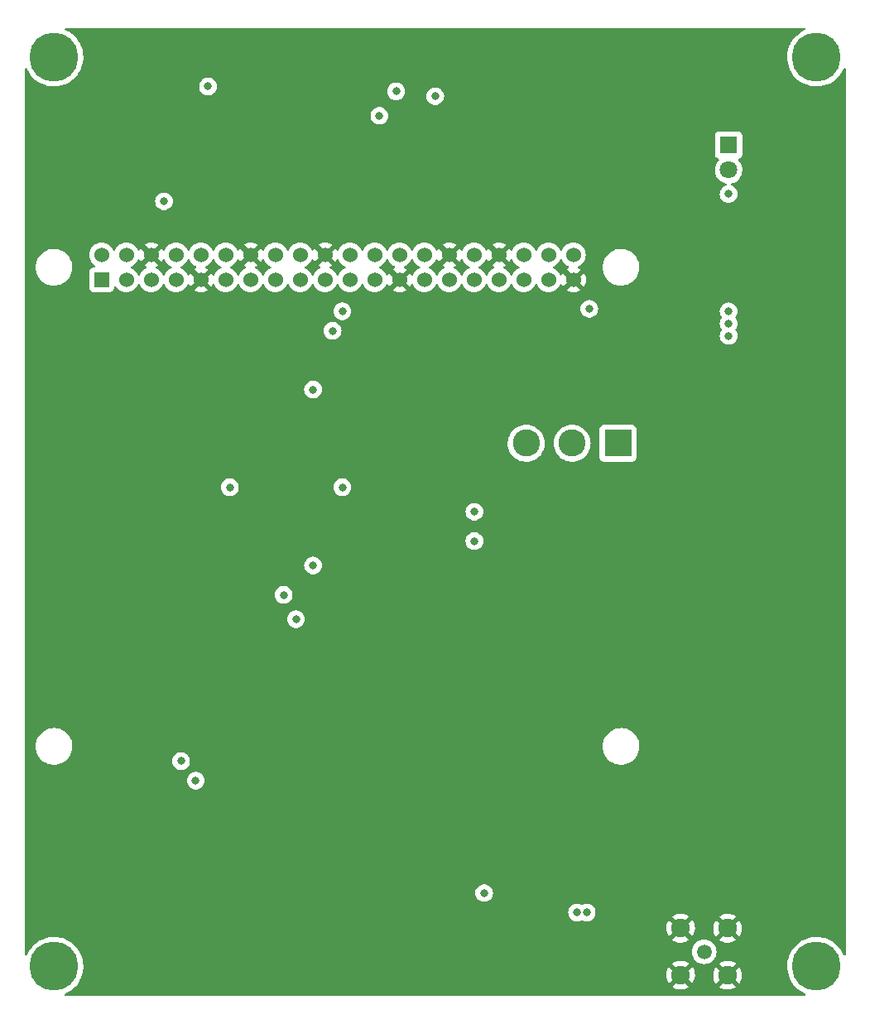
<source format=gbr>
%TF.GenerationSoftware,KiCad,Pcbnew,(6.0.7)*%
%TF.CreationDate,2022-12-07T20:14:59-06:00*%
%TF.ProjectId,Narwal_v1,4e617277-616c-45f7-9631-2e6b69636164,1*%
%TF.SameCoordinates,Original*%
%TF.FileFunction,Copper,L2,Inr*%
%TF.FilePolarity,Positive*%
%FSLAX46Y46*%
G04 Gerber Fmt 4.6, Leading zero omitted, Abs format (unit mm)*
G04 Created by KiCad (PCBNEW (6.0.7)) date 2022-12-07 20:14:59*
%MOMM*%
%LPD*%
G01*
G04 APERTURE LIST*
%TA.AperFunction,ComponentPad*%
%ADD10C,1.800000*%
%TD*%
%TA.AperFunction,ComponentPad*%
%ADD11R,1.800000X1.800000*%
%TD*%
%TA.AperFunction,ComponentPad*%
%ADD12C,2.775000*%
%TD*%
%TA.AperFunction,ComponentPad*%
%ADD13R,2.775000X2.775000*%
%TD*%
%TA.AperFunction,ComponentPad*%
%ADD14C,5.000000*%
%TD*%
%TA.AperFunction,ComponentPad*%
%ADD15C,1.524000*%
%TD*%
%TA.AperFunction,ComponentPad*%
%ADD16R,1.524000X1.524000*%
%TD*%
%TA.AperFunction,ComponentPad*%
%ADD17C,1.920000*%
%TD*%
%TA.AperFunction,ComponentPad*%
%ADD18C,1.508000*%
%TD*%
%TA.AperFunction,ViaPad*%
%ADD19C,0.800000*%
%TD*%
G04 APERTURE END LIST*
D10*
%TO.N,+5V*%
%TO.C,D1*%
X172500000Y-65040000D03*
D11*
%TO.N,Net-(D1-Pad1)*%
X172500000Y-62500000D03*
%TD*%
D12*
%TO.N,+5V*%
%TO.C,S1*%
X156500000Y-93000000D03*
D13*
%TO.N,Net-(C5-Pad1)*%
X161200000Y-93000000D03*
D12*
%TO.N,Net-(R1-Pad2)*%
X151800000Y-93000000D03*
%TD*%
D14*
%TO.N,unconnected-(H4-Pad1)*%
%TO.C,H4*%
X103500000Y-146500000D03*
%TD*%
%TO.N,unconnected-(H3-Pad1)*%
%TO.C,H3*%
X181500000Y-146500000D03*
%TD*%
%TO.N,unconnected-(H2-Pad1)*%
%TO.C,H2*%
X181500000Y-53500000D03*
%TD*%
%TO.N,unconnected-(H1-Pad1)*%
%TO.C,H1*%
X103500000Y-53500000D03*
%TD*%
D15*
%TO.N,BUT3*%
%TO.C,A1*%
X156630000Y-73730000D03*
%TO.N,GND*%
X156630000Y-76270000D03*
%TO.N,BUT2*%
X154090000Y-73730000D03*
%TO.N,CTRL2B*%
X154090000Y-76270000D03*
%TO.N,BUT1*%
X151550000Y-73730000D03*
%TO.N,CTRL2A*%
X151550000Y-76270000D03*
%TO.N,GND*%
X149010000Y-73730000D03*
%TO.N,CTRL1B*%
X149010000Y-76270000D03*
%TO.N,unconnected-(A1-Pad32)*%
X146470000Y-73730000D03*
%TO.N,CTRL1A*%
X146470000Y-76270000D03*
%TO.N,GND*%
X143930000Y-73730000D03*
%TO.N,unconnected-(A1-Pad29)*%
X143930000Y-76270000D03*
%TO.N,unconnected-(A1-Pad28)*%
X141390000Y-73730000D03*
%TO.N,unconnected-(A1-Pad27)*%
X141390000Y-76270000D03*
%TO.N,CS*%
X138850000Y-73730000D03*
%TO.N,GND*%
X138850000Y-76270000D03*
%TO.N,unconnected-(A1-Pad24)*%
X136310000Y-73730000D03*
%TO.N,SCLK*%
X136310000Y-76270000D03*
%TO.N,unconnected-(A1-Pad22)*%
X133770000Y-73730000D03*
%TO.N,MISO*%
X133770000Y-76270000D03*
%TO.N,GND*%
X131230000Y-73730000D03*
%TO.N,MOSI*%
X131230000Y-76270000D03*
%TO.N,DIO0*%
X128690000Y-73730000D03*
%TO.N,+3.3V*%
X128690000Y-76270000D03*
%TO.N,RST-TRX*%
X126150000Y-73730000D03*
%TO.N,unconnected-(A1-Pad15)*%
X126150000Y-76270000D03*
%TO.N,GND*%
X123610000Y-73730000D03*
%TO.N,unconnected-(A1-Pad13)*%
X123610000Y-76270000D03*
%TO.N,unconnected-(A1-Pad12)*%
X121070000Y-73730000D03*
%TO.N,RST-RTC*%
X121070000Y-76270000D03*
%TO.N,unconnected-(A1-Pad10)*%
X118530000Y-73730000D03*
%TO.N,GND*%
X118530000Y-76270000D03*
%TO.N,unconnected-(A1-Pad8)*%
X115990000Y-73730000D03*
%TO.N,unconnected-(A1-Pad7)*%
X115990000Y-76270000D03*
%TO.N,GND*%
X113450000Y-73730000D03*
%TO.N,SCL*%
X113450000Y-76270000D03*
%TO.N,+5V*%
X110910000Y-73730000D03*
%TO.N,SDA*%
X110910000Y-76270000D03*
%TO.N,+5V*%
X108370000Y-73730000D03*
D16*
%TO.N,unconnected-(A1-Pad1)*%
X108370000Y-76270000D03*
%TD*%
D17*
%TO.N,GND*%
%TO.C,J3*%
X172400000Y-142600000D03*
X172400000Y-147400000D03*
X167600000Y-147400000D03*
X167600000Y-142600000D03*
D18*
%TO.N,Net-(J3-Pad1)*%
X170000000Y-145000000D03*
%TD*%
D19*
%TO.N,+5V*%
X172500000Y-79500000D03*
X172500000Y-80750000D03*
X172500000Y-82000000D03*
%TO.N,CTRL1A*%
X146500000Y-100000000D03*
X146500000Y-103000000D03*
X128250000Y-111000000D03*
%TO.N,CTRL1B*%
X158250000Y-79250000D03*
X157000000Y-141000000D03*
%TO.N,GND*%
X141250000Y-135750000D03*
X128000000Y-121000000D03*
X125500000Y-104500000D03*
X124000000Y-106500000D03*
X158500000Y-131500000D03*
X160000000Y-137250000D03*
X163500000Y-137250000D03*
X126500000Y-117500000D03*
X159500000Y-127250000D03*
X134250000Y-113000000D03*
X164250000Y-145750000D03*
X140250000Y-137250000D03*
X166250000Y-144250000D03*
X168500000Y-113000000D03*
X130250000Y-125750000D03*
X131250000Y-114500000D03*
X168250000Y-130750000D03*
X122000000Y-113000000D03*
X148000000Y-132250000D03*
X159500000Y-112000000D03*
X148750000Y-127000000D03*
X167000000Y-132500000D03*
X159250000Y-141000000D03*
X124000000Y-109500000D03*
X139250000Y-113000000D03*
X124000000Y-108500000D03*
X154250000Y-137250000D03*
X136750000Y-125500000D03*
X152750000Y-125500000D03*
X137250000Y-113000000D03*
X123000000Y-99750000D03*
X154750000Y-125500000D03*
X155750000Y-115000000D03*
X149500000Y-115000000D03*
X134750000Y-127000000D03*
X165250000Y-145750000D03*
X147750000Y-127000000D03*
X160000000Y-129500000D03*
X166750000Y-126250000D03*
X159500000Y-111000000D03*
X155750000Y-127000000D03*
X122500000Y-119500000D03*
X161250000Y-141250000D03*
X156750000Y-115000000D03*
X124000000Y-125500000D03*
X125000000Y-112500000D03*
X123000000Y-100750000D03*
X150250000Y-135750000D03*
X146250000Y-135750000D03*
X126500000Y-116500000D03*
X147750000Y-125500000D03*
X123000000Y-101750000D03*
X129250000Y-114500000D03*
X168500000Y-116000000D03*
X125000000Y-115500000D03*
X147250000Y-137250000D03*
X138750000Y-127000000D03*
X153750000Y-127000000D03*
X125500000Y-109500000D03*
X142250000Y-135750000D03*
X129250000Y-113000000D03*
X145250000Y-135750000D03*
X127750000Y-135750000D03*
X149500000Y-113500000D03*
X163000000Y-134250000D03*
X128750000Y-137500000D03*
X125500000Y-139250000D03*
X130250000Y-113000000D03*
X141250000Y-113000000D03*
X148750000Y-125500000D03*
X165250000Y-144250000D03*
X127250000Y-120250000D03*
X125750000Y-111750000D03*
X122500000Y-124500000D03*
X121750000Y-128250000D03*
X148250000Y-137250000D03*
X124500000Y-140250000D03*
X144750000Y-127000000D03*
X151750000Y-125500000D03*
X125000000Y-116500000D03*
X124000000Y-116500000D03*
X150750000Y-127000000D03*
X124000000Y-121500000D03*
X128750000Y-135750000D03*
X153750000Y-125500000D03*
X124000000Y-123500000D03*
X161000000Y-131000000D03*
X124000000Y-105500000D03*
X154250000Y-135750000D03*
X153250000Y-135750000D03*
X136250000Y-113000000D03*
X164250000Y-115500000D03*
X148250000Y-135750000D03*
X158750000Y-126500000D03*
X141750000Y-125500000D03*
X166250000Y-116000000D03*
X142250000Y-113000000D03*
X166750000Y-127250000D03*
X122500000Y-126500000D03*
X124000000Y-126500000D03*
X124250000Y-134000000D03*
X149250000Y-137250000D03*
X160250000Y-142750000D03*
X137750000Y-127000000D03*
X128000000Y-123500000D03*
X168000000Y-114000000D03*
X140250000Y-135750000D03*
X142750000Y-125500000D03*
X156750000Y-125500000D03*
X163500000Y-143500000D03*
X136750000Y-127000000D03*
X127250000Y-122750000D03*
X156250000Y-137250000D03*
X163250000Y-145750000D03*
X135250000Y-113000000D03*
X122750000Y-134000000D03*
X168250000Y-122750000D03*
X132250000Y-114500000D03*
X153250000Y-137250000D03*
X156750000Y-113500000D03*
X156250000Y-135750000D03*
X124000000Y-120500000D03*
X163000000Y-140250000D03*
X122500000Y-115000000D03*
X147250000Y-135750000D03*
X151250000Y-137250000D03*
X146250000Y-137250000D03*
X168250000Y-126250000D03*
X122750000Y-135000000D03*
X158000000Y-125750000D03*
X136250000Y-137250000D03*
X141250000Y-137250000D03*
X122500000Y-125500000D03*
X125000000Y-120500000D03*
X140750000Y-125500000D03*
X139250000Y-114500000D03*
X127500000Y-115000000D03*
X143250000Y-114500000D03*
X143250000Y-135750000D03*
X135250000Y-114500000D03*
X145750000Y-125500000D03*
X125000000Y-138250000D03*
X144250000Y-137250000D03*
X137250000Y-114500000D03*
X162500000Y-145000000D03*
X152250000Y-135750000D03*
X158500000Y-129500000D03*
X158250000Y-128500000D03*
X125500000Y-105500000D03*
X163250000Y-115500000D03*
X123000000Y-102750000D03*
X138250000Y-114500000D03*
X160000000Y-128250000D03*
X161500000Y-144750000D03*
X125000000Y-119500000D03*
X125750000Y-113250000D03*
X159250000Y-136500000D03*
X166750000Y-121750000D03*
X140250000Y-114500000D03*
X126500000Y-119500000D03*
X135750000Y-125500000D03*
X125500000Y-108500000D03*
X165250000Y-113500000D03*
X145250000Y-137250000D03*
X132500000Y-125500000D03*
X124000000Y-104500000D03*
X134750000Y-125500000D03*
X125750000Y-121250000D03*
X157500000Y-127750000D03*
X125500000Y-140250000D03*
X131750000Y-124750000D03*
X160000000Y-131500000D03*
X145750000Y-127000000D03*
X142250000Y-114500000D03*
X160500000Y-111000000D03*
X166250000Y-113000000D03*
X168250000Y-121750000D03*
X155750000Y-113500000D03*
X143250000Y-137250000D03*
X126500000Y-118500000D03*
X132825000Y-127000000D03*
X138250000Y-137250000D03*
X155250000Y-137250000D03*
X125500000Y-107500000D03*
X164250000Y-144250000D03*
X124000000Y-124500000D03*
X128250000Y-114500000D03*
X122500000Y-120500000D03*
X151250000Y-135750000D03*
X122500000Y-122500000D03*
X158500000Y-130500000D03*
X124000000Y-107500000D03*
X155750000Y-125500000D03*
X140750000Y-127000000D03*
X124750000Y-128250000D03*
X157000000Y-134250000D03*
X146750000Y-127000000D03*
X134250000Y-114500000D03*
X122500000Y-127500000D03*
X124000000Y-127500000D03*
X137250000Y-135750000D03*
X160000000Y-113000000D03*
X131900000Y-127000000D03*
X130250000Y-114500000D03*
X168000000Y-115000000D03*
X128750000Y-121750000D03*
X131250000Y-113000000D03*
X133750000Y-125500000D03*
X133250000Y-113000000D03*
X142750000Y-127000000D03*
X122500000Y-116500000D03*
X146750000Y-125500000D03*
X122000000Y-112000000D03*
X144250000Y-135750000D03*
X126500000Y-122000000D03*
X137750000Y-125500000D03*
X122500000Y-118500000D03*
X159500000Y-142000000D03*
X136250000Y-114500000D03*
X152250000Y-137250000D03*
X126500000Y-103500000D03*
X126500000Y-115500000D03*
X129750000Y-135750000D03*
X124000000Y-117500000D03*
X129750000Y-137500000D03*
X122500000Y-121500000D03*
X124000000Y-118500000D03*
X165250000Y-115500000D03*
X141750000Y-127000000D03*
X130250000Y-123250000D03*
X149750000Y-127000000D03*
X125500000Y-106500000D03*
X129500000Y-125000000D03*
X158500000Y-132500000D03*
X159250000Y-138000000D03*
X133750000Y-127000000D03*
X122500000Y-123500000D03*
X127750000Y-137500000D03*
X161500000Y-133500000D03*
X151750000Y-127000000D03*
X168000000Y-131750000D03*
X124000000Y-122500000D03*
X139250000Y-135750000D03*
X160750000Y-138000000D03*
X140250000Y-113000000D03*
X160750000Y-136500000D03*
X131000000Y-124000000D03*
X162000000Y-142000000D03*
X164250000Y-113500000D03*
X135750000Y-127000000D03*
X139750000Y-127000000D03*
X163250000Y-113500000D03*
X128750000Y-124250000D03*
X138750000Y-125500000D03*
X143250000Y-113000000D03*
X155250000Y-135750000D03*
X158500000Y-133500000D03*
X139250000Y-137250000D03*
X149250000Y-135750000D03*
X143750000Y-127000000D03*
X124250000Y-113250000D03*
X125000000Y-117500000D03*
X152750000Y-127000000D03*
X166750000Y-122750000D03*
X166500000Y-130500000D03*
X160500000Y-112000000D03*
X166250000Y-145750000D03*
X133250000Y-114500000D03*
X132250000Y-113000000D03*
X124250000Y-111750000D03*
X124000000Y-119500000D03*
X168250000Y-127250000D03*
X149750000Y-125500000D03*
X143750000Y-125500000D03*
X156750000Y-127000000D03*
X124000000Y-103500000D03*
X150750000Y-125500000D03*
X125500000Y-103500000D03*
X154750000Y-127000000D03*
X142250000Y-137250000D03*
X141250000Y-114500000D03*
X136250000Y-135750000D03*
X139750000Y-125500000D03*
X160000000Y-132500000D03*
X125000000Y-118500000D03*
X160000000Y-133500000D03*
X137250000Y-137250000D03*
X144750000Y-125500000D03*
X129500000Y-122500000D03*
X150250000Y-137250000D03*
X138250000Y-113000000D03*
X160000000Y-130500000D03*
X131000000Y-126500000D03*
X124250000Y-135000000D03*
X138250000Y-135750000D03*
X124500000Y-139250000D03*
X122500000Y-117500000D03*
%TO.N,CTRL2A*%
X127000000Y-108500000D03*
%TO.N,CTRL2B*%
X158000000Y-141000000D03*
%TO.N,+3.3V*%
X133000000Y-97500000D03*
X121500000Y-97500000D03*
%TO.N,+5V*%
X119250000Y-56500000D03*
X116500000Y-125500000D03*
X130000000Y-105500000D03*
X118000000Y-127500000D03*
X172500000Y-67500000D03*
X147500000Y-139000000D03*
%TO.N,SDA*%
X142500000Y-57500000D03*
%TO.N,SCL*%
X138500000Y-57000000D03*
X114750000Y-68250000D03*
%TO.N,SCLK*%
X133000000Y-79500000D03*
%TO.N,CS*%
X132000000Y-81500000D03*
%TO.N,Net-(BT1-PadP)*%
X136775000Y-59500000D03*
%TO.N,DIO0*%
X130000000Y-87500000D03*
%TD*%
%TA.AperFunction,Conductor*%
%TO.N,GND*%
G36*
X180330004Y-50520502D02*
G01*
X180376497Y-50574158D01*
X180386601Y-50644432D01*
X180357107Y-50709012D01*
X180316128Y-50740226D01*
X180052048Y-50866186D01*
X179758921Y-51050064D01*
X179756087Y-51052334D01*
X179756082Y-51052338D01*
X179587066Y-51187746D01*
X179488871Y-51266415D01*
X179245477Y-51512371D01*
X179031966Y-51784672D01*
X178851168Y-52079709D01*
X178849641Y-52082999D01*
X178849636Y-52083008D01*
X178810672Y-52166949D01*
X178705478Y-52393570D01*
X178596828Y-52722097D01*
X178526658Y-53060935D01*
X178495898Y-53405592D01*
X178504956Y-53751501D01*
X178553712Y-54094076D01*
X178641519Y-54428777D01*
X178767214Y-54751167D01*
X178929130Y-55056974D01*
X178931180Y-55059957D01*
X178931182Y-55059960D01*
X179123065Y-55339152D01*
X179123071Y-55339159D01*
X179125122Y-55342144D01*
X179352592Y-55602898D01*
X179608524Y-55835778D01*
X179889527Y-56037699D01*
X180191876Y-56205985D01*
X180511563Y-56338403D01*
X180515057Y-56339398D01*
X180515059Y-56339399D01*
X180840851Y-56432204D01*
X180840856Y-56432205D01*
X180844352Y-56433201D01*
X181055539Y-56467784D01*
X181182251Y-56488534D01*
X181182255Y-56488534D01*
X181185831Y-56489120D01*
X181189457Y-56489291D01*
X181527847Y-56505249D01*
X181527848Y-56505249D01*
X181531474Y-56505420D01*
X181542346Y-56504679D01*
X181873069Y-56482133D01*
X181873077Y-56482132D01*
X181876700Y-56481885D01*
X181880276Y-56481222D01*
X181880278Y-56481222D01*
X182213368Y-56419488D01*
X182213372Y-56419487D01*
X182216933Y-56418827D01*
X182547663Y-56317081D01*
X182864507Y-56177996D01*
X183163265Y-56003416D01*
X183203103Y-55973505D01*
X183437071Y-55797837D01*
X183437075Y-55797834D01*
X183439978Y-55795654D01*
X183690977Y-55557465D01*
X183912936Y-55292005D01*
X184065361Y-55059960D01*
X184100926Y-55005818D01*
X184100931Y-55005809D01*
X184102913Y-55002792D01*
X184258382Y-54693679D01*
X184258390Y-54693662D01*
X184258424Y-54693679D01*
X184303275Y-54639779D01*
X184370982Y-54618420D01*
X184439489Y-54637057D01*
X184487045Y-54689773D01*
X184499500Y-54744395D01*
X184499500Y-145267655D01*
X184479498Y-145335776D01*
X184425842Y-145382269D01*
X184355568Y-145392373D01*
X184290988Y-145362879D01*
X184257603Y-145317090D01*
X184193566Y-145166958D01*
X184193562Y-145166949D01*
X184192138Y-145163611D01*
X184020696Y-144863041D01*
X183961030Y-144781815D01*
X183817986Y-144587086D01*
X183815843Y-144584168D01*
X183580295Y-144330688D01*
X183317174Y-144105962D01*
X183029967Y-143912967D01*
X182722482Y-143754261D01*
X182398793Y-143631950D01*
X182063190Y-143547652D01*
X181918981Y-143528667D01*
X181723728Y-143502961D01*
X181723720Y-143502960D01*
X181720124Y-143502487D01*
X181568991Y-143500112D01*
X181377780Y-143497108D01*
X181377776Y-143497108D01*
X181374139Y-143497051D01*
X181370524Y-143497412D01*
X181370520Y-143497412D01*
X181202646Y-143514169D01*
X181029823Y-143531419D01*
X181026286Y-143532190D01*
X181026281Y-143532191D01*
X180695283Y-143604360D01*
X180695278Y-143604361D01*
X180691739Y-143605133D01*
X180364367Y-143717217D01*
X180052048Y-143866186D01*
X179758921Y-144050064D01*
X179756087Y-144052334D01*
X179756082Y-144052338D01*
X179588439Y-144186646D01*
X179488871Y-144266415D01*
X179245477Y-144512371D01*
X179243236Y-144515229D01*
X179034590Y-144781326D01*
X179031966Y-144784672D01*
X178851168Y-145079709D01*
X178849641Y-145082999D01*
X178849636Y-145083008D01*
X178765412Y-145264453D01*
X178705478Y-145393570D01*
X178704338Y-145397017D01*
X178629053Y-145624659D01*
X178596828Y-145722097D01*
X178596092Y-145725652D01*
X178596091Y-145725655D01*
X178527393Y-146057385D01*
X178526658Y-146060935D01*
X178495898Y-146405592D01*
X178495993Y-146409222D01*
X178495993Y-146409223D01*
X178500500Y-146581334D01*
X178504956Y-146751501D01*
X178553712Y-147094076D01*
X178641519Y-147428777D01*
X178767214Y-147751167D01*
X178768911Y-147754372D01*
X178870850Y-147946901D01*
X178929130Y-148056974D01*
X178931180Y-148059957D01*
X178931182Y-148059960D01*
X179123065Y-148339152D01*
X179123071Y-148339159D01*
X179125122Y-148342144D01*
X179352592Y-148602898D01*
X179608524Y-148835778D01*
X179611472Y-148837896D01*
X179611474Y-148837898D01*
X179644509Y-148861636D01*
X179889527Y-149037699D01*
X180191876Y-149205985D01*
X180195225Y-149207372D01*
X180315257Y-149257091D01*
X180370538Y-149301639D01*
X180392959Y-149369003D01*
X180375401Y-149437794D01*
X180323439Y-149486172D01*
X180267039Y-149499500D01*
X104732609Y-149499500D01*
X104664488Y-149479498D01*
X104617995Y-149425842D01*
X104607891Y-149355568D01*
X104637385Y-149290988D01*
X104681962Y-149258128D01*
X104864507Y-149177996D01*
X105163265Y-149003416D01*
X105166174Y-149001232D01*
X105437071Y-148797837D01*
X105437075Y-148797834D01*
X105439978Y-148795654D01*
X105639860Y-148605973D01*
X166759273Y-148605973D01*
X166763032Y-148611269D01*
X166959066Y-148725822D01*
X166968349Y-148730269D01*
X167184206Y-148812697D01*
X167194108Y-148815574D01*
X167420511Y-148861636D01*
X167430764Y-148862859D01*
X167661657Y-148871326D01*
X167671943Y-148870859D01*
X167901132Y-148841499D01*
X167911210Y-148839357D01*
X168132522Y-148772960D01*
X168142120Y-148769199D01*
X168349617Y-148667547D01*
X168358462Y-148662274D01*
X168428115Y-148612591D01*
X168433311Y-148605973D01*
X171559273Y-148605973D01*
X171563032Y-148611269D01*
X171759066Y-148725822D01*
X171768349Y-148730269D01*
X171984206Y-148812697D01*
X171994108Y-148815574D01*
X172220511Y-148861636D01*
X172230764Y-148862859D01*
X172461657Y-148871326D01*
X172471943Y-148870859D01*
X172701132Y-148841499D01*
X172711210Y-148839357D01*
X172932522Y-148772960D01*
X172942120Y-148769199D01*
X173149617Y-148667547D01*
X173158462Y-148662274D01*
X173228115Y-148612591D01*
X173236516Y-148601891D01*
X173229528Y-148588738D01*
X172412812Y-147772022D01*
X172398868Y-147764408D01*
X172397035Y-147764539D01*
X172390420Y-147768790D01*
X171566534Y-148592676D01*
X171559273Y-148605973D01*
X168433311Y-148605973D01*
X168436516Y-148601891D01*
X168429528Y-148588738D01*
X167612812Y-147772022D01*
X167598868Y-147764408D01*
X167597035Y-147764539D01*
X167590420Y-147768790D01*
X166766534Y-148592676D01*
X166759273Y-148605973D01*
X105639860Y-148605973D01*
X105690977Y-148557465D01*
X105912936Y-148292005D01*
X105914924Y-148288979D01*
X106100926Y-148005818D01*
X106100931Y-148005809D01*
X106102913Y-148002792D01*
X106218979Y-147772022D01*
X106256763Y-147696898D01*
X106256766Y-147696890D01*
X106258390Y-147693662D01*
X106278108Y-147639779D01*
X106376057Y-147372122D01*
X106376060Y-147372112D01*
X106377138Y-147369167D01*
X166127706Y-147369167D01*
X166141006Y-147599838D01*
X166142442Y-147610058D01*
X166193238Y-147835454D01*
X166196317Y-147845282D01*
X166283249Y-148059370D01*
X166287892Y-148068561D01*
X166386464Y-148229416D01*
X166396921Y-148238876D01*
X166405697Y-148235093D01*
X167227978Y-147412812D01*
X167234356Y-147401132D01*
X167964408Y-147401132D01*
X167964539Y-147402965D01*
X167968790Y-147409580D01*
X168789296Y-148230086D01*
X168801306Y-148236645D01*
X168813046Y-148227677D01*
X168859616Y-148162867D01*
X168864927Y-148154028D01*
X168967296Y-147946901D01*
X168971094Y-147937308D01*
X169038262Y-147716232D01*
X169040439Y-147706162D01*
X169070835Y-147475279D01*
X169071354Y-147468604D01*
X169072949Y-147403364D01*
X169072755Y-147396647D01*
X169070496Y-147369167D01*
X170927706Y-147369167D01*
X170941006Y-147599838D01*
X170942442Y-147610058D01*
X170993238Y-147835454D01*
X170996317Y-147845282D01*
X171083249Y-148059370D01*
X171087892Y-148068561D01*
X171186464Y-148229416D01*
X171196921Y-148238876D01*
X171205697Y-148235093D01*
X172027978Y-147412812D01*
X172034356Y-147401132D01*
X172764408Y-147401132D01*
X172764539Y-147402965D01*
X172768790Y-147409580D01*
X173589296Y-148230086D01*
X173601306Y-148236645D01*
X173613046Y-148227677D01*
X173659616Y-148162867D01*
X173664927Y-148154028D01*
X173767296Y-147946901D01*
X173771094Y-147937308D01*
X173838262Y-147716232D01*
X173840439Y-147706162D01*
X173870835Y-147475279D01*
X173871354Y-147468604D01*
X173872949Y-147403364D01*
X173872755Y-147396647D01*
X173853675Y-147164567D01*
X173851992Y-147154405D01*
X173795703Y-146930306D01*
X173792382Y-146920551D01*
X173700252Y-146708667D01*
X173695374Y-146699570D01*
X173612616Y-146571645D01*
X173601930Y-146562442D01*
X173592365Y-146566845D01*
X172772022Y-147387188D01*
X172764408Y-147401132D01*
X172034356Y-147401132D01*
X172035592Y-147398868D01*
X172035461Y-147397035D01*
X172031210Y-147390420D01*
X171210687Y-146569897D01*
X171199151Y-146563597D01*
X171186868Y-146573221D01*
X171122126Y-146668129D01*
X171117028Y-146677103D01*
X171019750Y-146886670D01*
X171016187Y-146896357D01*
X170954442Y-147118999D01*
X170952511Y-147129118D01*
X170927958Y-147358878D01*
X170927706Y-147369167D01*
X169070496Y-147369167D01*
X169053675Y-147164567D01*
X169051992Y-147154405D01*
X168995703Y-146930306D01*
X168992382Y-146920551D01*
X168900252Y-146708667D01*
X168895374Y-146699570D01*
X168812616Y-146571645D01*
X168801930Y-146562442D01*
X168792365Y-146566845D01*
X167972022Y-147387188D01*
X167964408Y-147401132D01*
X167234356Y-147401132D01*
X167235592Y-147398868D01*
X167235461Y-147397035D01*
X167231210Y-147390420D01*
X166410687Y-146569897D01*
X166399151Y-146563597D01*
X166386868Y-146573221D01*
X166322126Y-146668129D01*
X166317028Y-146677103D01*
X166219750Y-146886670D01*
X166216187Y-146896357D01*
X166154442Y-147118999D01*
X166152511Y-147129118D01*
X166127958Y-147358878D01*
X166127706Y-147369167D01*
X106377138Y-147369167D01*
X106377305Y-147368710D01*
X106378150Y-147365188D01*
X106378153Y-147365180D01*
X106457237Y-147035772D01*
X106457238Y-147035768D01*
X106458084Y-147032243D01*
X106475700Y-146886670D01*
X106499318Y-146691501D01*
X106499318Y-146691495D01*
X106499654Y-146688722D01*
X106505585Y-146500000D01*
X106500351Y-146409223D01*
X106488164Y-146197857D01*
X166762652Y-146197857D01*
X166769397Y-146210187D01*
X167587188Y-147027978D01*
X167601132Y-147035592D01*
X167602965Y-147035461D01*
X167609580Y-147031210D01*
X168431710Y-146209080D01*
X168438731Y-146196223D01*
X168430959Y-146185556D01*
X168419218Y-146176283D01*
X168410637Y-146170583D01*
X168208355Y-146058918D01*
X168198956Y-146054693D01*
X167981155Y-145977565D01*
X167971184Y-145974931D01*
X167743713Y-145934412D01*
X167733461Y-145933443D01*
X167502417Y-145930620D01*
X167492133Y-145931340D01*
X167263741Y-145966289D01*
X167253713Y-145968678D01*
X167034096Y-146040460D01*
X167024586Y-146044457D01*
X166819646Y-146151142D01*
X166810921Y-146156636D01*
X166771106Y-146186530D01*
X166762652Y-146197857D01*
X106488164Y-146197857D01*
X106485875Y-146158167D01*
X106485874Y-146158162D01*
X106485666Y-146154547D01*
X106473951Y-146087422D01*
X106426798Y-145817245D01*
X106426796Y-145817238D01*
X106426174Y-145813672D01*
X106424926Y-145809457D01*
X106370186Y-145624659D01*
X106327897Y-145481894D01*
X106289713Y-145392373D01*
X106193562Y-145166949D01*
X106193560Y-145166946D01*
X106192138Y-145163611D01*
X106098816Y-145000000D01*
X168740708Y-145000000D01*
X168759839Y-145218674D01*
X168816653Y-145430703D01*
X168818978Y-145435688D01*
X168907095Y-145624659D01*
X168907098Y-145624664D01*
X168909421Y-145629646D01*
X168912577Y-145634153D01*
X168912578Y-145634155D01*
X168971744Y-145718652D01*
X169035326Y-145809457D01*
X169190543Y-145964674D01*
X169195051Y-145967831D01*
X169195054Y-145967833D01*
X169304485Y-146044457D01*
X169370354Y-146090579D01*
X169375336Y-146092902D01*
X169375341Y-146092905D01*
X169476116Y-146139896D01*
X169569297Y-146183347D01*
X169781326Y-146240161D01*
X170000000Y-146259292D01*
X170218674Y-146240161D01*
X170376552Y-146197857D01*
X171562652Y-146197857D01*
X171569397Y-146210187D01*
X172387188Y-147027978D01*
X172401132Y-147035592D01*
X172402965Y-147035461D01*
X172409580Y-147031210D01*
X173231710Y-146209080D01*
X173238731Y-146196223D01*
X173230959Y-146185556D01*
X173219218Y-146176283D01*
X173210637Y-146170583D01*
X173008355Y-146058918D01*
X172998956Y-146054693D01*
X172781155Y-145977565D01*
X172771184Y-145974931D01*
X172543713Y-145934412D01*
X172533461Y-145933443D01*
X172302417Y-145930620D01*
X172292133Y-145931340D01*
X172063741Y-145966289D01*
X172053713Y-145968678D01*
X171834096Y-146040460D01*
X171824586Y-146044457D01*
X171619646Y-146151142D01*
X171610921Y-146156636D01*
X171571106Y-146186530D01*
X171562652Y-146197857D01*
X170376552Y-146197857D01*
X170430703Y-146183347D01*
X170523884Y-146139896D01*
X170624659Y-146092905D01*
X170624664Y-146092902D01*
X170629646Y-146090579D01*
X170695515Y-146044457D01*
X170804946Y-145967833D01*
X170804949Y-145967831D01*
X170809457Y-145964674D01*
X170964674Y-145809457D01*
X171028257Y-145718652D01*
X171087422Y-145634155D01*
X171087423Y-145634153D01*
X171090579Y-145629646D01*
X171092902Y-145624664D01*
X171092905Y-145624659D01*
X171181022Y-145435688D01*
X171183347Y-145430703D01*
X171240161Y-145218674D01*
X171259292Y-145000000D01*
X171240161Y-144781326D01*
X171183347Y-144569297D01*
X171139896Y-144476116D01*
X171092905Y-144375341D01*
X171092902Y-144375336D01*
X171090579Y-144370354D01*
X170964674Y-144190543D01*
X170809457Y-144035326D01*
X170804949Y-144032169D01*
X170804946Y-144032167D01*
X170634155Y-143912578D01*
X170634153Y-143912577D01*
X170629646Y-143909421D01*
X170624664Y-143907098D01*
X170624659Y-143907095D01*
X170523884Y-143860104D01*
X170430703Y-143816653D01*
X170390845Y-143805973D01*
X171559273Y-143805973D01*
X171563032Y-143811269D01*
X171759066Y-143925822D01*
X171768349Y-143930269D01*
X171984206Y-144012697D01*
X171994108Y-144015574D01*
X172220511Y-144061636D01*
X172230764Y-144062859D01*
X172461657Y-144071326D01*
X172471943Y-144070859D01*
X172701132Y-144041499D01*
X172711210Y-144039357D01*
X172932522Y-143972960D01*
X172942120Y-143969199D01*
X173149617Y-143867547D01*
X173158462Y-143862274D01*
X173228115Y-143812591D01*
X173236516Y-143801891D01*
X173229528Y-143788738D01*
X172412812Y-142972022D01*
X172398868Y-142964408D01*
X172397035Y-142964539D01*
X172390420Y-142968790D01*
X171566534Y-143792676D01*
X171559273Y-143805973D01*
X170390845Y-143805973D01*
X170218674Y-143759839D01*
X170000000Y-143740708D01*
X169781326Y-143759839D01*
X169569297Y-143816653D01*
X169476116Y-143860104D01*
X169375341Y-143907095D01*
X169375336Y-143907098D01*
X169370354Y-143909421D01*
X169365847Y-143912577D01*
X169365845Y-143912578D01*
X169195054Y-144032167D01*
X169195051Y-144032169D01*
X169190543Y-144035326D01*
X169035326Y-144190543D01*
X168909421Y-144370354D01*
X168907098Y-144375336D01*
X168907095Y-144375341D01*
X168860104Y-144476116D01*
X168816653Y-144569297D01*
X168759839Y-144781326D01*
X168740708Y-145000000D01*
X106098816Y-145000000D01*
X106020696Y-144863041D01*
X105961030Y-144781815D01*
X105817986Y-144587086D01*
X105815843Y-144584168D01*
X105580295Y-144330688D01*
X105317174Y-144105962D01*
X105029967Y-143912967D01*
X104822671Y-143805973D01*
X166759273Y-143805973D01*
X166763032Y-143811269D01*
X166959066Y-143925822D01*
X166968349Y-143930269D01*
X167184206Y-144012697D01*
X167194108Y-144015574D01*
X167420511Y-144061636D01*
X167430764Y-144062859D01*
X167661657Y-144071326D01*
X167671943Y-144070859D01*
X167901132Y-144041499D01*
X167911210Y-144039357D01*
X168132522Y-143972960D01*
X168142120Y-143969199D01*
X168349617Y-143867547D01*
X168358462Y-143862274D01*
X168428115Y-143812591D01*
X168436516Y-143801891D01*
X168429528Y-143788738D01*
X167612812Y-142972022D01*
X167598868Y-142964408D01*
X167597035Y-142964539D01*
X167590420Y-142968790D01*
X166766534Y-143792676D01*
X166759273Y-143805973D01*
X104822671Y-143805973D01*
X104722482Y-143754261D01*
X104398793Y-143631950D01*
X104063190Y-143547652D01*
X103918981Y-143528667D01*
X103723728Y-143502961D01*
X103723720Y-143502960D01*
X103720124Y-143502487D01*
X103568991Y-143500112D01*
X103377780Y-143497108D01*
X103377776Y-143497108D01*
X103374139Y-143497051D01*
X103370524Y-143497412D01*
X103370520Y-143497412D01*
X103202646Y-143514169D01*
X103029823Y-143531419D01*
X103026286Y-143532190D01*
X103026281Y-143532191D01*
X102695283Y-143604360D01*
X102695278Y-143604361D01*
X102691739Y-143605133D01*
X102364367Y-143717217D01*
X102052048Y-143866186D01*
X101758921Y-144050064D01*
X101756087Y-144052334D01*
X101756082Y-144052338D01*
X101588439Y-144186646D01*
X101488871Y-144266415D01*
X101245477Y-144512371D01*
X101243236Y-144515229D01*
X101034590Y-144781326D01*
X101031966Y-144784672D01*
X100851168Y-145079709D01*
X100740785Y-145317507D01*
X100693963Y-145370870D01*
X100625720Y-145390451D01*
X100557725Y-145370027D01*
X100511565Y-145316085D01*
X100500500Y-145264453D01*
X100500500Y-142569167D01*
X166127706Y-142569167D01*
X166141006Y-142799838D01*
X166142442Y-142810058D01*
X166193238Y-143035454D01*
X166196317Y-143045282D01*
X166283249Y-143259370D01*
X166287892Y-143268561D01*
X166386464Y-143429416D01*
X166396921Y-143438876D01*
X166405697Y-143435093D01*
X167227978Y-142612812D01*
X167234356Y-142601132D01*
X167964408Y-142601132D01*
X167964539Y-142602965D01*
X167968790Y-142609580D01*
X168789296Y-143430086D01*
X168801306Y-143436645D01*
X168813046Y-143427677D01*
X168859616Y-143362867D01*
X168864927Y-143354028D01*
X168967296Y-143146901D01*
X168971094Y-143137308D01*
X169038262Y-142916232D01*
X169040439Y-142906162D01*
X169070835Y-142675279D01*
X169071354Y-142668604D01*
X169072949Y-142603364D01*
X169072755Y-142596647D01*
X169070496Y-142569167D01*
X170927706Y-142569167D01*
X170941006Y-142799838D01*
X170942442Y-142810058D01*
X170993238Y-143035454D01*
X170996317Y-143045282D01*
X171083249Y-143259370D01*
X171087892Y-143268561D01*
X171186464Y-143429416D01*
X171196921Y-143438876D01*
X171205697Y-143435093D01*
X172027978Y-142612812D01*
X172034356Y-142601132D01*
X172764408Y-142601132D01*
X172764539Y-142602965D01*
X172768790Y-142609580D01*
X173589296Y-143430086D01*
X173601306Y-143436645D01*
X173613046Y-143427677D01*
X173659616Y-143362867D01*
X173664927Y-143354028D01*
X173767296Y-143146901D01*
X173771094Y-143137308D01*
X173838262Y-142916232D01*
X173840439Y-142906162D01*
X173870835Y-142675279D01*
X173871354Y-142668604D01*
X173872949Y-142603364D01*
X173872755Y-142596647D01*
X173853675Y-142364567D01*
X173851992Y-142354405D01*
X173795703Y-142130306D01*
X173792382Y-142120551D01*
X173700252Y-141908667D01*
X173695374Y-141899570D01*
X173612616Y-141771645D01*
X173601930Y-141762442D01*
X173592365Y-141766845D01*
X172772022Y-142587188D01*
X172764408Y-142601132D01*
X172034356Y-142601132D01*
X172035592Y-142598868D01*
X172035461Y-142597035D01*
X172031210Y-142590420D01*
X171210687Y-141769897D01*
X171199151Y-141763597D01*
X171186868Y-141773221D01*
X171122126Y-141868129D01*
X171117028Y-141877103D01*
X171019750Y-142086670D01*
X171016187Y-142096357D01*
X170954442Y-142318999D01*
X170952511Y-142329118D01*
X170927958Y-142558878D01*
X170927706Y-142569167D01*
X169070496Y-142569167D01*
X169053675Y-142364567D01*
X169051992Y-142354405D01*
X168995703Y-142130306D01*
X168992382Y-142120551D01*
X168900252Y-141908667D01*
X168895374Y-141899570D01*
X168812616Y-141771645D01*
X168801930Y-141762442D01*
X168792365Y-141766845D01*
X167972022Y-142587188D01*
X167964408Y-142601132D01*
X167234356Y-142601132D01*
X167235592Y-142598868D01*
X167235461Y-142597035D01*
X167231210Y-142590420D01*
X166410687Y-141769897D01*
X166399151Y-141763597D01*
X166386868Y-141773221D01*
X166322126Y-141868129D01*
X166317028Y-141877103D01*
X166219750Y-142086670D01*
X166216187Y-142096357D01*
X166154442Y-142318999D01*
X166152511Y-142329118D01*
X166127958Y-142558878D01*
X166127706Y-142569167D01*
X100500500Y-142569167D01*
X100500500Y-141000000D01*
X156094540Y-141000000D01*
X156095230Y-141006565D01*
X156112926Y-141174931D01*
X156114326Y-141188256D01*
X156172821Y-141368284D01*
X156176124Y-141374006D01*
X156176125Y-141374007D01*
X156197014Y-141410187D01*
X156267467Y-141532216D01*
X156394129Y-141672888D01*
X156547270Y-141784151D01*
X156720197Y-141861144D01*
X156795279Y-141877103D01*
X156898897Y-141899128D01*
X156898901Y-141899128D01*
X156905354Y-141900500D01*
X157094646Y-141900500D01*
X157101099Y-141899128D01*
X157101103Y-141899128D01*
X157204721Y-141877103D01*
X157279803Y-141861144D01*
X157448753Y-141785922D01*
X157519118Y-141776488D01*
X157551245Y-141785921D01*
X157720197Y-141861144D01*
X157795279Y-141877103D01*
X157898897Y-141899128D01*
X157898901Y-141899128D01*
X157905354Y-141900500D01*
X158094646Y-141900500D01*
X158101099Y-141899128D01*
X158101103Y-141899128D01*
X158204721Y-141877103D01*
X158279803Y-141861144D01*
X158452730Y-141784151D01*
X158605871Y-141672888D01*
X158732533Y-141532216D01*
X158802986Y-141410187D01*
X158810105Y-141397857D01*
X166762652Y-141397857D01*
X166769397Y-141410187D01*
X167587188Y-142227978D01*
X167601132Y-142235592D01*
X167602965Y-142235461D01*
X167609580Y-142231210D01*
X168431710Y-141409080D01*
X168437839Y-141397857D01*
X171562652Y-141397857D01*
X171569397Y-141410187D01*
X172387188Y-142227978D01*
X172401132Y-142235592D01*
X172402965Y-142235461D01*
X172409580Y-142231210D01*
X173231710Y-141409080D01*
X173238731Y-141396223D01*
X173230959Y-141385556D01*
X173219218Y-141376283D01*
X173210637Y-141370583D01*
X173008355Y-141258918D01*
X172998956Y-141254693D01*
X172781155Y-141177565D01*
X172771184Y-141174931D01*
X172543713Y-141134412D01*
X172533461Y-141133443D01*
X172302417Y-141130620D01*
X172292133Y-141131340D01*
X172063741Y-141166289D01*
X172053713Y-141168678D01*
X171834096Y-141240460D01*
X171824586Y-141244457D01*
X171619646Y-141351142D01*
X171610921Y-141356636D01*
X171571106Y-141386530D01*
X171562652Y-141397857D01*
X168437839Y-141397857D01*
X168438731Y-141396223D01*
X168430959Y-141385556D01*
X168419218Y-141376283D01*
X168410637Y-141370583D01*
X168208355Y-141258918D01*
X168198956Y-141254693D01*
X167981155Y-141177565D01*
X167971184Y-141174931D01*
X167743713Y-141134412D01*
X167733461Y-141133443D01*
X167502417Y-141130620D01*
X167492133Y-141131340D01*
X167263741Y-141166289D01*
X167253713Y-141168678D01*
X167034096Y-141240460D01*
X167024586Y-141244457D01*
X166819646Y-141351142D01*
X166810921Y-141356636D01*
X166771106Y-141386530D01*
X166762652Y-141397857D01*
X158810105Y-141397857D01*
X158823875Y-141374007D01*
X158823876Y-141374006D01*
X158827179Y-141368284D01*
X158885674Y-141188256D01*
X158887075Y-141174931D01*
X158904770Y-141006565D01*
X158905460Y-141000000D01*
X158885674Y-140811744D01*
X158827179Y-140631716D01*
X158732533Y-140467784D01*
X158605871Y-140327112D01*
X158452730Y-140215849D01*
X158279803Y-140138856D01*
X158181788Y-140118022D01*
X158101103Y-140100872D01*
X158101099Y-140100872D01*
X158094646Y-140099500D01*
X157905354Y-140099500D01*
X157898901Y-140100872D01*
X157898897Y-140100872D01*
X157818212Y-140118022D01*
X157720197Y-140138856D01*
X157551247Y-140214078D01*
X157480882Y-140223512D01*
X157448755Y-140214079D01*
X157279803Y-140138856D01*
X157181788Y-140118022D01*
X157101103Y-140100872D01*
X157101099Y-140100872D01*
X157094646Y-140099500D01*
X156905354Y-140099500D01*
X156898901Y-140100872D01*
X156898897Y-140100872D01*
X156818212Y-140118022D01*
X156720197Y-140138856D01*
X156547270Y-140215849D01*
X156394129Y-140327112D01*
X156267467Y-140467784D01*
X156172821Y-140631716D01*
X156114326Y-140811744D01*
X156094540Y-141000000D01*
X100500500Y-141000000D01*
X100500500Y-139000000D01*
X146594540Y-139000000D01*
X146614326Y-139188256D01*
X146672821Y-139368284D01*
X146767467Y-139532216D01*
X146894129Y-139672888D01*
X147047270Y-139784151D01*
X147220197Y-139861144D01*
X147318212Y-139881978D01*
X147398897Y-139899128D01*
X147398901Y-139899128D01*
X147405354Y-139900500D01*
X147594646Y-139900500D01*
X147601099Y-139899128D01*
X147601103Y-139899128D01*
X147681788Y-139881978D01*
X147779803Y-139861144D01*
X147952730Y-139784151D01*
X148105871Y-139672888D01*
X148232533Y-139532216D01*
X148327179Y-139368284D01*
X148385674Y-139188256D01*
X148405460Y-139000000D01*
X148385674Y-138811744D01*
X148327179Y-138631716D01*
X148232533Y-138467784D01*
X148105871Y-138327112D01*
X147952730Y-138215849D01*
X147779803Y-138138856D01*
X147681788Y-138118022D01*
X147601103Y-138100872D01*
X147601099Y-138100872D01*
X147594646Y-138099500D01*
X147405354Y-138099500D01*
X147398901Y-138100872D01*
X147398897Y-138100872D01*
X147318212Y-138118022D01*
X147220197Y-138138856D01*
X147047270Y-138215849D01*
X146894129Y-138327112D01*
X146767467Y-138467784D01*
X146672821Y-138631716D01*
X146614326Y-138811744D01*
X146594540Y-139000000D01*
X100500500Y-139000000D01*
X100500500Y-127500000D01*
X117094540Y-127500000D01*
X117114326Y-127688256D01*
X117172821Y-127868284D01*
X117267467Y-128032216D01*
X117394129Y-128172888D01*
X117547270Y-128284151D01*
X117720197Y-128361144D01*
X117818212Y-128381978D01*
X117898897Y-128399128D01*
X117898901Y-128399128D01*
X117905354Y-128400500D01*
X118094646Y-128400500D01*
X118101099Y-128399128D01*
X118101103Y-128399128D01*
X118181788Y-128381978D01*
X118279803Y-128361144D01*
X118452730Y-128284151D01*
X118605871Y-128172888D01*
X118732533Y-128032216D01*
X118827179Y-127868284D01*
X118885674Y-127688256D01*
X118905460Y-127500000D01*
X118885674Y-127311744D01*
X118827179Y-127131716D01*
X118732533Y-126967784D01*
X118605871Y-126827112D01*
X118452730Y-126715849D01*
X118279803Y-126638856D01*
X118181788Y-126618022D01*
X118101103Y-126600872D01*
X118101099Y-126600872D01*
X118094646Y-126599500D01*
X117905354Y-126599500D01*
X117898901Y-126600872D01*
X117898897Y-126600872D01*
X117818212Y-126618022D01*
X117720197Y-126638856D01*
X117547270Y-126715849D01*
X117394129Y-126827112D01*
X117267467Y-126967784D01*
X117172821Y-127131716D01*
X117114326Y-127311744D01*
X117094540Y-127500000D01*
X100500500Y-127500000D01*
X100500500Y-123940939D01*
X101620637Y-123940939D01*
X101622957Y-124000000D01*
X101631064Y-124206332D01*
X101678782Y-124467609D01*
X101680191Y-124471832D01*
X101736812Y-124641545D01*
X101762838Y-124719556D01*
X101881555Y-124957146D01*
X102032564Y-125175638D01*
X102035586Y-125178907D01*
X102209836Y-125367411D01*
X102209841Y-125367416D01*
X102212852Y-125370673D01*
X102418823Y-125538360D01*
X102646366Y-125675352D01*
X102650461Y-125677086D01*
X102650463Y-125677087D01*
X102818521Y-125748250D01*
X102890941Y-125778916D01*
X102895234Y-125780054D01*
X102895239Y-125780056D01*
X103029220Y-125815580D01*
X103147669Y-125846986D01*
X103411426Y-125878204D01*
X103676951Y-125871946D01*
X103736712Y-125861999D01*
X103934555Y-125829069D01*
X103934559Y-125829068D01*
X103938945Y-125828338D01*
X103943186Y-125826997D01*
X103943189Y-125826996D01*
X104187935Y-125749593D01*
X104187937Y-125749592D01*
X104192181Y-125748250D01*
X104196192Y-125746324D01*
X104196197Y-125746322D01*
X104427587Y-125635210D01*
X104427588Y-125635209D01*
X104431606Y-125633280D01*
X104570222Y-125540660D01*
X104631074Y-125500000D01*
X115594540Y-125500000D01*
X115614326Y-125688256D01*
X115672821Y-125868284D01*
X115767467Y-126032216D01*
X115894129Y-126172888D01*
X116047270Y-126284151D01*
X116220197Y-126361144D01*
X116318212Y-126381978D01*
X116398897Y-126399128D01*
X116398901Y-126399128D01*
X116405354Y-126400500D01*
X116594646Y-126400500D01*
X116601099Y-126399128D01*
X116601103Y-126399128D01*
X116681788Y-126381978D01*
X116779803Y-126361144D01*
X116952730Y-126284151D01*
X117105871Y-126172888D01*
X117232533Y-126032216D01*
X117327179Y-125868284D01*
X117385674Y-125688256D01*
X117405460Y-125500000D01*
X117403647Y-125482747D01*
X117386364Y-125318307D01*
X117386364Y-125318305D01*
X117385674Y-125311744D01*
X117327179Y-125131716D01*
X117309694Y-125101430D01*
X117235836Y-124973505D01*
X117232533Y-124967784D01*
X117226249Y-124960805D01*
X117110286Y-124832015D01*
X117110284Y-124832014D01*
X117105871Y-124827112D01*
X117009836Y-124757339D01*
X116958072Y-124719730D01*
X116958071Y-124719729D01*
X116952730Y-124715849D01*
X116779803Y-124638856D01*
X116681788Y-124618022D01*
X116601103Y-124600872D01*
X116601099Y-124600872D01*
X116594646Y-124599500D01*
X116405354Y-124599500D01*
X116398901Y-124600872D01*
X116398897Y-124600872D01*
X116318212Y-124618022D01*
X116220197Y-124638856D01*
X116047270Y-124715849D01*
X116041929Y-124719729D01*
X116041928Y-124719730D01*
X115990164Y-124757339D01*
X115894129Y-124827112D01*
X115889716Y-124832014D01*
X115889714Y-124832015D01*
X115773751Y-124960805D01*
X115767467Y-124967784D01*
X115764164Y-124973505D01*
X115690307Y-125101430D01*
X115672821Y-125131716D01*
X115614326Y-125311744D01*
X115613636Y-125318305D01*
X115613636Y-125318307D01*
X115596353Y-125482747D01*
X115594540Y-125500000D01*
X104631074Y-125500000D01*
X104648736Y-125488199D01*
X104648740Y-125488196D01*
X104652444Y-125485721D01*
X104655761Y-125482750D01*
X104655765Y-125482747D01*
X104846968Y-125311491D01*
X104846969Y-125311490D01*
X104850286Y-125308519D01*
X105021187Y-125105207D01*
X105103325Y-124973505D01*
X105159379Y-124883625D01*
X105159379Y-124883624D01*
X105161737Y-124879844D01*
X105269130Y-124636926D01*
X105341224Y-124381299D01*
X105376581Y-124118064D01*
X105380291Y-124000000D01*
X105376109Y-123940939D01*
X159620637Y-123940939D01*
X159622957Y-124000000D01*
X159631064Y-124206332D01*
X159678782Y-124467609D01*
X159680191Y-124471832D01*
X159736812Y-124641545D01*
X159762838Y-124719556D01*
X159881555Y-124957146D01*
X160032564Y-125175638D01*
X160035586Y-125178907D01*
X160209836Y-125367411D01*
X160209841Y-125367416D01*
X160212852Y-125370673D01*
X160418823Y-125538360D01*
X160646366Y-125675352D01*
X160650461Y-125677086D01*
X160650463Y-125677087D01*
X160818521Y-125748250D01*
X160890941Y-125778916D01*
X160895234Y-125780054D01*
X160895239Y-125780056D01*
X161029220Y-125815580D01*
X161147669Y-125846986D01*
X161411426Y-125878204D01*
X161676951Y-125871946D01*
X161736712Y-125861999D01*
X161934555Y-125829069D01*
X161934559Y-125829068D01*
X161938945Y-125828338D01*
X161943186Y-125826997D01*
X161943189Y-125826996D01*
X162187935Y-125749593D01*
X162187937Y-125749592D01*
X162192181Y-125748250D01*
X162196192Y-125746324D01*
X162196197Y-125746322D01*
X162427587Y-125635210D01*
X162427588Y-125635209D01*
X162431606Y-125633280D01*
X162570222Y-125540660D01*
X162648736Y-125488199D01*
X162648740Y-125488196D01*
X162652444Y-125485721D01*
X162655761Y-125482750D01*
X162655765Y-125482747D01*
X162846968Y-125311491D01*
X162846969Y-125311490D01*
X162850286Y-125308519D01*
X163021187Y-125105207D01*
X163103325Y-124973505D01*
X163159379Y-124883625D01*
X163159379Y-124883624D01*
X163161737Y-124879844D01*
X163269130Y-124636926D01*
X163341224Y-124381299D01*
X163376581Y-124118064D01*
X163380291Y-124000000D01*
X163361533Y-123735065D01*
X163348973Y-123676723D01*
X163306568Y-123479763D01*
X163306568Y-123479761D01*
X163305632Y-123475416D01*
X163213703Y-123226233D01*
X163087582Y-122992490D01*
X162929784Y-122778849D01*
X162743459Y-122589573D01*
X162739919Y-122586871D01*
X162535864Y-122431141D01*
X162535860Y-122431138D01*
X162532323Y-122428439D01*
X162300589Y-122298662D01*
X162052881Y-122202831D01*
X162048560Y-122201829D01*
X162048552Y-122201827D01*
X161878433Y-122162397D01*
X161794142Y-122142859D01*
X161529534Y-122119941D01*
X161525099Y-122120185D01*
X161525095Y-122120185D01*
X161268780Y-122134291D01*
X161268773Y-122134292D01*
X161264337Y-122134536D01*
X161084398Y-122170328D01*
X161008205Y-122185483D01*
X161008203Y-122185484D01*
X161003842Y-122186351D01*
X160753246Y-122274354D01*
X160517551Y-122396788D01*
X160513936Y-122399371D01*
X160513930Y-122399375D01*
X160377198Y-122497086D01*
X160301457Y-122551211D01*
X160109278Y-122734541D01*
X159944848Y-122943120D01*
X159942616Y-122946962D01*
X159942613Y-122946967D01*
X159813685Y-123168932D01*
X159813682Y-123168938D01*
X159811447Y-123172786D01*
X159809773Y-123176920D01*
X159713410Y-123414826D01*
X159713407Y-123414834D01*
X159711737Y-123418958D01*
X159671316Y-123581683D01*
X159655760Y-123644309D01*
X159647708Y-123676723D01*
X159620637Y-123940939D01*
X105376109Y-123940939D01*
X105361533Y-123735065D01*
X105348973Y-123676723D01*
X105306568Y-123479763D01*
X105306568Y-123479761D01*
X105305632Y-123475416D01*
X105213703Y-123226233D01*
X105087582Y-122992490D01*
X104929784Y-122778849D01*
X104743459Y-122589573D01*
X104739919Y-122586871D01*
X104535864Y-122431141D01*
X104535860Y-122431138D01*
X104532323Y-122428439D01*
X104300589Y-122298662D01*
X104052881Y-122202831D01*
X104048560Y-122201829D01*
X104048552Y-122201827D01*
X103878433Y-122162397D01*
X103794142Y-122142859D01*
X103529534Y-122119941D01*
X103525099Y-122120185D01*
X103525095Y-122120185D01*
X103268780Y-122134291D01*
X103268773Y-122134292D01*
X103264337Y-122134536D01*
X103084398Y-122170328D01*
X103008205Y-122185483D01*
X103008203Y-122185484D01*
X103003842Y-122186351D01*
X102753246Y-122274354D01*
X102517551Y-122396788D01*
X102513936Y-122399371D01*
X102513930Y-122399375D01*
X102377198Y-122497086D01*
X102301457Y-122551211D01*
X102109278Y-122734541D01*
X101944848Y-122943120D01*
X101942616Y-122946962D01*
X101942613Y-122946967D01*
X101813685Y-123168932D01*
X101813682Y-123168938D01*
X101811447Y-123172786D01*
X101809773Y-123176920D01*
X101713410Y-123414826D01*
X101713407Y-123414834D01*
X101711737Y-123418958D01*
X101671316Y-123581683D01*
X101655760Y-123644309D01*
X101647708Y-123676723D01*
X101620637Y-123940939D01*
X100500500Y-123940939D01*
X100500500Y-111000000D01*
X127344540Y-111000000D01*
X127364326Y-111188256D01*
X127422821Y-111368284D01*
X127517467Y-111532216D01*
X127644129Y-111672888D01*
X127797270Y-111784151D01*
X127970197Y-111861144D01*
X128068212Y-111881978D01*
X128148897Y-111899128D01*
X128148901Y-111899128D01*
X128155354Y-111900500D01*
X128344646Y-111900500D01*
X128351099Y-111899128D01*
X128351103Y-111899128D01*
X128431788Y-111881978D01*
X128529803Y-111861144D01*
X128702730Y-111784151D01*
X128855871Y-111672888D01*
X128982533Y-111532216D01*
X129077179Y-111368284D01*
X129135674Y-111188256D01*
X129155460Y-111000000D01*
X129135674Y-110811744D01*
X129077179Y-110631716D01*
X128982533Y-110467784D01*
X128855871Y-110327112D01*
X128702730Y-110215849D01*
X128529803Y-110138856D01*
X128431788Y-110118022D01*
X128351103Y-110100872D01*
X128351099Y-110100872D01*
X128344646Y-110099500D01*
X128155354Y-110099500D01*
X128148901Y-110100872D01*
X128148897Y-110100872D01*
X128068212Y-110118022D01*
X127970197Y-110138856D01*
X127797270Y-110215849D01*
X127644129Y-110327112D01*
X127517467Y-110467784D01*
X127422821Y-110631716D01*
X127364326Y-110811744D01*
X127344540Y-111000000D01*
X100500500Y-111000000D01*
X100500500Y-108500000D01*
X126094540Y-108500000D01*
X126114326Y-108688256D01*
X126172821Y-108868284D01*
X126267467Y-109032216D01*
X126394129Y-109172888D01*
X126547270Y-109284151D01*
X126720197Y-109361144D01*
X126818212Y-109381978D01*
X126898897Y-109399128D01*
X126898901Y-109399128D01*
X126905354Y-109400500D01*
X127094646Y-109400500D01*
X127101099Y-109399128D01*
X127101103Y-109399128D01*
X127181788Y-109381978D01*
X127279803Y-109361144D01*
X127452730Y-109284151D01*
X127605871Y-109172888D01*
X127732533Y-109032216D01*
X127827179Y-108868284D01*
X127885674Y-108688256D01*
X127905460Y-108500000D01*
X127885674Y-108311744D01*
X127827179Y-108131716D01*
X127732533Y-107967784D01*
X127605871Y-107827112D01*
X127452730Y-107715849D01*
X127279803Y-107638856D01*
X127181788Y-107618022D01*
X127101103Y-107600872D01*
X127101099Y-107600872D01*
X127094646Y-107599500D01*
X126905354Y-107599500D01*
X126898901Y-107600872D01*
X126898897Y-107600872D01*
X126818212Y-107618022D01*
X126720197Y-107638856D01*
X126547270Y-107715849D01*
X126394129Y-107827112D01*
X126267467Y-107967784D01*
X126172821Y-108131716D01*
X126114326Y-108311744D01*
X126094540Y-108500000D01*
X100500500Y-108500000D01*
X100500500Y-105500000D01*
X129094540Y-105500000D01*
X129114326Y-105688256D01*
X129172821Y-105868284D01*
X129267467Y-106032216D01*
X129394129Y-106172888D01*
X129547270Y-106284151D01*
X129720197Y-106361144D01*
X129818212Y-106381978D01*
X129898897Y-106399128D01*
X129898901Y-106399128D01*
X129905354Y-106400500D01*
X130094646Y-106400500D01*
X130101099Y-106399128D01*
X130101103Y-106399128D01*
X130181788Y-106381978D01*
X130279803Y-106361144D01*
X130452730Y-106284151D01*
X130605871Y-106172888D01*
X130732533Y-106032216D01*
X130827179Y-105868284D01*
X130885674Y-105688256D01*
X130905460Y-105500000D01*
X130885674Y-105311744D01*
X130827179Y-105131716D01*
X130732533Y-104967784D01*
X130605871Y-104827112D01*
X130452730Y-104715849D01*
X130279803Y-104638856D01*
X130181788Y-104618022D01*
X130101103Y-104600872D01*
X130101099Y-104600872D01*
X130094646Y-104599500D01*
X129905354Y-104599500D01*
X129898901Y-104600872D01*
X129898897Y-104600872D01*
X129818212Y-104618022D01*
X129720197Y-104638856D01*
X129547270Y-104715849D01*
X129394129Y-104827112D01*
X129267467Y-104967784D01*
X129172821Y-105131716D01*
X129114326Y-105311744D01*
X129094540Y-105500000D01*
X100500500Y-105500000D01*
X100500500Y-103000000D01*
X145594540Y-103000000D01*
X145614326Y-103188256D01*
X145672821Y-103368284D01*
X145767467Y-103532216D01*
X145894129Y-103672888D01*
X146047270Y-103784151D01*
X146220197Y-103861144D01*
X146318212Y-103881978D01*
X146398897Y-103899128D01*
X146398901Y-103899128D01*
X146405354Y-103900500D01*
X146594646Y-103900500D01*
X146601099Y-103899128D01*
X146601103Y-103899128D01*
X146681788Y-103881978D01*
X146779803Y-103861144D01*
X146952730Y-103784151D01*
X147105871Y-103672888D01*
X147232533Y-103532216D01*
X147327179Y-103368284D01*
X147385674Y-103188256D01*
X147405460Y-103000000D01*
X147385674Y-102811744D01*
X147327179Y-102631716D01*
X147232533Y-102467784D01*
X147105871Y-102327112D01*
X146952730Y-102215849D01*
X146779803Y-102138856D01*
X146681788Y-102118022D01*
X146601103Y-102100872D01*
X146601099Y-102100872D01*
X146594646Y-102099500D01*
X146405354Y-102099500D01*
X146398901Y-102100872D01*
X146398897Y-102100872D01*
X146318212Y-102118022D01*
X146220197Y-102138856D01*
X146047270Y-102215849D01*
X145894129Y-102327112D01*
X145767467Y-102467784D01*
X145672821Y-102631716D01*
X145614326Y-102811744D01*
X145594540Y-103000000D01*
X100500500Y-103000000D01*
X100500500Y-100000000D01*
X145594540Y-100000000D01*
X145614326Y-100188256D01*
X145672821Y-100368284D01*
X145767467Y-100532216D01*
X145894129Y-100672888D01*
X146047270Y-100784151D01*
X146220197Y-100861144D01*
X146318212Y-100881978D01*
X146398897Y-100899128D01*
X146398901Y-100899128D01*
X146405354Y-100900500D01*
X146594646Y-100900500D01*
X146601099Y-100899128D01*
X146601103Y-100899128D01*
X146681788Y-100881978D01*
X146779803Y-100861144D01*
X146952730Y-100784151D01*
X147105871Y-100672888D01*
X147232533Y-100532216D01*
X147327179Y-100368284D01*
X147385674Y-100188256D01*
X147405460Y-100000000D01*
X147385674Y-99811744D01*
X147327179Y-99631716D01*
X147232533Y-99467784D01*
X147105871Y-99327112D01*
X146952730Y-99215849D01*
X146779803Y-99138856D01*
X146681788Y-99118022D01*
X146601103Y-99100872D01*
X146601099Y-99100872D01*
X146594646Y-99099500D01*
X146405354Y-99099500D01*
X146398901Y-99100872D01*
X146398897Y-99100872D01*
X146318212Y-99118022D01*
X146220197Y-99138856D01*
X146047270Y-99215849D01*
X145894129Y-99327112D01*
X145767467Y-99467784D01*
X145672821Y-99631716D01*
X145614326Y-99811744D01*
X145594540Y-100000000D01*
X100500500Y-100000000D01*
X100500500Y-97500000D01*
X120594540Y-97500000D01*
X120614326Y-97688256D01*
X120672821Y-97868284D01*
X120767467Y-98032216D01*
X120894129Y-98172888D01*
X121047270Y-98284151D01*
X121220197Y-98361144D01*
X121318212Y-98381978D01*
X121398897Y-98399128D01*
X121398901Y-98399128D01*
X121405354Y-98400500D01*
X121594646Y-98400500D01*
X121601099Y-98399128D01*
X121601103Y-98399128D01*
X121681788Y-98381978D01*
X121779803Y-98361144D01*
X121952730Y-98284151D01*
X122105871Y-98172888D01*
X122232533Y-98032216D01*
X122327179Y-97868284D01*
X122385674Y-97688256D01*
X122405460Y-97500000D01*
X132094540Y-97500000D01*
X132114326Y-97688256D01*
X132172821Y-97868284D01*
X132267467Y-98032216D01*
X132394129Y-98172888D01*
X132547270Y-98284151D01*
X132720197Y-98361144D01*
X132818212Y-98381978D01*
X132898897Y-98399128D01*
X132898901Y-98399128D01*
X132905354Y-98400500D01*
X133094646Y-98400500D01*
X133101099Y-98399128D01*
X133101103Y-98399128D01*
X133181788Y-98381978D01*
X133279803Y-98361144D01*
X133452730Y-98284151D01*
X133605871Y-98172888D01*
X133732533Y-98032216D01*
X133827179Y-97868284D01*
X133885674Y-97688256D01*
X133905460Y-97500000D01*
X133885674Y-97311744D01*
X133827179Y-97131716D01*
X133732533Y-96967784D01*
X133605871Y-96827112D01*
X133452730Y-96715849D01*
X133279803Y-96638856D01*
X133181788Y-96618022D01*
X133101103Y-96600872D01*
X133101099Y-96600872D01*
X133094646Y-96599500D01*
X132905354Y-96599500D01*
X132898901Y-96600872D01*
X132898897Y-96600872D01*
X132818212Y-96618022D01*
X132720197Y-96638856D01*
X132547270Y-96715849D01*
X132394129Y-96827112D01*
X132267467Y-96967784D01*
X132172821Y-97131716D01*
X132114326Y-97311744D01*
X132094540Y-97500000D01*
X122405460Y-97500000D01*
X122385674Y-97311744D01*
X122327179Y-97131716D01*
X122232533Y-96967784D01*
X122105871Y-96827112D01*
X121952730Y-96715849D01*
X121779803Y-96638856D01*
X121681788Y-96618022D01*
X121601103Y-96600872D01*
X121601099Y-96600872D01*
X121594646Y-96599500D01*
X121405354Y-96599500D01*
X121398901Y-96600872D01*
X121398897Y-96600872D01*
X121318212Y-96618022D01*
X121220197Y-96638856D01*
X121047270Y-96715849D01*
X120894129Y-96827112D01*
X120767467Y-96967784D01*
X120672821Y-97131716D01*
X120614326Y-97311744D01*
X120594540Y-97500000D01*
X100500500Y-97500000D01*
X100500500Y-92940545D01*
X149908111Y-92940545D01*
X149918608Y-93207708D01*
X149966644Y-93470726D01*
X150051260Y-93724352D01*
X150170768Y-93963525D01*
X150322783Y-94183474D01*
X150504273Y-94379809D01*
X150507727Y-94382621D01*
X150708160Y-94545799D01*
X150708164Y-94545802D01*
X150711617Y-94548613D01*
X150940676Y-94686518D01*
X150944771Y-94688252D01*
X150944773Y-94688253D01*
X151182781Y-94789036D01*
X151182788Y-94789038D01*
X151186882Y-94790772D01*
X151281999Y-94815992D01*
X151441023Y-94858157D01*
X151441028Y-94858158D01*
X151445320Y-94859296D01*
X151449729Y-94859818D01*
X151449735Y-94859819D01*
X151624092Y-94880455D01*
X151710836Y-94890722D01*
X151978130Y-94884423D01*
X152060685Y-94870682D01*
X152237481Y-94841255D01*
X152237485Y-94841254D01*
X152241871Y-94840524D01*
X152246112Y-94839183D01*
X152246115Y-94839182D01*
X152492549Y-94761245D01*
X152492551Y-94761244D01*
X152496795Y-94759902D01*
X152500806Y-94757976D01*
X152500811Y-94757974D01*
X152733797Y-94646096D01*
X152733798Y-94646095D01*
X152737816Y-94644166D01*
X152885033Y-94545799D01*
X152956417Y-94498102D01*
X152956421Y-94498099D01*
X152960125Y-94495624D01*
X153159286Y-94317240D01*
X153331326Y-94112573D01*
X153472812Y-93885708D01*
X153580921Y-93641171D01*
X153628991Y-93470726D01*
X153652284Y-93388135D01*
X153652285Y-93388131D01*
X153653495Y-93383840D01*
X153689088Y-93118851D01*
X153692823Y-93000000D01*
X153688614Y-92940545D01*
X154608111Y-92940545D01*
X154618608Y-93207708D01*
X154666644Y-93470726D01*
X154751260Y-93724352D01*
X154870768Y-93963525D01*
X155022783Y-94183474D01*
X155204273Y-94379809D01*
X155207727Y-94382621D01*
X155408160Y-94545799D01*
X155408164Y-94545802D01*
X155411617Y-94548613D01*
X155640676Y-94686518D01*
X155644771Y-94688252D01*
X155644773Y-94688253D01*
X155882781Y-94789036D01*
X155882788Y-94789038D01*
X155886882Y-94790772D01*
X155981999Y-94815992D01*
X156141023Y-94858157D01*
X156141028Y-94858158D01*
X156145320Y-94859296D01*
X156149729Y-94859818D01*
X156149735Y-94859819D01*
X156324092Y-94880455D01*
X156410836Y-94890722D01*
X156678130Y-94884423D01*
X156760685Y-94870682D01*
X156937481Y-94841255D01*
X156937485Y-94841254D01*
X156941871Y-94840524D01*
X156946112Y-94839183D01*
X156946115Y-94839182D01*
X157192549Y-94761245D01*
X157192551Y-94761244D01*
X157196795Y-94759902D01*
X157200806Y-94757976D01*
X157200811Y-94757974D01*
X157433797Y-94646096D01*
X157433798Y-94646095D01*
X157437816Y-94644166D01*
X157585033Y-94545799D01*
X157656417Y-94498102D01*
X157656421Y-94498099D01*
X157660125Y-94495624D01*
X157859286Y-94317240D01*
X158031326Y-94112573D01*
X158172812Y-93885708D01*
X158280921Y-93641171D01*
X158328991Y-93470726D01*
X158352284Y-93388135D01*
X158352285Y-93388131D01*
X158353495Y-93383840D01*
X158389088Y-93118851D01*
X158392823Y-93000000D01*
X158388614Y-92940545D01*
X158374255Y-92737748D01*
X158373940Y-92733299D01*
X158317666Y-92471919D01*
X158298297Y-92419415D01*
X158226666Y-92225253D01*
X158225125Y-92221076D01*
X158098163Y-91985775D01*
X157939314Y-91770710D01*
X157751746Y-91580173D01*
X157748207Y-91577472D01*
X157748200Y-91577466D01*
X157732027Y-91565123D01*
X159312000Y-91565123D01*
X159312001Y-94434876D01*
X159318649Y-94496080D01*
X159368974Y-94630324D01*
X159374354Y-94637503D01*
X159374356Y-94637506D01*
X159449572Y-94737865D01*
X159454954Y-94745046D01*
X159462135Y-94750428D01*
X159562494Y-94825644D01*
X159562497Y-94825646D01*
X159569676Y-94831026D01*
X159646483Y-94859819D01*
X159696525Y-94878579D01*
X159696527Y-94878579D01*
X159703920Y-94881351D01*
X159711770Y-94882204D01*
X159711771Y-94882204D01*
X159761717Y-94887630D01*
X159765123Y-94888000D01*
X161199790Y-94888000D01*
X162634876Y-94887999D01*
X162638270Y-94887630D01*
X162638276Y-94887630D01*
X162688222Y-94882205D01*
X162688226Y-94882204D01*
X162696080Y-94881351D01*
X162830324Y-94831026D01*
X162837503Y-94825646D01*
X162837506Y-94825644D01*
X162937865Y-94750428D01*
X162945046Y-94745046D01*
X162950428Y-94737865D01*
X163025644Y-94637506D01*
X163025646Y-94637503D01*
X163031026Y-94630324D01*
X163081351Y-94496080D01*
X163088000Y-94434877D01*
X163087999Y-91565124D01*
X163087630Y-91561724D01*
X163082205Y-91511778D01*
X163082204Y-91511774D01*
X163081351Y-91503920D01*
X163031026Y-91369676D01*
X163025646Y-91362497D01*
X163025644Y-91362494D01*
X162950428Y-91262135D01*
X162945046Y-91254954D01*
X162937865Y-91249572D01*
X162837506Y-91174356D01*
X162837503Y-91174354D01*
X162830324Y-91168974D01*
X162730326Y-91131487D01*
X162703475Y-91121421D01*
X162703473Y-91121421D01*
X162696080Y-91118649D01*
X162688230Y-91117796D01*
X162688229Y-91117796D01*
X162638274Y-91112369D01*
X162638273Y-91112369D01*
X162634877Y-91112000D01*
X161200210Y-91112000D01*
X159765124Y-91112001D01*
X159761730Y-91112370D01*
X159761724Y-91112370D01*
X159711778Y-91117795D01*
X159711774Y-91117796D01*
X159703920Y-91118649D01*
X159569676Y-91168974D01*
X159562497Y-91174354D01*
X159562494Y-91174356D01*
X159462135Y-91249572D01*
X159454954Y-91254954D01*
X159449572Y-91262135D01*
X159374356Y-91362494D01*
X159374354Y-91362497D01*
X159368974Y-91369676D01*
X159318649Y-91503920D01*
X159312000Y-91565123D01*
X157732027Y-91565123D01*
X157542743Y-91420667D01*
X157539203Y-91417965D01*
X157452977Y-91369676D01*
X157309816Y-91289502D01*
X157309815Y-91289502D01*
X157305925Y-91287323D01*
X157238854Y-91261375D01*
X157060721Y-91192460D01*
X157060715Y-91192458D01*
X157056566Y-91190853D01*
X157052234Y-91189849D01*
X157052231Y-91189848D01*
X156945545Y-91165120D01*
X156796103Y-91130481D01*
X156529731Y-91107411D01*
X156525296Y-91107655D01*
X156525292Y-91107655D01*
X156407918Y-91114114D01*
X156262766Y-91122102D01*
X156000535Y-91174264D01*
X155833414Y-91232953D01*
X155752477Y-91261375D01*
X155752474Y-91261376D01*
X155748269Y-91262853D01*
X155744316Y-91264906D01*
X155744310Y-91264909D01*
X155610271Y-91334538D01*
X155511003Y-91386103D01*
X155507388Y-91388686D01*
X155507382Y-91388690D01*
X155469464Y-91415787D01*
X155293469Y-91541555D01*
X155290242Y-91544633D01*
X155290240Y-91544635D01*
X155252987Y-91580173D01*
X155100009Y-91726106D01*
X154934483Y-91936076D01*
X154800193Y-92167273D01*
X154798525Y-92171390D01*
X154798522Y-92171397D01*
X154701492Y-92410953D01*
X154699818Y-92415086D01*
X154635362Y-92674569D01*
X154608111Y-92940545D01*
X153688614Y-92940545D01*
X153674255Y-92737748D01*
X153673940Y-92733299D01*
X153617666Y-92471919D01*
X153598297Y-92419415D01*
X153526666Y-92225253D01*
X153525125Y-92221076D01*
X153398163Y-91985775D01*
X153239314Y-91770710D01*
X153051746Y-91580173D01*
X153048207Y-91577472D01*
X153048200Y-91577466D01*
X152842743Y-91420667D01*
X152839203Y-91417965D01*
X152752977Y-91369676D01*
X152609816Y-91289502D01*
X152609815Y-91289502D01*
X152605925Y-91287323D01*
X152538854Y-91261375D01*
X152360721Y-91192460D01*
X152360715Y-91192458D01*
X152356566Y-91190853D01*
X152352234Y-91189849D01*
X152352231Y-91189848D01*
X152245545Y-91165120D01*
X152096103Y-91130481D01*
X151829731Y-91107411D01*
X151825296Y-91107655D01*
X151825292Y-91107655D01*
X151707918Y-91114114D01*
X151562766Y-91122102D01*
X151300535Y-91174264D01*
X151133414Y-91232953D01*
X151052477Y-91261375D01*
X151052474Y-91261376D01*
X151048269Y-91262853D01*
X151044316Y-91264906D01*
X151044310Y-91264909D01*
X150910271Y-91334538D01*
X150811003Y-91386103D01*
X150807388Y-91388686D01*
X150807382Y-91388690D01*
X150769464Y-91415787D01*
X150593469Y-91541555D01*
X150590242Y-91544633D01*
X150590240Y-91544635D01*
X150552987Y-91580173D01*
X150400009Y-91726106D01*
X150234483Y-91936076D01*
X150100193Y-92167273D01*
X150098525Y-92171390D01*
X150098522Y-92171397D01*
X150001492Y-92410953D01*
X149999818Y-92415086D01*
X149935362Y-92674569D01*
X149908111Y-92940545D01*
X100500500Y-92940545D01*
X100500500Y-87500000D01*
X129094540Y-87500000D01*
X129114326Y-87688256D01*
X129172821Y-87868284D01*
X129267467Y-88032216D01*
X129394129Y-88172888D01*
X129547270Y-88284151D01*
X129720197Y-88361144D01*
X129818212Y-88381978D01*
X129898897Y-88399128D01*
X129898901Y-88399128D01*
X129905354Y-88400500D01*
X130094646Y-88400500D01*
X130101099Y-88399128D01*
X130101103Y-88399128D01*
X130181788Y-88381978D01*
X130279803Y-88361144D01*
X130452730Y-88284151D01*
X130605871Y-88172888D01*
X130732533Y-88032216D01*
X130827179Y-87868284D01*
X130885674Y-87688256D01*
X130905460Y-87500000D01*
X130885674Y-87311744D01*
X130827179Y-87131716D01*
X130732533Y-86967784D01*
X130605871Y-86827112D01*
X130452730Y-86715849D01*
X130279803Y-86638856D01*
X130181788Y-86618022D01*
X130101103Y-86600872D01*
X130101099Y-86600872D01*
X130094646Y-86599500D01*
X129905354Y-86599500D01*
X129898901Y-86600872D01*
X129898897Y-86600872D01*
X129818212Y-86618022D01*
X129720197Y-86638856D01*
X129547270Y-86715849D01*
X129394129Y-86827112D01*
X129267467Y-86967784D01*
X129172821Y-87131716D01*
X129114326Y-87311744D01*
X129094540Y-87500000D01*
X100500500Y-87500000D01*
X100500500Y-81500000D01*
X131094540Y-81500000D01*
X131095230Y-81506565D01*
X131108384Y-81631716D01*
X131114326Y-81688256D01*
X131172821Y-81868284D01*
X131267467Y-82032216D01*
X131394129Y-82172888D01*
X131547270Y-82284151D01*
X131720197Y-82361144D01*
X131818212Y-82381978D01*
X131898897Y-82399128D01*
X131898901Y-82399128D01*
X131905354Y-82400500D01*
X132094646Y-82400500D01*
X132101099Y-82399128D01*
X132101103Y-82399128D01*
X132181788Y-82381978D01*
X132279803Y-82361144D01*
X132452730Y-82284151D01*
X132605871Y-82172888D01*
X132732533Y-82032216D01*
X132751133Y-82000000D01*
X171594540Y-82000000D01*
X171614326Y-82188256D01*
X171672821Y-82368284D01*
X171767467Y-82532216D01*
X171894129Y-82672888D01*
X172047270Y-82784151D01*
X172220197Y-82861144D01*
X172318212Y-82881978D01*
X172398897Y-82899128D01*
X172398901Y-82899128D01*
X172405354Y-82900500D01*
X172594646Y-82900500D01*
X172601099Y-82899128D01*
X172601103Y-82899128D01*
X172681788Y-82881978D01*
X172779803Y-82861144D01*
X172952730Y-82784151D01*
X173105871Y-82672888D01*
X173232533Y-82532216D01*
X173327179Y-82368284D01*
X173385674Y-82188256D01*
X173405460Y-82000000D01*
X173392218Y-81874007D01*
X173386364Y-81818307D01*
X173386364Y-81818305D01*
X173385674Y-81811744D01*
X173327179Y-81631716D01*
X173232533Y-81467784D01*
X173224903Y-81459310D01*
X173194185Y-81395303D01*
X173202950Y-81324849D01*
X173224903Y-81290690D01*
X173228114Y-81287124D01*
X173228115Y-81287123D01*
X173232533Y-81282216D01*
X173290895Y-81181130D01*
X173323875Y-81124007D01*
X173323876Y-81124006D01*
X173327179Y-81118284D01*
X173385674Y-80938256D01*
X173405460Y-80750000D01*
X173393634Y-80637483D01*
X173386364Y-80568307D01*
X173386364Y-80568305D01*
X173385674Y-80561744D01*
X173327179Y-80381716D01*
X173316095Y-80362517D01*
X173235834Y-80223502D01*
X173232533Y-80217784D01*
X173224903Y-80209310D01*
X173194185Y-80145303D01*
X173202950Y-80074849D01*
X173224903Y-80040690D01*
X173228114Y-80037124D01*
X173228115Y-80037123D01*
X173232533Y-80032216D01*
X173327179Y-79868284D01*
X173385674Y-79688256D01*
X173405460Y-79500000D01*
X173385674Y-79311744D01*
X173327179Y-79131716D01*
X173232533Y-78967784D01*
X173105871Y-78827112D01*
X172952730Y-78715849D01*
X172779803Y-78638856D01*
X172681788Y-78618022D01*
X172601103Y-78600872D01*
X172601099Y-78600872D01*
X172594646Y-78599500D01*
X172405354Y-78599500D01*
X172398901Y-78600872D01*
X172398897Y-78600872D01*
X172318212Y-78618022D01*
X172220197Y-78638856D01*
X172047270Y-78715849D01*
X171894129Y-78827112D01*
X171767467Y-78967784D01*
X171672821Y-79131716D01*
X171614326Y-79311744D01*
X171594540Y-79500000D01*
X171614326Y-79688256D01*
X171672821Y-79868284D01*
X171767467Y-80032216D01*
X171771885Y-80037123D01*
X171771886Y-80037124D01*
X171775097Y-80040690D01*
X171805815Y-80104697D01*
X171797050Y-80175151D01*
X171775097Y-80209310D01*
X171767467Y-80217784D01*
X171764166Y-80223502D01*
X171683906Y-80362517D01*
X171672821Y-80381716D01*
X171614326Y-80561744D01*
X171613636Y-80568305D01*
X171613636Y-80568307D01*
X171606366Y-80637483D01*
X171594540Y-80750000D01*
X171614326Y-80938256D01*
X171672821Y-81118284D01*
X171676124Y-81124006D01*
X171676125Y-81124007D01*
X171709105Y-81181130D01*
X171767467Y-81282216D01*
X171771885Y-81287123D01*
X171771886Y-81287124D01*
X171775097Y-81290690D01*
X171805815Y-81354697D01*
X171797050Y-81425151D01*
X171775097Y-81459310D01*
X171767467Y-81467784D01*
X171672821Y-81631716D01*
X171614326Y-81811744D01*
X171613636Y-81818305D01*
X171613636Y-81818307D01*
X171607782Y-81874007D01*
X171594540Y-82000000D01*
X132751133Y-82000000D01*
X132827179Y-81868284D01*
X132885674Y-81688256D01*
X132891617Y-81631716D01*
X132904770Y-81506565D01*
X132905460Y-81500000D01*
X132892322Y-81375000D01*
X132886364Y-81318307D01*
X132886364Y-81318305D01*
X132885674Y-81311744D01*
X132827179Y-81131716D01*
X132815796Y-81111999D01*
X132735836Y-80973505D01*
X132732533Y-80967784D01*
X132705946Y-80938256D01*
X132610286Y-80832015D01*
X132610284Y-80832014D01*
X132605871Y-80827112D01*
X132452730Y-80715849D01*
X132279803Y-80638856D01*
X132181788Y-80618022D01*
X132101103Y-80600872D01*
X132101099Y-80600872D01*
X132094646Y-80599500D01*
X131905354Y-80599500D01*
X131898901Y-80600872D01*
X131898897Y-80600872D01*
X131818212Y-80618022D01*
X131720197Y-80638856D01*
X131547270Y-80715849D01*
X131394129Y-80827112D01*
X131389716Y-80832014D01*
X131389714Y-80832015D01*
X131294054Y-80938256D01*
X131267467Y-80967784D01*
X131264164Y-80973505D01*
X131184205Y-81111999D01*
X131172821Y-81131716D01*
X131114326Y-81311744D01*
X131113636Y-81318305D01*
X131113636Y-81318307D01*
X131107678Y-81375000D01*
X131094540Y-81500000D01*
X100500500Y-81500000D01*
X100500500Y-79500000D01*
X132094540Y-79500000D01*
X132114326Y-79688256D01*
X132172821Y-79868284D01*
X132176124Y-79874006D01*
X132176125Y-79874007D01*
X132206586Y-79926767D01*
X132267467Y-80032216D01*
X132271885Y-80037123D01*
X132271886Y-80037124D01*
X132373971Y-80150500D01*
X132394129Y-80172888D01*
X132547270Y-80284151D01*
X132720197Y-80361144D01*
X132818212Y-80381978D01*
X132898897Y-80399128D01*
X132898901Y-80399128D01*
X132905354Y-80400500D01*
X133094646Y-80400500D01*
X133101099Y-80399128D01*
X133101103Y-80399128D01*
X133181788Y-80381978D01*
X133279803Y-80361144D01*
X133452730Y-80284151D01*
X133605871Y-80172888D01*
X133626030Y-80150500D01*
X133728114Y-80037124D01*
X133728115Y-80037123D01*
X133732533Y-80032216D01*
X133793414Y-79926767D01*
X133823875Y-79874007D01*
X133823876Y-79874006D01*
X133827179Y-79868284D01*
X133885674Y-79688256D01*
X133905460Y-79500000D01*
X133885674Y-79311744D01*
X133865612Y-79250000D01*
X157344540Y-79250000D01*
X157364326Y-79438256D01*
X157422821Y-79618284D01*
X157517467Y-79782216D01*
X157644129Y-79922888D01*
X157649468Y-79926767D01*
X157786737Y-80026498D01*
X157797270Y-80034151D01*
X157970197Y-80111144D01*
X158068212Y-80131978D01*
X158148897Y-80149128D01*
X158148901Y-80149128D01*
X158155354Y-80150500D01*
X158344646Y-80150500D01*
X158351099Y-80149128D01*
X158351103Y-80149128D01*
X158431788Y-80131978D01*
X158529803Y-80111144D01*
X158702730Y-80034151D01*
X158713264Y-80026498D01*
X158850532Y-79926767D01*
X158855871Y-79922888D01*
X158982533Y-79782216D01*
X159077179Y-79618284D01*
X159135674Y-79438256D01*
X159155460Y-79250000D01*
X159135674Y-79061744D01*
X159077179Y-78881716D01*
X159045654Y-78827112D01*
X158985836Y-78723505D01*
X158982533Y-78717784D01*
X158911466Y-78638856D01*
X158860286Y-78582015D01*
X158860284Y-78582014D01*
X158855871Y-78577112D01*
X158702730Y-78465849D01*
X158529803Y-78388856D01*
X158431788Y-78368022D01*
X158351103Y-78350872D01*
X158351099Y-78350872D01*
X158344646Y-78349500D01*
X158155354Y-78349500D01*
X158148901Y-78350872D01*
X158148897Y-78350872D01*
X158068212Y-78368022D01*
X157970197Y-78388856D01*
X157797270Y-78465849D01*
X157644129Y-78577112D01*
X157639716Y-78582014D01*
X157639714Y-78582015D01*
X157588534Y-78638856D01*
X157517467Y-78717784D01*
X157514164Y-78723505D01*
X157454347Y-78827112D01*
X157422821Y-78881716D01*
X157364326Y-79061744D01*
X157344540Y-79250000D01*
X133865612Y-79250000D01*
X133827179Y-79131716D01*
X133732533Y-78967784D01*
X133605871Y-78827112D01*
X133452730Y-78715849D01*
X133279803Y-78638856D01*
X133181788Y-78618022D01*
X133101103Y-78600872D01*
X133101099Y-78600872D01*
X133094646Y-78599500D01*
X132905354Y-78599500D01*
X132898901Y-78600872D01*
X132898897Y-78600872D01*
X132818212Y-78618022D01*
X132720197Y-78638856D01*
X132547270Y-78715849D01*
X132394129Y-78827112D01*
X132267467Y-78967784D01*
X132172821Y-79131716D01*
X132114326Y-79311744D01*
X132094540Y-79500000D01*
X100500500Y-79500000D01*
X100500500Y-74940939D01*
X101620637Y-74940939D01*
X101620812Y-74945391D01*
X101622957Y-75000000D01*
X101629151Y-75157635D01*
X101631064Y-75206332D01*
X101678782Y-75467609D01*
X101680191Y-75471832D01*
X101735271Y-75636926D01*
X101762838Y-75719556D01*
X101881555Y-75957146D01*
X102032564Y-76175638D01*
X102035586Y-76178907D01*
X102209836Y-76367411D01*
X102209841Y-76367416D01*
X102212852Y-76370673D01*
X102418823Y-76538360D01*
X102646366Y-76675352D01*
X102650461Y-76677086D01*
X102650463Y-76677087D01*
X102818521Y-76748250D01*
X102890941Y-76778916D01*
X102895234Y-76780054D01*
X102895239Y-76780056D01*
X103029220Y-76815580D01*
X103147669Y-76846986D01*
X103411426Y-76878204D01*
X103676951Y-76871946D01*
X103681349Y-76871214D01*
X103934555Y-76829069D01*
X103934559Y-76829068D01*
X103938945Y-76828338D01*
X103943186Y-76826997D01*
X103943189Y-76826996D01*
X104187935Y-76749593D01*
X104187937Y-76749592D01*
X104192181Y-76748250D01*
X104196192Y-76746324D01*
X104196197Y-76746322D01*
X104427587Y-76635210D01*
X104427588Y-76635209D01*
X104431606Y-76633280D01*
X104570222Y-76540660D01*
X104648736Y-76488199D01*
X104648740Y-76488196D01*
X104652444Y-76485721D01*
X104655761Y-76482750D01*
X104655765Y-76482747D01*
X104846968Y-76311491D01*
X104846969Y-76311490D01*
X104850286Y-76308519D01*
X105021187Y-76105207D01*
X105059791Y-76043309D01*
X105159379Y-75883625D01*
X105159379Y-75883624D01*
X105161737Y-75879844D01*
X105269130Y-75636926D01*
X105341224Y-75381299D01*
X105369586Y-75170143D01*
X105376154Y-75121245D01*
X105376154Y-75121240D01*
X105376581Y-75118064D01*
X105379759Y-75016924D01*
X105380190Y-75003222D01*
X105380190Y-75003217D01*
X105380291Y-75000000D01*
X105361533Y-74735065D01*
X105348973Y-74676723D01*
X105306568Y-74479763D01*
X105306568Y-74479761D01*
X105305632Y-74475416D01*
X105213703Y-74226233D01*
X105087582Y-73992490D01*
X104929784Y-73778849D01*
X104881697Y-73730000D01*
X107102677Y-73730000D01*
X107121930Y-73950068D01*
X107179106Y-74163450D01*
X107181428Y-74168431D01*
X107181429Y-74168432D01*
X107266152Y-74350120D01*
X107272466Y-74363661D01*
X107399174Y-74544620D01*
X107555380Y-74700826D01*
X107559888Y-74703983D01*
X107559891Y-74703985D01*
X107666007Y-74778288D01*
X107710335Y-74833745D01*
X107717644Y-74904364D01*
X107685613Y-74967725D01*
X107624412Y-75003710D01*
X107593736Y-75007501D01*
X107560624Y-75007501D01*
X107557230Y-75007870D01*
X107557224Y-75007870D01*
X107507278Y-75013295D01*
X107507274Y-75013296D01*
X107499420Y-75014149D01*
X107365176Y-75064474D01*
X107357997Y-75069854D01*
X107357994Y-75069856D01*
X107293314Y-75118332D01*
X107250454Y-75150454D01*
X107245072Y-75157635D01*
X107169856Y-75257994D01*
X107169854Y-75257997D01*
X107164474Y-75265176D01*
X107114149Y-75399420D01*
X107107500Y-75460623D01*
X107107501Y-77079376D01*
X107107870Y-77082770D01*
X107107870Y-77082776D01*
X107108494Y-77088515D01*
X107114149Y-77140580D01*
X107164474Y-77274824D01*
X107169854Y-77282003D01*
X107169856Y-77282006D01*
X107245072Y-77382365D01*
X107250454Y-77389546D01*
X107257635Y-77394928D01*
X107357994Y-77470144D01*
X107357997Y-77470146D01*
X107365176Y-77475526D01*
X107454561Y-77509034D01*
X107492025Y-77523079D01*
X107492027Y-77523079D01*
X107499420Y-77525851D01*
X107507270Y-77526704D01*
X107507271Y-77526704D01*
X107557217Y-77532130D01*
X107560623Y-77532500D01*
X108369881Y-77532500D01*
X109179376Y-77532499D01*
X109182770Y-77532130D01*
X109182776Y-77532130D01*
X109232722Y-77526705D01*
X109232726Y-77526704D01*
X109240580Y-77525851D01*
X109374824Y-77475526D01*
X109382003Y-77470146D01*
X109382006Y-77470144D01*
X109482365Y-77394928D01*
X109489546Y-77389546D01*
X109494928Y-77382365D01*
X109570144Y-77282006D01*
X109570146Y-77282003D01*
X109575526Y-77274824D01*
X109625851Y-77140580D01*
X109632500Y-77079377D01*
X109632500Y-77046263D01*
X109652502Y-76978142D01*
X109706158Y-76931649D01*
X109776432Y-76921545D01*
X109841012Y-76951039D01*
X109861708Y-76973986D01*
X109939174Y-77084620D01*
X110095380Y-77240826D01*
X110099888Y-77243983D01*
X110099891Y-77243985D01*
X110271829Y-77364377D01*
X110276338Y-77367534D01*
X110281320Y-77369857D01*
X110281325Y-77369860D01*
X110471568Y-77458571D01*
X110476550Y-77460894D01*
X110481858Y-77462316D01*
X110481860Y-77462317D01*
X110508261Y-77469391D01*
X110689932Y-77518070D01*
X110910000Y-77537323D01*
X111130068Y-77518070D01*
X111311739Y-77469391D01*
X111338140Y-77462317D01*
X111338142Y-77462316D01*
X111343450Y-77460894D01*
X111348432Y-77458571D01*
X111538675Y-77369860D01*
X111538680Y-77369857D01*
X111543662Y-77367534D01*
X111548171Y-77364377D01*
X111720109Y-77243985D01*
X111720112Y-77243983D01*
X111724620Y-77240826D01*
X111880826Y-77084620D01*
X112007534Y-76903661D01*
X112022665Y-76871214D01*
X112065805Y-76778699D01*
X112112722Y-76725414D01*
X112181000Y-76705953D01*
X112248960Y-76726495D01*
X112294195Y-76778699D01*
X112337336Y-76871214D01*
X112352466Y-76903661D01*
X112479174Y-77084620D01*
X112635380Y-77240826D01*
X112639888Y-77243983D01*
X112639891Y-77243985D01*
X112811829Y-77364377D01*
X112816338Y-77367534D01*
X112821320Y-77369857D01*
X112821325Y-77369860D01*
X113011568Y-77458571D01*
X113016550Y-77460894D01*
X113021858Y-77462316D01*
X113021860Y-77462317D01*
X113048261Y-77469391D01*
X113229932Y-77518070D01*
X113450000Y-77537323D01*
X113670068Y-77518070D01*
X113851739Y-77469391D01*
X113878140Y-77462317D01*
X113878142Y-77462316D01*
X113883450Y-77460894D01*
X113888432Y-77458571D01*
X114078675Y-77369860D01*
X114078680Y-77369857D01*
X114083662Y-77367534D01*
X114088171Y-77364377D01*
X114260109Y-77243985D01*
X114260112Y-77243983D01*
X114264620Y-77240826D01*
X114420826Y-77084620D01*
X114547534Y-76903661D01*
X114562665Y-76871214D01*
X114605805Y-76778699D01*
X114652722Y-76725414D01*
X114721000Y-76705953D01*
X114788960Y-76726495D01*
X114834195Y-76778699D01*
X114877336Y-76871214D01*
X114892466Y-76903661D01*
X115019174Y-77084620D01*
X115175380Y-77240826D01*
X115179888Y-77243983D01*
X115179891Y-77243985D01*
X115351829Y-77364377D01*
X115356338Y-77367534D01*
X115361320Y-77369857D01*
X115361325Y-77369860D01*
X115551568Y-77458571D01*
X115556550Y-77460894D01*
X115561858Y-77462316D01*
X115561860Y-77462317D01*
X115588261Y-77469391D01*
X115769932Y-77518070D01*
X115990000Y-77537323D01*
X116210068Y-77518070D01*
X116391739Y-77469391D01*
X116418140Y-77462317D01*
X116418142Y-77462316D01*
X116423450Y-77460894D01*
X116428432Y-77458571D01*
X116618675Y-77369860D01*
X116618680Y-77369857D01*
X116623662Y-77367534D01*
X116628171Y-77364377D01*
X116679013Y-77328777D01*
X117835777Y-77328777D01*
X117845074Y-77340793D01*
X117888069Y-77370898D01*
X117897555Y-77376376D01*
X118088993Y-77465645D01*
X118099285Y-77469391D01*
X118303309Y-77524059D01*
X118314104Y-77525962D01*
X118524525Y-77544372D01*
X118535475Y-77544372D01*
X118745896Y-77525962D01*
X118756691Y-77524059D01*
X118960715Y-77469391D01*
X118971007Y-77465645D01*
X119162445Y-77376376D01*
X119171931Y-77370898D01*
X119215764Y-77340207D01*
X119224139Y-77329729D01*
X119217071Y-77316281D01*
X118542812Y-76642022D01*
X118528868Y-76634408D01*
X118527035Y-76634539D01*
X118520420Y-76638790D01*
X117842207Y-77317003D01*
X117835777Y-77328777D01*
X116679013Y-77328777D01*
X116800109Y-77243985D01*
X116800112Y-77243983D01*
X116804620Y-77240826D01*
X116960826Y-77084620D01*
X117087534Y-76903661D01*
X117102665Y-76871214D01*
X117141668Y-76787571D01*
X117188586Y-76734286D01*
X117256863Y-76714825D01*
X117324823Y-76735367D01*
X117370058Y-76787571D01*
X117423623Y-76902441D01*
X117429103Y-76911932D01*
X117459794Y-76955765D01*
X117470271Y-76964140D01*
X117483718Y-76957072D01*
X118157978Y-76282812D01*
X118165592Y-76268868D01*
X118165461Y-76267035D01*
X118161210Y-76260420D01*
X117482997Y-75582207D01*
X117471223Y-75575777D01*
X117459207Y-75585074D01*
X117429103Y-75628068D01*
X117423623Y-75637559D01*
X117370058Y-75752429D01*
X117323141Y-75805714D01*
X117254863Y-75825175D01*
X117186903Y-75804633D01*
X117141668Y-75752429D01*
X117089857Y-75641320D01*
X117089855Y-75641317D01*
X117087534Y-75636339D01*
X116960826Y-75455380D01*
X116804620Y-75299174D01*
X116800112Y-75296017D01*
X116800109Y-75296015D01*
X116628171Y-75175623D01*
X116628168Y-75175621D01*
X116623662Y-75172466D01*
X116618680Y-75170143D01*
X116618675Y-75170140D01*
X116498699Y-75114195D01*
X116445414Y-75067278D01*
X116425953Y-74999001D01*
X116446495Y-74931041D01*
X116498699Y-74885805D01*
X116618675Y-74829860D01*
X116618680Y-74829857D01*
X116623662Y-74827534D01*
X116628171Y-74824377D01*
X116800109Y-74703985D01*
X116800112Y-74703983D01*
X116804620Y-74700826D01*
X116960826Y-74544620D01*
X117087534Y-74363661D01*
X117093849Y-74350120D01*
X117145805Y-74238699D01*
X117192722Y-74185414D01*
X117261000Y-74165953D01*
X117328960Y-74186495D01*
X117374195Y-74238699D01*
X117426152Y-74350120D01*
X117432466Y-74363661D01*
X117559174Y-74544620D01*
X117715380Y-74700826D01*
X117719888Y-74703983D01*
X117719891Y-74703985D01*
X117891829Y-74824377D01*
X117896338Y-74827534D01*
X117901320Y-74829857D01*
X117901325Y-74829860D01*
X118012429Y-74881668D01*
X118065714Y-74928585D01*
X118085175Y-74996862D01*
X118064633Y-75064822D01*
X118012429Y-75110058D01*
X117897559Y-75163623D01*
X117888068Y-75169103D01*
X117844235Y-75199794D01*
X117835860Y-75210271D01*
X117842928Y-75223718D01*
X118517188Y-75897978D01*
X118531132Y-75905592D01*
X118532965Y-75905461D01*
X118539580Y-75901210D01*
X119217793Y-75222997D01*
X119224223Y-75211223D01*
X119214926Y-75199207D01*
X119171931Y-75169102D01*
X119162445Y-75163624D01*
X119047571Y-75110058D01*
X118994286Y-75063141D01*
X118974825Y-74994864D01*
X118995367Y-74926904D01*
X119047571Y-74881668D01*
X119158675Y-74829860D01*
X119158680Y-74829857D01*
X119163662Y-74827534D01*
X119168171Y-74824377D01*
X119340109Y-74703985D01*
X119340112Y-74703983D01*
X119344620Y-74700826D01*
X119500826Y-74544620D01*
X119627534Y-74363661D01*
X119633849Y-74350120D01*
X119685805Y-74238699D01*
X119732722Y-74185414D01*
X119801000Y-74165953D01*
X119868960Y-74186495D01*
X119914195Y-74238699D01*
X119966152Y-74350120D01*
X119972466Y-74363661D01*
X120099174Y-74544620D01*
X120255380Y-74700826D01*
X120259888Y-74703983D01*
X120259891Y-74703985D01*
X120431829Y-74824377D01*
X120436338Y-74827534D01*
X120441320Y-74829857D01*
X120441325Y-74829860D01*
X120561301Y-74885805D01*
X120614586Y-74932722D01*
X120634047Y-75000999D01*
X120613505Y-75068959D01*
X120561301Y-75114195D01*
X120441320Y-75170143D01*
X120441317Y-75170145D01*
X120436339Y-75172466D01*
X120255380Y-75299174D01*
X120099174Y-75455380D01*
X119972466Y-75636339D01*
X119970145Y-75641317D01*
X119970143Y-75641320D01*
X119918332Y-75752429D01*
X119871414Y-75805714D01*
X119803137Y-75825175D01*
X119735177Y-75804633D01*
X119689942Y-75752429D01*
X119636377Y-75637559D01*
X119630897Y-75628068D01*
X119600206Y-75584235D01*
X119589729Y-75575860D01*
X119576282Y-75582928D01*
X118902022Y-76257188D01*
X118894408Y-76271132D01*
X118894539Y-76272965D01*
X118898790Y-76279580D01*
X119577003Y-76957793D01*
X119588777Y-76964223D01*
X119600793Y-76954926D01*
X119630897Y-76911932D01*
X119636377Y-76902441D01*
X119689942Y-76787571D01*
X119736859Y-76734286D01*
X119805137Y-76714825D01*
X119873097Y-76735367D01*
X119918332Y-76787571D01*
X119957336Y-76871214D01*
X119972466Y-76903661D01*
X120099174Y-77084620D01*
X120255380Y-77240826D01*
X120259888Y-77243983D01*
X120259891Y-77243985D01*
X120431829Y-77364377D01*
X120436338Y-77367534D01*
X120441320Y-77369857D01*
X120441325Y-77369860D01*
X120631568Y-77458571D01*
X120636550Y-77460894D01*
X120641858Y-77462316D01*
X120641860Y-77462317D01*
X120668261Y-77469391D01*
X120849932Y-77518070D01*
X121070000Y-77537323D01*
X121290068Y-77518070D01*
X121471739Y-77469391D01*
X121498140Y-77462317D01*
X121498142Y-77462316D01*
X121503450Y-77460894D01*
X121508432Y-77458571D01*
X121698675Y-77369860D01*
X121698680Y-77369857D01*
X121703662Y-77367534D01*
X121708171Y-77364377D01*
X121880109Y-77243985D01*
X121880112Y-77243983D01*
X121884620Y-77240826D01*
X122040826Y-77084620D01*
X122167534Y-76903661D01*
X122182665Y-76871214D01*
X122225805Y-76778699D01*
X122272722Y-76725414D01*
X122341000Y-76705953D01*
X122408960Y-76726495D01*
X122454195Y-76778699D01*
X122497336Y-76871214D01*
X122512466Y-76903661D01*
X122639174Y-77084620D01*
X122795380Y-77240826D01*
X122799888Y-77243983D01*
X122799891Y-77243985D01*
X122971829Y-77364377D01*
X122976338Y-77367534D01*
X122981320Y-77369857D01*
X122981325Y-77369860D01*
X123171568Y-77458571D01*
X123176550Y-77460894D01*
X123181858Y-77462316D01*
X123181860Y-77462317D01*
X123208261Y-77469391D01*
X123389932Y-77518070D01*
X123610000Y-77537323D01*
X123830068Y-77518070D01*
X124011739Y-77469391D01*
X124038140Y-77462317D01*
X124038142Y-77462316D01*
X124043450Y-77460894D01*
X124048432Y-77458571D01*
X124238675Y-77369860D01*
X124238680Y-77369857D01*
X124243662Y-77367534D01*
X124248171Y-77364377D01*
X124420109Y-77243985D01*
X124420112Y-77243983D01*
X124424620Y-77240826D01*
X124580826Y-77084620D01*
X124707534Y-76903661D01*
X124722665Y-76871214D01*
X124765805Y-76778699D01*
X124812722Y-76725414D01*
X124881000Y-76705953D01*
X124948960Y-76726495D01*
X124994195Y-76778699D01*
X125037336Y-76871214D01*
X125052466Y-76903661D01*
X125179174Y-77084620D01*
X125335380Y-77240826D01*
X125339888Y-77243983D01*
X125339891Y-77243985D01*
X125511829Y-77364377D01*
X125516338Y-77367534D01*
X125521320Y-77369857D01*
X125521325Y-77369860D01*
X125711568Y-77458571D01*
X125716550Y-77460894D01*
X125721858Y-77462316D01*
X125721860Y-77462317D01*
X125748261Y-77469391D01*
X125929932Y-77518070D01*
X126150000Y-77537323D01*
X126370068Y-77518070D01*
X126551739Y-77469391D01*
X126578140Y-77462317D01*
X126578142Y-77462316D01*
X126583450Y-77460894D01*
X126588432Y-77458571D01*
X126778675Y-77369860D01*
X126778680Y-77369857D01*
X126783662Y-77367534D01*
X126788171Y-77364377D01*
X126960109Y-77243985D01*
X126960112Y-77243983D01*
X126964620Y-77240826D01*
X127120826Y-77084620D01*
X127247534Y-76903661D01*
X127262665Y-76871214D01*
X127305805Y-76778699D01*
X127352722Y-76725414D01*
X127421000Y-76705953D01*
X127488960Y-76726495D01*
X127534195Y-76778699D01*
X127577336Y-76871214D01*
X127592466Y-76903661D01*
X127719174Y-77084620D01*
X127875380Y-77240826D01*
X127879888Y-77243983D01*
X127879891Y-77243985D01*
X128051829Y-77364377D01*
X128056338Y-77367534D01*
X128061320Y-77369857D01*
X128061325Y-77369860D01*
X128251568Y-77458571D01*
X128256550Y-77460894D01*
X128261858Y-77462316D01*
X128261860Y-77462317D01*
X128288261Y-77469391D01*
X128469932Y-77518070D01*
X128690000Y-77537323D01*
X128910068Y-77518070D01*
X129091739Y-77469391D01*
X129118140Y-77462317D01*
X129118142Y-77462316D01*
X129123450Y-77460894D01*
X129128432Y-77458571D01*
X129318675Y-77369860D01*
X129318680Y-77369857D01*
X129323662Y-77367534D01*
X129328171Y-77364377D01*
X129500109Y-77243985D01*
X129500112Y-77243983D01*
X129504620Y-77240826D01*
X129660826Y-77084620D01*
X129787534Y-76903661D01*
X129802665Y-76871214D01*
X129845805Y-76778699D01*
X129892722Y-76725414D01*
X129961000Y-76705953D01*
X130028960Y-76726495D01*
X130074195Y-76778699D01*
X130117336Y-76871214D01*
X130132466Y-76903661D01*
X130259174Y-77084620D01*
X130415380Y-77240826D01*
X130419888Y-77243983D01*
X130419891Y-77243985D01*
X130591829Y-77364377D01*
X130596338Y-77367534D01*
X130601320Y-77369857D01*
X130601325Y-77369860D01*
X130791568Y-77458571D01*
X130796550Y-77460894D01*
X130801858Y-77462316D01*
X130801860Y-77462317D01*
X130828261Y-77469391D01*
X131009932Y-77518070D01*
X131230000Y-77537323D01*
X131450068Y-77518070D01*
X131631739Y-77469391D01*
X131658140Y-77462317D01*
X131658142Y-77462316D01*
X131663450Y-77460894D01*
X131668432Y-77458571D01*
X131858675Y-77369860D01*
X131858680Y-77369857D01*
X131863662Y-77367534D01*
X131868171Y-77364377D01*
X132040109Y-77243985D01*
X132040112Y-77243983D01*
X132044620Y-77240826D01*
X132200826Y-77084620D01*
X132327534Y-76903661D01*
X132342665Y-76871214D01*
X132385805Y-76778699D01*
X132432722Y-76725414D01*
X132501000Y-76705953D01*
X132568960Y-76726495D01*
X132614195Y-76778699D01*
X132657336Y-76871214D01*
X132672466Y-76903661D01*
X132799174Y-77084620D01*
X132955380Y-77240826D01*
X132959888Y-77243983D01*
X132959891Y-77243985D01*
X133131829Y-77364377D01*
X133136338Y-77367534D01*
X133141320Y-77369857D01*
X133141325Y-77369860D01*
X133331568Y-77458571D01*
X133336550Y-77460894D01*
X133341858Y-77462316D01*
X133341860Y-77462317D01*
X133368261Y-77469391D01*
X133549932Y-77518070D01*
X133770000Y-77537323D01*
X133990068Y-77518070D01*
X134171739Y-77469391D01*
X134198140Y-77462317D01*
X134198142Y-77462316D01*
X134203450Y-77460894D01*
X134208432Y-77458571D01*
X134398675Y-77369860D01*
X134398680Y-77369857D01*
X134403662Y-77367534D01*
X134408171Y-77364377D01*
X134580109Y-77243985D01*
X134580112Y-77243983D01*
X134584620Y-77240826D01*
X134740826Y-77084620D01*
X134867534Y-76903661D01*
X134882665Y-76871214D01*
X134925805Y-76778699D01*
X134972722Y-76725414D01*
X135041000Y-76705953D01*
X135108960Y-76726495D01*
X135154195Y-76778699D01*
X135197336Y-76871214D01*
X135212466Y-76903661D01*
X135339174Y-77084620D01*
X135495380Y-77240826D01*
X135499888Y-77243983D01*
X135499891Y-77243985D01*
X135671829Y-77364377D01*
X135676338Y-77367534D01*
X135681320Y-77369857D01*
X135681325Y-77369860D01*
X135871568Y-77458571D01*
X135876550Y-77460894D01*
X135881858Y-77462316D01*
X135881860Y-77462317D01*
X135908261Y-77469391D01*
X136089932Y-77518070D01*
X136310000Y-77537323D01*
X136530068Y-77518070D01*
X136711739Y-77469391D01*
X136738140Y-77462317D01*
X136738142Y-77462316D01*
X136743450Y-77460894D01*
X136748432Y-77458571D01*
X136938675Y-77369860D01*
X136938680Y-77369857D01*
X136943662Y-77367534D01*
X136948171Y-77364377D01*
X136999013Y-77328777D01*
X138155777Y-77328777D01*
X138165074Y-77340793D01*
X138208069Y-77370898D01*
X138217555Y-77376376D01*
X138408993Y-77465645D01*
X138419285Y-77469391D01*
X138623309Y-77524059D01*
X138634104Y-77525962D01*
X138844525Y-77544372D01*
X138855475Y-77544372D01*
X139065896Y-77525962D01*
X139076691Y-77524059D01*
X139280715Y-77469391D01*
X139291007Y-77465645D01*
X139482445Y-77376376D01*
X139491931Y-77370898D01*
X139535764Y-77340207D01*
X139544139Y-77329729D01*
X139537071Y-77316281D01*
X138862812Y-76642022D01*
X138848868Y-76634408D01*
X138847035Y-76634539D01*
X138840420Y-76638790D01*
X138162207Y-77317003D01*
X138155777Y-77328777D01*
X136999013Y-77328777D01*
X137120109Y-77243985D01*
X137120112Y-77243983D01*
X137124620Y-77240826D01*
X137280826Y-77084620D01*
X137407534Y-76903661D01*
X137422665Y-76871214D01*
X137461668Y-76787571D01*
X137508586Y-76734286D01*
X137576863Y-76714825D01*
X137644823Y-76735367D01*
X137690058Y-76787571D01*
X137743623Y-76902441D01*
X137749103Y-76911932D01*
X137779794Y-76955765D01*
X137790271Y-76964140D01*
X137803718Y-76957072D01*
X138477978Y-76282812D01*
X138485592Y-76268868D01*
X138485461Y-76267035D01*
X138481210Y-76260420D01*
X137802997Y-75582207D01*
X137791223Y-75575777D01*
X137779207Y-75585074D01*
X137749103Y-75628068D01*
X137743623Y-75637559D01*
X137690058Y-75752429D01*
X137643141Y-75805714D01*
X137574863Y-75825175D01*
X137506903Y-75804633D01*
X137461668Y-75752429D01*
X137409857Y-75641320D01*
X137409855Y-75641317D01*
X137407534Y-75636339D01*
X137280826Y-75455380D01*
X137124620Y-75299174D01*
X137120112Y-75296017D01*
X137120109Y-75296015D01*
X136948171Y-75175623D01*
X136948168Y-75175621D01*
X136943662Y-75172466D01*
X136938680Y-75170143D01*
X136938675Y-75170140D01*
X136818699Y-75114195D01*
X136765414Y-75067278D01*
X136745953Y-74999001D01*
X136766495Y-74931041D01*
X136818699Y-74885805D01*
X136938675Y-74829860D01*
X136938680Y-74829857D01*
X136943662Y-74827534D01*
X136948171Y-74824377D01*
X137120109Y-74703985D01*
X137120112Y-74703983D01*
X137124620Y-74700826D01*
X137280826Y-74544620D01*
X137407534Y-74363661D01*
X137413849Y-74350120D01*
X137465805Y-74238699D01*
X137512722Y-74185414D01*
X137581000Y-74165953D01*
X137648960Y-74186495D01*
X137694195Y-74238699D01*
X137746152Y-74350120D01*
X137752466Y-74363661D01*
X137879174Y-74544620D01*
X138035380Y-74700826D01*
X138039888Y-74703983D01*
X138039891Y-74703985D01*
X138211829Y-74824377D01*
X138216338Y-74827534D01*
X138221320Y-74829857D01*
X138221325Y-74829860D01*
X138332429Y-74881668D01*
X138385714Y-74928585D01*
X138405175Y-74996862D01*
X138384633Y-75064822D01*
X138332429Y-75110058D01*
X138217559Y-75163623D01*
X138208068Y-75169103D01*
X138164235Y-75199794D01*
X138155860Y-75210271D01*
X138162928Y-75223718D01*
X138837188Y-75897978D01*
X138851132Y-75905592D01*
X138852965Y-75905461D01*
X138859580Y-75901210D01*
X139537793Y-75222997D01*
X139544223Y-75211223D01*
X139534926Y-75199207D01*
X139491931Y-75169102D01*
X139482445Y-75163624D01*
X139367571Y-75110058D01*
X139314286Y-75063141D01*
X139294825Y-74994864D01*
X139315367Y-74926904D01*
X139367571Y-74881668D01*
X139478675Y-74829860D01*
X139478680Y-74829857D01*
X139483662Y-74827534D01*
X139488171Y-74824377D01*
X139660109Y-74703985D01*
X139660112Y-74703983D01*
X139664620Y-74700826D01*
X139820826Y-74544620D01*
X139947534Y-74363661D01*
X139953849Y-74350120D01*
X140005805Y-74238699D01*
X140052722Y-74185414D01*
X140121000Y-74165953D01*
X140188960Y-74186495D01*
X140234195Y-74238699D01*
X140286152Y-74350120D01*
X140292466Y-74363661D01*
X140419174Y-74544620D01*
X140575380Y-74700826D01*
X140579888Y-74703983D01*
X140579891Y-74703985D01*
X140751829Y-74824377D01*
X140756338Y-74827534D01*
X140761320Y-74829857D01*
X140761325Y-74829860D01*
X140881301Y-74885805D01*
X140934586Y-74932722D01*
X140954047Y-75000999D01*
X140933505Y-75068959D01*
X140881301Y-75114195D01*
X140761320Y-75170143D01*
X140761317Y-75170145D01*
X140756339Y-75172466D01*
X140575380Y-75299174D01*
X140419174Y-75455380D01*
X140292466Y-75636339D01*
X140290145Y-75641317D01*
X140290143Y-75641320D01*
X140238332Y-75752429D01*
X140191414Y-75805714D01*
X140123137Y-75825175D01*
X140055177Y-75804633D01*
X140009942Y-75752429D01*
X139956377Y-75637559D01*
X139950897Y-75628068D01*
X139920206Y-75584235D01*
X139909729Y-75575860D01*
X139896282Y-75582928D01*
X139222022Y-76257188D01*
X139214408Y-76271132D01*
X139214539Y-76272965D01*
X139218790Y-76279580D01*
X139897003Y-76957793D01*
X139908777Y-76964223D01*
X139920793Y-76954926D01*
X139950897Y-76911932D01*
X139956377Y-76902441D01*
X140009942Y-76787571D01*
X140056859Y-76734286D01*
X140125137Y-76714825D01*
X140193097Y-76735367D01*
X140238332Y-76787571D01*
X140277336Y-76871214D01*
X140292466Y-76903661D01*
X140419174Y-77084620D01*
X140575380Y-77240826D01*
X140579888Y-77243983D01*
X140579891Y-77243985D01*
X140751829Y-77364377D01*
X140756338Y-77367534D01*
X140761320Y-77369857D01*
X140761325Y-77369860D01*
X140951568Y-77458571D01*
X140956550Y-77460894D01*
X140961858Y-77462316D01*
X140961860Y-77462317D01*
X140988261Y-77469391D01*
X141169932Y-77518070D01*
X141390000Y-77537323D01*
X141610068Y-77518070D01*
X141791739Y-77469391D01*
X141818140Y-77462317D01*
X141818142Y-77462316D01*
X141823450Y-77460894D01*
X141828432Y-77458571D01*
X142018675Y-77369860D01*
X142018680Y-77369857D01*
X142023662Y-77367534D01*
X142028171Y-77364377D01*
X142200109Y-77243985D01*
X142200112Y-77243983D01*
X142204620Y-77240826D01*
X142360826Y-77084620D01*
X142487534Y-76903661D01*
X142502665Y-76871214D01*
X142545805Y-76778699D01*
X142592722Y-76725414D01*
X142661000Y-76705953D01*
X142728960Y-76726495D01*
X142774195Y-76778699D01*
X142817336Y-76871214D01*
X142832466Y-76903661D01*
X142959174Y-77084620D01*
X143115380Y-77240826D01*
X143119888Y-77243983D01*
X143119891Y-77243985D01*
X143291829Y-77364377D01*
X143296338Y-77367534D01*
X143301320Y-77369857D01*
X143301325Y-77369860D01*
X143491568Y-77458571D01*
X143496550Y-77460894D01*
X143501858Y-77462316D01*
X143501860Y-77462317D01*
X143528261Y-77469391D01*
X143709932Y-77518070D01*
X143930000Y-77537323D01*
X144150068Y-77518070D01*
X144331739Y-77469391D01*
X144358140Y-77462317D01*
X144358142Y-77462316D01*
X144363450Y-77460894D01*
X144368432Y-77458571D01*
X144558675Y-77369860D01*
X144558680Y-77369857D01*
X144563662Y-77367534D01*
X144568171Y-77364377D01*
X144740109Y-77243985D01*
X144740112Y-77243983D01*
X144744620Y-77240826D01*
X144900826Y-77084620D01*
X145027534Y-76903661D01*
X145042665Y-76871214D01*
X145085805Y-76778699D01*
X145132722Y-76725414D01*
X145201000Y-76705953D01*
X145268960Y-76726495D01*
X145314195Y-76778699D01*
X145357336Y-76871214D01*
X145372466Y-76903661D01*
X145499174Y-77084620D01*
X145655380Y-77240826D01*
X145659888Y-77243983D01*
X145659891Y-77243985D01*
X145831829Y-77364377D01*
X145836338Y-77367534D01*
X145841320Y-77369857D01*
X145841325Y-77369860D01*
X146031568Y-77458571D01*
X146036550Y-77460894D01*
X146041858Y-77462316D01*
X146041860Y-77462317D01*
X146068261Y-77469391D01*
X146249932Y-77518070D01*
X146470000Y-77537323D01*
X146690068Y-77518070D01*
X146871739Y-77469391D01*
X146898140Y-77462317D01*
X146898142Y-77462316D01*
X146903450Y-77460894D01*
X146908432Y-77458571D01*
X147098675Y-77369860D01*
X147098680Y-77369857D01*
X147103662Y-77367534D01*
X147108171Y-77364377D01*
X147280109Y-77243985D01*
X147280112Y-77243983D01*
X147284620Y-77240826D01*
X147440826Y-77084620D01*
X147567534Y-76903661D01*
X147582665Y-76871214D01*
X147625805Y-76778699D01*
X147672722Y-76725414D01*
X147741000Y-76705953D01*
X147808960Y-76726495D01*
X147854195Y-76778699D01*
X147897336Y-76871214D01*
X147912466Y-76903661D01*
X148039174Y-77084620D01*
X148195380Y-77240826D01*
X148199888Y-77243983D01*
X148199891Y-77243985D01*
X148371829Y-77364377D01*
X148376338Y-77367534D01*
X148381320Y-77369857D01*
X148381325Y-77369860D01*
X148571568Y-77458571D01*
X148576550Y-77460894D01*
X148581858Y-77462316D01*
X148581860Y-77462317D01*
X148608261Y-77469391D01*
X148789932Y-77518070D01*
X149010000Y-77537323D01*
X149230068Y-77518070D01*
X149411739Y-77469391D01*
X149438140Y-77462317D01*
X149438142Y-77462316D01*
X149443450Y-77460894D01*
X149448432Y-77458571D01*
X149638675Y-77369860D01*
X149638680Y-77369857D01*
X149643662Y-77367534D01*
X149648171Y-77364377D01*
X149820109Y-77243985D01*
X149820112Y-77243983D01*
X149824620Y-77240826D01*
X149980826Y-77084620D01*
X150107534Y-76903661D01*
X150122665Y-76871214D01*
X150165805Y-76778699D01*
X150212722Y-76725414D01*
X150281000Y-76705953D01*
X150348960Y-76726495D01*
X150394195Y-76778699D01*
X150437336Y-76871214D01*
X150452466Y-76903661D01*
X150579174Y-77084620D01*
X150735380Y-77240826D01*
X150739888Y-77243983D01*
X150739891Y-77243985D01*
X150911829Y-77364377D01*
X150916338Y-77367534D01*
X150921320Y-77369857D01*
X150921325Y-77369860D01*
X151111568Y-77458571D01*
X151116550Y-77460894D01*
X151121858Y-77462316D01*
X151121860Y-77462317D01*
X151148261Y-77469391D01*
X151329932Y-77518070D01*
X151550000Y-77537323D01*
X151770068Y-77518070D01*
X151951739Y-77469391D01*
X151978140Y-77462317D01*
X151978142Y-77462316D01*
X151983450Y-77460894D01*
X151988432Y-77458571D01*
X152178675Y-77369860D01*
X152178680Y-77369857D01*
X152183662Y-77367534D01*
X152188171Y-77364377D01*
X152360109Y-77243985D01*
X152360112Y-77243983D01*
X152364620Y-77240826D01*
X152520826Y-77084620D01*
X152647534Y-76903661D01*
X152662665Y-76871214D01*
X152705805Y-76778699D01*
X152752722Y-76725414D01*
X152821000Y-76705953D01*
X152888960Y-76726495D01*
X152934195Y-76778699D01*
X152977336Y-76871214D01*
X152992466Y-76903661D01*
X153119174Y-77084620D01*
X153275380Y-77240826D01*
X153279888Y-77243983D01*
X153279891Y-77243985D01*
X153451829Y-77364377D01*
X153456338Y-77367534D01*
X153461320Y-77369857D01*
X153461325Y-77369860D01*
X153651568Y-77458571D01*
X153656550Y-77460894D01*
X153661858Y-77462316D01*
X153661860Y-77462317D01*
X153688261Y-77469391D01*
X153869932Y-77518070D01*
X154090000Y-77537323D01*
X154310068Y-77518070D01*
X154491739Y-77469391D01*
X154518140Y-77462317D01*
X154518142Y-77462316D01*
X154523450Y-77460894D01*
X154528432Y-77458571D01*
X154718675Y-77369860D01*
X154718680Y-77369857D01*
X154723662Y-77367534D01*
X154728171Y-77364377D01*
X154779013Y-77328777D01*
X155935777Y-77328777D01*
X155945074Y-77340793D01*
X155988069Y-77370898D01*
X155997555Y-77376376D01*
X156188993Y-77465645D01*
X156199285Y-77469391D01*
X156403309Y-77524059D01*
X156414104Y-77525962D01*
X156624525Y-77544372D01*
X156635475Y-77544372D01*
X156845896Y-77525962D01*
X156856691Y-77524059D01*
X157060715Y-77469391D01*
X157071007Y-77465645D01*
X157262445Y-77376376D01*
X157271931Y-77370898D01*
X157315764Y-77340207D01*
X157324139Y-77329729D01*
X157317071Y-77316281D01*
X156642812Y-76642022D01*
X156628868Y-76634408D01*
X156627035Y-76634539D01*
X156620420Y-76638790D01*
X155942207Y-77317003D01*
X155935777Y-77328777D01*
X154779013Y-77328777D01*
X154900109Y-77243985D01*
X154900112Y-77243983D01*
X154904620Y-77240826D01*
X155060826Y-77084620D01*
X155187534Y-76903661D01*
X155202665Y-76871214D01*
X155241668Y-76787571D01*
X155288586Y-76734286D01*
X155356863Y-76714825D01*
X155424823Y-76735367D01*
X155470058Y-76787571D01*
X155523623Y-76902441D01*
X155529103Y-76911932D01*
X155559794Y-76955765D01*
X155570271Y-76964140D01*
X155583718Y-76957072D01*
X156257978Y-76282812D01*
X156264356Y-76271132D01*
X156994408Y-76271132D01*
X156994539Y-76272965D01*
X156998790Y-76279580D01*
X157677003Y-76957793D01*
X157688777Y-76964223D01*
X157700793Y-76954926D01*
X157730897Y-76911932D01*
X157736377Y-76902441D01*
X157825645Y-76711007D01*
X157829391Y-76700715D01*
X157884059Y-76496691D01*
X157885962Y-76485896D01*
X157904372Y-76275475D01*
X157904372Y-76264525D01*
X157885962Y-76054104D01*
X157884059Y-76043309D01*
X157829391Y-75839285D01*
X157825645Y-75828993D01*
X157736377Y-75637559D01*
X157730897Y-75628068D01*
X157700206Y-75584235D01*
X157689729Y-75575860D01*
X157676282Y-75582928D01*
X157002022Y-76257188D01*
X156994408Y-76271132D01*
X156264356Y-76271132D01*
X156265592Y-76268868D01*
X156265461Y-76267035D01*
X156261210Y-76260420D01*
X155582997Y-75582207D01*
X155571223Y-75575777D01*
X155559207Y-75585074D01*
X155529103Y-75628068D01*
X155523623Y-75637559D01*
X155470058Y-75752429D01*
X155423141Y-75805714D01*
X155354863Y-75825175D01*
X155286903Y-75804633D01*
X155241668Y-75752429D01*
X155189857Y-75641320D01*
X155189855Y-75641317D01*
X155187534Y-75636339D01*
X155060826Y-75455380D01*
X154904620Y-75299174D01*
X154900112Y-75296017D01*
X154900109Y-75296015D01*
X154728171Y-75175623D01*
X154728168Y-75175621D01*
X154723662Y-75172466D01*
X154718680Y-75170143D01*
X154718675Y-75170140D01*
X154598699Y-75114195D01*
X154545414Y-75067278D01*
X154525953Y-74999001D01*
X154546495Y-74931041D01*
X154598699Y-74885805D01*
X154718675Y-74829860D01*
X154718680Y-74829857D01*
X154723662Y-74827534D01*
X154728171Y-74824377D01*
X154900109Y-74703985D01*
X154900112Y-74703983D01*
X154904620Y-74700826D01*
X155060826Y-74544620D01*
X155187534Y-74363661D01*
X155193849Y-74350120D01*
X155245805Y-74238699D01*
X155292722Y-74185414D01*
X155361000Y-74165953D01*
X155428960Y-74186495D01*
X155474195Y-74238699D01*
X155526152Y-74350120D01*
X155532466Y-74363661D01*
X155659174Y-74544620D01*
X155815380Y-74700826D01*
X155819888Y-74703983D01*
X155819891Y-74703985D01*
X155991829Y-74824377D01*
X155996338Y-74827534D01*
X156001320Y-74829857D01*
X156001325Y-74829860D01*
X156112429Y-74881668D01*
X156165714Y-74928585D01*
X156185175Y-74996862D01*
X156164633Y-75064822D01*
X156112429Y-75110058D01*
X155997559Y-75163623D01*
X155988068Y-75169103D01*
X155944235Y-75199794D01*
X155935860Y-75210271D01*
X155942928Y-75223718D01*
X156617188Y-75897978D01*
X156631132Y-75905592D01*
X156632965Y-75905461D01*
X156639580Y-75901210D01*
X157317793Y-75222997D01*
X157324223Y-75211223D01*
X157314926Y-75199207D01*
X157271931Y-75169102D01*
X157262445Y-75163624D01*
X157147571Y-75110058D01*
X157094286Y-75063141D01*
X157074825Y-74994864D01*
X157091125Y-74940939D01*
X159620637Y-74940939D01*
X159620812Y-74945391D01*
X159622957Y-75000000D01*
X159629151Y-75157635D01*
X159631064Y-75206332D01*
X159678782Y-75467609D01*
X159680191Y-75471832D01*
X159735271Y-75636926D01*
X159762838Y-75719556D01*
X159881555Y-75957146D01*
X160032564Y-76175638D01*
X160035586Y-76178907D01*
X160209836Y-76367411D01*
X160209841Y-76367416D01*
X160212852Y-76370673D01*
X160418823Y-76538360D01*
X160646366Y-76675352D01*
X160650461Y-76677086D01*
X160650463Y-76677087D01*
X160818521Y-76748250D01*
X160890941Y-76778916D01*
X160895234Y-76780054D01*
X160895239Y-76780056D01*
X161029220Y-76815580D01*
X161147669Y-76846986D01*
X161411426Y-76878204D01*
X161676951Y-76871946D01*
X161681349Y-76871214D01*
X161934555Y-76829069D01*
X161934559Y-76829068D01*
X161938945Y-76828338D01*
X161943186Y-76826997D01*
X161943189Y-76826996D01*
X162187935Y-76749593D01*
X162187937Y-76749592D01*
X162192181Y-76748250D01*
X162196192Y-76746324D01*
X162196197Y-76746322D01*
X162427587Y-76635210D01*
X162427588Y-76635209D01*
X162431606Y-76633280D01*
X162570222Y-76540660D01*
X162648736Y-76488199D01*
X162648740Y-76488196D01*
X162652444Y-76485721D01*
X162655761Y-76482750D01*
X162655765Y-76482747D01*
X162846968Y-76311491D01*
X162846969Y-76311490D01*
X162850286Y-76308519D01*
X163021187Y-76105207D01*
X163059791Y-76043309D01*
X163159379Y-75883625D01*
X163159379Y-75883624D01*
X163161737Y-75879844D01*
X163269130Y-75636926D01*
X163341224Y-75381299D01*
X163369586Y-75170143D01*
X163376154Y-75121245D01*
X163376154Y-75121240D01*
X163376581Y-75118064D01*
X163379759Y-75016924D01*
X163380190Y-75003222D01*
X163380190Y-75003217D01*
X163380291Y-75000000D01*
X163361533Y-74735065D01*
X163348973Y-74676723D01*
X163306568Y-74479763D01*
X163306568Y-74479761D01*
X163305632Y-74475416D01*
X163213703Y-74226233D01*
X163087582Y-73992490D01*
X162929784Y-73778849D01*
X162743459Y-73589573D01*
X162739919Y-73586871D01*
X162535864Y-73431141D01*
X162535860Y-73431138D01*
X162532323Y-73428439D01*
X162300589Y-73298662D01*
X162052881Y-73202831D01*
X162048560Y-73201829D01*
X162048552Y-73201827D01*
X161878433Y-73162397D01*
X161794142Y-73142859D01*
X161529534Y-73119941D01*
X161525099Y-73120185D01*
X161525095Y-73120185D01*
X161268780Y-73134291D01*
X161268773Y-73134292D01*
X161264337Y-73134536D01*
X161084398Y-73170328D01*
X161008205Y-73185483D01*
X161008203Y-73185484D01*
X161003842Y-73186351D01*
X160753246Y-73274354D01*
X160517551Y-73396788D01*
X160513936Y-73399371D01*
X160513930Y-73399375D01*
X160377198Y-73497086D01*
X160301457Y-73551211D01*
X160109278Y-73734541D01*
X159944848Y-73943120D01*
X159942616Y-73946962D01*
X159942613Y-73946967D01*
X159813685Y-74168932D01*
X159813682Y-74168938D01*
X159811447Y-74172786D01*
X159783145Y-74242661D01*
X159713410Y-74414826D01*
X159713407Y-74414834D01*
X159711737Y-74418958D01*
X159679555Y-74548515D01*
X159655760Y-74644309D01*
X159647708Y-74676723D01*
X159620637Y-74940939D01*
X157091125Y-74940939D01*
X157095367Y-74926904D01*
X157147571Y-74881668D01*
X157258675Y-74829860D01*
X157258680Y-74829857D01*
X157263662Y-74827534D01*
X157268171Y-74824377D01*
X157440109Y-74703985D01*
X157440112Y-74703983D01*
X157444620Y-74700826D01*
X157600826Y-74544620D01*
X157727534Y-74363661D01*
X157733849Y-74350120D01*
X157818571Y-74168432D01*
X157818572Y-74168431D01*
X157820894Y-74163450D01*
X157878070Y-73950068D01*
X157897323Y-73730000D01*
X157878070Y-73509932D01*
X157820894Y-73296550D01*
X157770194Y-73187824D01*
X157729857Y-73101320D01*
X157729855Y-73101317D01*
X157727534Y-73096339D01*
X157600826Y-72915380D01*
X157444620Y-72759174D01*
X157440112Y-72756017D01*
X157440109Y-72756015D01*
X157268171Y-72635623D01*
X157268168Y-72635621D01*
X157263662Y-72632466D01*
X157258680Y-72630143D01*
X157258675Y-72630140D01*
X157068432Y-72541429D01*
X157068431Y-72541429D01*
X157063450Y-72539106D01*
X157058142Y-72537684D01*
X157058140Y-72537683D01*
X156992748Y-72520161D01*
X156850068Y-72481930D01*
X156630000Y-72462677D01*
X156409932Y-72481930D01*
X156267252Y-72520161D01*
X156201860Y-72537683D01*
X156201858Y-72537684D01*
X156196550Y-72539106D01*
X156191569Y-72541428D01*
X156191568Y-72541429D01*
X156001320Y-72630143D01*
X156001317Y-72630145D01*
X155996339Y-72632466D01*
X155815380Y-72759174D01*
X155659174Y-72915380D01*
X155532466Y-73096339D01*
X155530145Y-73101317D01*
X155530143Y-73101320D01*
X155474195Y-73221301D01*
X155427278Y-73274586D01*
X155359000Y-73294047D01*
X155291040Y-73273505D01*
X155245805Y-73221301D01*
X155189857Y-73101320D01*
X155189855Y-73101317D01*
X155187534Y-73096339D01*
X155060826Y-72915380D01*
X154904620Y-72759174D01*
X154900112Y-72756017D01*
X154900109Y-72756015D01*
X154728171Y-72635623D01*
X154728168Y-72635621D01*
X154723662Y-72632466D01*
X154718680Y-72630143D01*
X154718675Y-72630140D01*
X154528432Y-72541429D01*
X154528431Y-72541429D01*
X154523450Y-72539106D01*
X154518142Y-72537684D01*
X154518140Y-72537683D01*
X154452748Y-72520161D01*
X154310068Y-72481930D01*
X154090000Y-72462677D01*
X153869932Y-72481930D01*
X153727252Y-72520161D01*
X153661860Y-72537683D01*
X153661858Y-72537684D01*
X153656550Y-72539106D01*
X153651569Y-72541428D01*
X153651568Y-72541429D01*
X153461320Y-72630143D01*
X153461317Y-72630145D01*
X153456339Y-72632466D01*
X153275380Y-72759174D01*
X153119174Y-72915380D01*
X152992466Y-73096339D01*
X152990145Y-73101317D01*
X152990143Y-73101320D01*
X152934195Y-73221301D01*
X152887278Y-73274586D01*
X152819000Y-73294047D01*
X152751040Y-73273505D01*
X152705805Y-73221301D01*
X152649857Y-73101320D01*
X152649855Y-73101317D01*
X152647534Y-73096339D01*
X152520826Y-72915380D01*
X152364620Y-72759174D01*
X152360112Y-72756017D01*
X152360109Y-72756015D01*
X152188171Y-72635623D01*
X152188168Y-72635621D01*
X152183662Y-72632466D01*
X152178680Y-72630143D01*
X152178675Y-72630140D01*
X151988432Y-72541429D01*
X151988431Y-72541429D01*
X151983450Y-72539106D01*
X151978142Y-72537684D01*
X151978140Y-72537683D01*
X151912748Y-72520161D01*
X151770068Y-72481930D01*
X151550000Y-72462677D01*
X151329932Y-72481930D01*
X151187252Y-72520161D01*
X151121860Y-72537683D01*
X151121858Y-72537684D01*
X151116550Y-72539106D01*
X151111569Y-72541428D01*
X151111568Y-72541429D01*
X150921320Y-72630143D01*
X150921317Y-72630145D01*
X150916339Y-72632466D01*
X150735380Y-72759174D01*
X150579174Y-72915380D01*
X150452466Y-73096339D01*
X150450145Y-73101317D01*
X150450143Y-73101320D01*
X150398332Y-73212429D01*
X150351414Y-73265714D01*
X150283137Y-73285175D01*
X150215177Y-73264633D01*
X150169942Y-73212429D01*
X150116377Y-73097559D01*
X150110897Y-73088068D01*
X150080206Y-73044235D01*
X150069729Y-73035860D01*
X150056282Y-73042928D01*
X149382022Y-73717188D01*
X149374408Y-73731132D01*
X149374539Y-73732965D01*
X149378790Y-73739580D01*
X150057003Y-74417793D01*
X150068777Y-74424223D01*
X150080793Y-74414926D01*
X150110897Y-74371932D01*
X150116377Y-74362441D01*
X150169942Y-74247571D01*
X150216859Y-74194286D01*
X150285137Y-74174825D01*
X150353097Y-74195367D01*
X150398332Y-74247571D01*
X150446152Y-74350120D01*
X150452466Y-74363661D01*
X150579174Y-74544620D01*
X150735380Y-74700826D01*
X150739888Y-74703983D01*
X150739891Y-74703985D01*
X150911829Y-74824377D01*
X150916338Y-74827534D01*
X150921320Y-74829857D01*
X150921325Y-74829860D01*
X151041301Y-74885805D01*
X151094586Y-74932722D01*
X151114047Y-75000999D01*
X151093505Y-75068959D01*
X151041301Y-75114195D01*
X150921320Y-75170143D01*
X150921317Y-75170145D01*
X150916339Y-75172466D01*
X150735380Y-75299174D01*
X150579174Y-75455380D01*
X150452466Y-75636339D01*
X150450145Y-75641317D01*
X150450143Y-75641320D01*
X150394195Y-75761301D01*
X150347278Y-75814586D01*
X150279000Y-75834047D01*
X150211040Y-75813505D01*
X150165805Y-75761301D01*
X150109857Y-75641320D01*
X150109855Y-75641317D01*
X150107534Y-75636339D01*
X149980826Y-75455380D01*
X149824620Y-75299174D01*
X149820112Y-75296017D01*
X149820109Y-75296015D01*
X149648171Y-75175623D01*
X149648168Y-75175621D01*
X149643662Y-75172466D01*
X149638680Y-75170143D01*
X149638675Y-75170140D01*
X149527571Y-75118332D01*
X149474286Y-75071415D01*
X149454825Y-75003138D01*
X149475367Y-74935178D01*
X149527571Y-74889942D01*
X149642445Y-74836376D01*
X149651931Y-74830898D01*
X149695764Y-74800207D01*
X149704139Y-74789729D01*
X149697071Y-74776281D01*
X149022812Y-74102022D01*
X149008868Y-74094408D01*
X149007035Y-74094539D01*
X149000420Y-74098790D01*
X148322207Y-74777003D01*
X148315777Y-74788777D01*
X148325074Y-74800793D01*
X148368069Y-74830898D01*
X148377555Y-74836376D01*
X148492429Y-74889942D01*
X148545714Y-74936859D01*
X148565175Y-75005136D01*
X148544633Y-75073096D01*
X148492429Y-75118332D01*
X148381320Y-75170143D01*
X148381317Y-75170145D01*
X148376339Y-75172466D01*
X148195380Y-75299174D01*
X148039174Y-75455380D01*
X147912466Y-75636339D01*
X147910145Y-75641317D01*
X147910143Y-75641320D01*
X147854195Y-75761301D01*
X147807278Y-75814586D01*
X147739000Y-75834047D01*
X147671040Y-75813505D01*
X147625805Y-75761301D01*
X147569857Y-75641320D01*
X147569855Y-75641317D01*
X147567534Y-75636339D01*
X147440826Y-75455380D01*
X147284620Y-75299174D01*
X147280112Y-75296017D01*
X147280109Y-75296015D01*
X147108171Y-75175623D01*
X147108168Y-75175621D01*
X147103662Y-75172466D01*
X147098680Y-75170143D01*
X147098675Y-75170140D01*
X146978699Y-75114195D01*
X146925414Y-75067278D01*
X146905953Y-74999001D01*
X146926495Y-74931041D01*
X146978699Y-74885805D01*
X147098675Y-74829860D01*
X147098680Y-74829857D01*
X147103662Y-74827534D01*
X147108171Y-74824377D01*
X147280109Y-74703985D01*
X147280112Y-74703983D01*
X147284620Y-74700826D01*
X147440826Y-74544620D01*
X147567534Y-74363661D01*
X147573849Y-74350120D01*
X147621668Y-74247571D01*
X147668586Y-74194286D01*
X147736863Y-74174825D01*
X147804823Y-74195367D01*
X147850058Y-74247571D01*
X147903623Y-74362441D01*
X147909103Y-74371932D01*
X147939794Y-74415765D01*
X147950271Y-74424140D01*
X147963718Y-74417072D01*
X148637978Y-73742812D01*
X148645592Y-73728868D01*
X148645461Y-73727035D01*
X148641210Y-73720420D01*
X147962997Y-73042207D01*
X147951223Y-73035777D01*
X147939207Y-73045074D01*
X147909103Y-73088068D01*
X147903623Y-73097559D01*
X147850058Y-73212429D01*
X147803141Y-73265714D01*
X147734863Y-73285175D01*
X147666903Y-73264633D01*
X147621668Y-73212429D01*
X147569857Y-73101320D01*
X147569855Y-73101317D01*
X147567534Y-73096339D01*
X147440826Y-72915380D01*
X147284620Y-72759174D01*
X147280112Y-72756017D01*
X147280109Y-72756015D01*
X147157654Y-72670271D01*
X148315860Y-72670271D01*
X148322928Y-72683718D01*
X148997188Y-73357978D01*
X149011132Y-73365592D01*
X149012965Y-73365461D01*
X149019580Y-73361210D01*
X149697793Y-72682997D01*
X149704223Y-72671223D01*
X149694926Y-72659207D01*
X149651931Y-72629102D01*
X149642445Y-72623624D01*
X149451007Y-72534355D01*
X149440715Y-72530609D01*
X149236691Y-72475941D01*
X149225896Y-72474038D01*
X149015475Y-72455628D01*
X149004525Y-72455628D01*
X148794104Y-72474038D01*
X148783309Y-72475941D01*
X148579285Y-72530609D01*
X148568993Y-72534355D01*
X148377559Y-72623623D01*
X148368068Y-72629103D01*
X148324235Y-72659794D01*
X148315860Y-72670271D01*
X147157654Y-72670271D01*
X147108171Y-72635623D01*
X147108168Y-72635621D01*
X147103662Y-72632466D01*
X147098680Y-72630143D01*
X147098675Y-72630140D01*
X146908432Y-72541429D01*
X146908431Y-72541429D01*
X146903450Y-72539106D01*
X146898142Y-72537684D01*
X146898140Y-72537683D01*
X146832748Y-72520161D01*
X146690068Y-72481930D01*
X146470000Y-72462677D01*
X146249932Y-72481930D01*
X146107252Y-72520161D01*
X146041860Y-72537683D01*
X146041858Y-72537684D01*
X146036550Y-72539106D01*
X146031569Y-72541428D01*
X146031568Y-72541429D01*
X145841320Y-72630143D01*
X145841317Y-72630145D01*
X145836339Y-72632466D01*
X145655380Y-72759174D01*
X145499174Y-72915380D01*
X145372466Y-73096339D01*
X145370145Y-73101317D01*
X145370143Y-73101320D01*
X145318332Y-73212429D01*
X145271414Y-73265714D01*
X145203137Y-73285175D01*
X145135177Y-73264633D01*
X145089942Y-73212429D01*
X145036377Y-73097559D01*
X145030897Y-73088068D01*
X145000206Y-73044235D01*
X144989729Y-73035860D01*
X144976282Y-73042928D01*
X144302022Y-73717188D01*
X144294408Y-73731132D01*
X144294539Y-73732965D01*
X144298790Y-73739580D01*
X144977003Y-74417793D01*
X144988777Y-74424223D01*
X145000793Y-74414926D01*
X145030897Y-74371932D01*
X145036377Y-74362441D01*
X145089942Y-74247571D01*
X145136859Y-74194286D01*
X145205137Y-74174825D01*
X145273097Y-74195367D01*
X145318332Y-74247571D01*
X145366152Y-74350120D01*
X145372466Y-74363661D01*
X145499174Y-74544620D01*
X145655380Y-74700826D01*
X145659888Y-74703983D01*
X145659891Y-74703985D01*
X145831829Y-74824377D01*
X145836338Y-74827534D01*
X145841320Y-74829857D01*
X145841325Y-74829860D01*
X145961301Y-74885805D01*
X146014586Y-74932722D01*
X146034047Y-75000999D01*
X146013505Y-75068959D01*
X145961301Y-75114195D01*
X145841320Y-75170143D01*
X145841317Y-75170145D01*
X145836339Y-75172466D01*
X145655380Y-75299174D01*
X145499174Y-75455380D01*
X145372466Y-75636339D01*
X145370145Y-75641317D01*
X145370143Y-75641320D01*
X145314195Y-75761301D01*
X145267278Y-75814586D01*
X145199000Y-75834047D01*
X145131040Y-75813505D01*
X145085805Y-75761301D01*
X145029857Y-75641320D01*
X145029855Y-75641317D01*
X145027534Y-75636339D01*
X144900826Y-75455380D01*
X144744620Y-75299174D01*
X144740112Y-75296017D01*
X144740109Y-75296015D01*
X144568171Y-75175623D01*
X144568168Y-75175621D01*
X144563662Y-75172466D01*
X144558680Y-75170143D01*
X144558675Y-75170140D01*
X144447571Y-75118332D01*
X144394286Y-75071415D01*
X144374825Y-75003138D01*
X144395367Y-74935178D01*
X144447571Y-74889942D01*
X144562445Y-74836376D01*
X144571931Y-74830898D01*
X144615764Y-74800207D01*
X144624139Y-74789729D01*
X144617071Y-74776281D01*
X143942812Y-74102022D01*
X143928868Y-74094408D01*
X143927035Y-74094539D01*
X143920420Y-74098790D01*
X143242207Y-74777003D01*
X143235777Y-74788777D01*
X143245074Y-74800793D01*
X143288069Y-74830898D01*
X143297555Y-74836376D01*
X143412429Y-74889942D01*
X143465714Y-74936859D01*
X143485175Y-75005136D01*
X143464633Y-75073096D01*
X143412429Y-75118332D01*
X143301320Y-75170143D01*
X143301317Y-75170145D01*
X143296339Y-75172466D01*
X143115380Y-75299174D01*
X142959174Y-75455380D01*
X142832466Y-75636339D01*
X142830145Y-75641317D01*
X142830143Y-75641320D01*
X142774195Y-75761301D01*
X142727278Y-75814586D01*
X142659000Y-75834047D01*
X142591040Y-75813505D01*
X142545805Y-75761301D01*
X142489857Y-75641320D01*
X142489855Y-75641317D01*
X142487534Y-75636339D01*
X142360826Y-75455380D01*
X142204620Y-75299174D01*
X142200112Y-75296017D01*
X142200109Y-75296015D01*
X142028171Y-75175623D01*
X142028168Y-75175621D01*
X142023662Y-75172466D01*
X142018680Y-75170143D01*
X142018675Y-75170140D01*
X141898699Y-75114195D01*
X141845414Y-75067278D01*
X141825953Y-74999001D01*
X141846495Y-74931041D01*
X141898699Y-74885805D01*
X142018675Y-74829860D01*
X142018680Y-74829857D01*
X142023662Y-74827534D01*
X142028171Y-74824377D01*
X142200109Y-74703985D01*
X142200112Y-74703983D01*
X142204620Y-74700826D01*
X142360826Y-74544620D01*
X142487534Y-74363661D01*
X142493849Y-74350120D01*
X142541668Y-74247571D01*
X142588586Y-74194286D01*
X142656863Y-74174825D01*
X142724823Y-74195367D01*
X142770058Y-74247571D01*
X142823623Y-74362441D01*
X142829103Y-74371932D01*
X142859794Y-74415765D01*
X142870271Y-74424140D01*
X142883718Y-74417072D01*
X143557978Y-73742812D01*
X143565592Y-73728868D01*
X143565461Y-73727035D01*
X143561210Y-73720420D01*
X142882997Y-73042207D01*
X142871223Y-73035777D01*
X142859207Y-73045074D01*
X142829103Y-73088068D01*
X142823623Y-73097559D01*
X142770058Y-73212429D01*
X142723141Y-73265714D01*
X142654863Y-73285175D01*
X142586903Y-73264633D01*
X142541668Y-73212429D01*
X142489857Y-73101320D01*
X142489855Y-73101317D01*
X142487534Y-73096339D01*
X142360826Y-72915380D01*
X142204620Y-72759174D01*
X142200112Y-72756017D01*
X142200109Y-72756015D01*
X142077654Y-72670271D01*
X143235860Y-72670271D01*
X143242928Y-72683718D01*
X143917188Y-73357978D01*
X143931132Y-73365592D01*
X143932965Y-73365461D01*
X143939580Y-73361210D01*
X144617793Y-72682997D01*
X144624223Y-72671223D01*
X144614926Y-72659207D01*
X144571931Y-72629102D01*
X144562445Y-72623624D01*
X144371007Y-72534355D01*
X144360715Y-72530609D01*
X144156691Y-72475941D01*
X144145896Y-72474038D01*
X143935475Y-72455628D01*
X143924525Y-72455628D01*
X143714104Y-72474038D01*
X143703309Y-72475941D01*
X143499285Y-72530609D01*
X143488993Y-72534355D01*
X143297559Y-72623623D01*
X143288068Y-72629103D01*
X143244235Y-72659794D01*
X143235860Y-72670271D01*
X142077654Y-72670271D01*
X142028171Y-72635623D01*
X142028168Y-72635621D01*
X142023662Y-72632466D01*
X142018680Y-72630143D01*
X142018675Y-72630140D01*
X141828432Y-72541429D01*
X141828431Y-72541429D01*
X141823450Y-72539106D01*
X141818142Y-72537684D01*
X141818140Y-72537683D01*
X141752748Y-72520161D01*
X141610068Y-72481930D01*
X141390000Y-72462677D01*
X141169932Y-72481930D01*
X141027252Y-72520161D01*
X140961860Y-72537683D01*
X140961858Y-72537684D01*
X140956550Y-72539106D01*
X140951569Y-72541428D01*
X140951568Y-72541429D01*
X140761320Y-72630143D01*
X140761317Y-72630145D01*
X140756339Y-72632466D01*
X140575380Y-72759174D01*
X140419174Y-72915380D01*
X140292466Y-73096339D01*
X140290145Y-73101317D01*
X140290143Y-73101320D01*
X140234195Y-73221301D01*
X140187278Y-73274586D01*
X140119000Y-73294047D01*
X140051040Y-73273505D01*
X140005805Y-73221301D01*
X139949857Y-73101320D01*
X139949855Y-73101317D01*
X139947534Y-73096339D01*
X139820826Y-72915380D01*
X139664620Y-72759174D01*
X139660112Y-72756017D01*
X139660109Y-72756015D01*
X139488171Y-72635623D01*
X139488168Y-72635621D01*
X139483662Y-72632466D01*
X139478680Y-72630143D01*
X139478675Y-72630140D01*
X139288432Y-72541429D01*
X139288431Y-72541429D01*
X139283450Y-72539106D01*
X139278142Y-72537684D01*
X139278140Y-72537683D01*
X139212748Y-72520161D01*
X139070068Y-72481930D01*
X138850000Y-72462677D01*
X138629932Y-72481930D01*
X138487252Y-72520161D01*
X138421860Y-72537683D01*
X138421858Y-72537684D01*
X138416550Y-72539106D01*
X138411569Y-72541428D01*
X138411568Y-72541429D01*
X138221320Y-72630143D01*
X138221317Y-72630145D01*
X138216339Y-72632466D01*
X138035380Y-72759174D01*
X137879174Y-72915380D01*
X137752466Y-73096339D01*
X137750145Y-73101317D01*
X137750143Y-73101320D01*
X137694195Y-73221301D01*
X137647278Y-73274586D01*
X137579000Y-73294047D01*
X137511040Y-73273505D01*
X137465805Y-73221301D01*
X137409857Y-73101320D01*
X137409855Y-73101317D01*
X137407534Y-73096339D01*
X137280826Y-72915380D01*
X137124620Y-72759174D01*
X137120112Y-72756017D01*
X137120109Y-72756015D01*
X136948171Y-72635623D01*
X136948168Y-72635621D01*
X136943662Y-72632466D01*
X136938680Y-72630143D01*
X136938675Y-72630140D01*
X136748432Y-72541429D01*
X136748431Y-72541429D01*
X136743450Y-72539106D01*
X136738142Y-72537684D01*
X136738140Y-72537683D01*
X136672748Y-72520161D01*
X136530068Y-72481930D01*
X136310000Y-72462677D01*
X136089932Y-72481930D01*
X135947252Y-72520161D01*
X135881860Y-72537683D01*
X135881858Y-72537684D01*
X135876550Y-72539106D01*
X135871569Y-72541428D01*
X135871568Y-72541429D01*
X135681320Y-72630143D01*
X135681317Y-72630145D01*
X135676339Y-72632466D01*
X135495380Y-72759174D01*
X135339174Y-72915380D01*
X135212466Y-73096339D01*
X135210145Y-73101317D01*
X135210143Y-73101320D01*
X135154195Y-73221301D01*
X135107278Y-73274586D01*
X135039000Y-73294047D01*
X134971040Y-73273505D01*
X134925805Y-73221301D01*
X134869857Y-73101320D01*
X134869855Y-73101317D01*
X134867534Y-73096339D01*
X134740826Y-72915380D01*
X134584620Y-72759174D01*
X134580112Y-72756017D01*
X134580109Y-72756015D01*
X134408171Y-72635623D01*
X134408168Y-72635621D01*
X134403662Y-72632466D01*
X134398680Y-72630143D01*
X134398675Y-72630140D01*
X134208432Y-72541429D01*
X134208431Y-72541429D01*
X134203450Y-72539106D01*
X134198142Y-72537684D01*
X134198140Y-72537683D01*
X134132748Y-72520161D01*
X133990068Y-72481930D01*
X133770000Y-72462677D01*
X133549932Y-72481930D01*
X133407252Y-72520161D01*
X133341860Y-72537683D01*
X133341858Y-72537684D01*
X133336550Y-72539106D01*
X133331569Y-72541428D01*
X133331568Y-72541429D01*
X133141320Y-72630143D01*
X133141317Y-72630145D01*
X133136339Y-72632466D01*
X132955380Y-72759174D01*
X132799174Y-72915380D01*
X132672466Y-73096339D01*
X132670145Y-73101317D01*
X132670143Y-73101320D01*
X132618332Y-73212429D01*
X132571414Y-73265714D01*
X132503137Y-73285175D01*
X132435177Y-73264633D01*
X132389942Y-73212429D01*
X132336377Y-73097559D01*
X132330897Y-73088068D01*
X132300206Y-73044235D01*
X132289729Y-73035860D01*
X132276282Y-73042928D01*
X131602022Y-73717188D01*
X131594408Y-73731132D01*
X131594539Y-73732965D01*
X131598790Y-73739580D01*
X132277003Y-74417793D01*
X132288777Y-74424223D01*
X132300793Y-74414926D01*
X132330897Y-74371932D01*
X132336377Y-74362441D01*
X132389942Y-74247571D01*
X132436859Y-74194286D01*
X132505137Y-74174825D01*
X132573097Y-74195367D01*
X132618332Y-74247571D01*
X132666152Y-74350120D01*
X132672466Y-74363661D01*
X132799174Y-74544620D01*
X132955380Y-74700826D01*
X132959888Y-74703983D01*
X132959891Y-74703985D01*
X133131829Y-74824377D01*
X133136338Y-74827534D01*
X133141320Y-74829857D01*
X133141325Y-74829860D01*
X133261301Y-74885805D01*
X133314586Y-74932722D01*
X133334047Y-75000999D01*
X133313505Y-75068959D01*
X133261301Y-75114195D01*
X133141320Y-75170143D01*
X133141317Y-75170145D01*
X133136339Y-75172466D01*
X132955380Y-75299174D01*
X132799174Y-75455380D01*
X132672466Y-75636339D01*
X132670145Y-75641317D01*
X132670143Y-75641320D01*
X132614195Y-75761301D01*
X132567278Y-75814586D01*
X132499000Y-75834047D01*
X132431040Y-75813505D01*
X132385805Y-75761301D01*
X132329857Y-75641320D01*
X132329855Y-75641317D01*
X132327534Y-75636339D01*
X132200826Y-75455380D01*
X132044620Y-75299174D01*
X132040112Y-75296017D01*
X132040109Y-75296015D01*
X131868171Y-75175623D01*
X131868168Y-75175621D01*
X131863662Y-75172466D01*
X131858680Y-75170143D01*
X131858675Y-75170140D01*
X131747571Y-75118332D01*
X131694286Y-75071415D01*
X131674825Y-75003138D01*
X131695367Y-74935178D01*
X131747571Y-74889942D01*
X131862445Y-74836376D01*
X131871931Y-74830898D01*
X131915764Y-74800207D01*
X131924139Y-74789729D01*
X131917071Y-74776281D01*
X131242812Y-74102022D01*
X131228868Y-74094408D01*
X131227035Y-74094539D01*
X131220420Y-74098790D01*
X130542207Y-74777003D01*
X130535777Y-74788777D01*
X130545074Y-74800793D01*
X130588069Y-74830898D01*
X130597555Y-74836376D01*
X130712429Y-74889942D01*
X130765714Y-74936859D01*
X130785175Y-75005136D01*
X130764633Y-75073096D01*
X130712429Y-75118332D01*
X130601320Y-75170143D01*
X130601317Y-75170145D01*
X130596339Y-75172466D01*
X130415380Y-75299174D01*
X130259174Y-75455380D01*
X130132466Y-75636339D01*
X130130145Y-75641317D01*
X130130143Y-75641320D01*
X130074195Y-75761301D01*
X130027278Y-75814586D01*
X129959000Y-75834047D01*
X129891040Y-75813505D01*
X129845805Y-75761301D01*
X129789857Y-75641320D01*
X129789855Y-75641317D01*
X129787534Y-75636339D01*
X129660826Y-75455380D01*
X129504620Y-75299174D01*
X129500112Y-75296017D01*
X129500109Y-75296015D01*
X129328171Y-75175623D01*
X129328168Y-75175621D01*
X129323662Y-75172466D01*
X129318680Y-75170143D01*
X129318675Y-75170140D01*
X129198699Y-75114195D01*
X129145414Y-75067278D01*
X129125953Y-74999001D01*
X129146495Y-74931041D01*
X129198699Y-74885805D01*
X129318675Y-74829860D01*
X129318680Y-74829857D01*
X129323662Y-74827534D01*
X129328171Y-74824377D01*
X129500109Y-74703985D01*
X129500112Y-74703983D01*
X129504620Y-74700826D01*
X129660826Y-74544620D01*
X129787534Y-74363661D01*
X129793849Y-74350120D01*
X129841668Y-74247571D01*
X129888586Y-74194286D01*
X129956863Y-74174825D01*
X130024823Y-74195367D01*
X130070058Y-74247571D01*
X130123623Y-74362441D01*
X130129103Y-74371932D01*
X130159794Y-74415765D01*
X130170271Y-74424140D01*
X130183718Y-74417072D01*
X130857978Y-73742812D01*
X130865592Y-73728868D01*
X130865461Y-73727035D01*
X130861210Y-73720420D01*
X130182997Y-73042207D01*
X130171223Y-73035777D01*
X130159207Y-73045074D01*
X130129103Y-73088068D01*
X130123623Y-73097559D01*
X130070058Y-73212429D01*
X130023141Y-73265714D01*
X129954863Y-73285175D01*
X129886903Y-73264633D01*
X129841668Y-73212429D01*
X129789857Y-73101320D01*
X129789855Y-73101317D01*
X129787534Y-73096339D01*
X129660826Y-72915380D01*
X129504620Y-72759174D01*
X129500112Y-72756017D01*
X129500109Y-72756015D01*
X129377654Y-72670271D01*
X130535860Y-72670271D01*
X130542928Y-72683718D01*
X131217188Y-73357978D01*
X131231132Y-73365592D01*
X131232965Y-73365461D01*
X131239580Y-73361210D01*
X131917793Y-72682997D01*
X131924223Y-72671223D01*
X131914926Y-72659207D01*
X131871931Y-72629102D01*
X131862445Y-72623624D01*
X131671007Y-72534355D01*
X131660715Y-72530609D01*
X131456691Y-72475941D01*
X131445896Y-72474038D01*
X131235475Y-72455628D01*
X131224525Y-72455628D01*
X131014104Y-72474038D01*
X131003309Y-72475941D01*
X130799285Y-72530609D01*
X130788993Y-72534355D01*
X130597559Y-72623623D01*
X130588068Y-72629103D01*
X130544235Y-72659794D01*
X130535860Y-72670271D01*
X129377654Y-72670271D01*
X129328171Y-72635623D01*
X129328168Y-72635621D01*
X129323662Y-72632466D01*
X129318680Y-72630143D01*
X129318675Y-72630140D01*
X129128432Y-72541429D01*
X129128431Y-72541429D01*
X129123450Y-72539106D01*
X129118142Y-72537684D01*
X129118140Y-72537683D01*
X129052748Y-72520161D01*
X128910068Y-72481930D01*
X128690000Y-72462677D01*
X128469932Y-72481930D01*
X128327252Y-72520161D01*
X128261860Y-72537683D01*
X128261858Y-72537684D01*
X128256550Y-72539106D01*
X128251569Y-72541428D01*
X128251568Y-72541429D01*
X128061320Y-72630143D01*
X128061317Y-72630145D01*
X128056339Y-72632466D01*
X127875380Y-72759174D01*
X127719174Y-72915380D01*
X127592466Y-73096339D01*
X127590145Y-73101317D01*
X127590143Y-73101320D01*
X127534195Y-73221301D01*
X127487278Y-73274586D01*
X127419000Y-73294047D01*
X127351040Y-73273505D01*
X127305805Y-73221301D01*
X127249857Y-73101320D01*
X127249855Y-73101317D01*
X127247534Y-73096339D01*
X127120826Y-72915380D01*
X126964620Y-72759174D01*
X126960112Y-72756017D01*
X126960109Y-72756015D01*
X126788171Y-72635623D01*
X126788168Y-72635621D01*
X126783662Y-72632466D01*
X126778680Y-72630143D01*
X126778675Y-72630140D01*
X126588432Y-72541429D01*
X126588431Y-72541429D01*
X126583450Y-72539106D01*
X126578142Y-72537684D01*
X126578140Y-72537683D01*
X126512748Y-72520161D01*
X126370068Y-72481930D01*
X126150000Y-72462677D01*
X125929932Y-72481930D01*
X125787252Y-72520161D01*
X125721860Y-72537683D01*
X125721858Y-72537684D01*
X125716550Y-72539106D01*
X125711569Y-72541428D01*
X125711568Y-72541429D01*
X125521320Y-72630143D01*
X125521317Y-72630145D01*
X125516339Y-72632466D01*
X125335380Y-72759174D01*
X125179174Y-72915380D01*
X125052466Y-73096339D01*
X125050145Y-73101317D01*
X125050143Y-73101320D01*
X124998332Y-73212429D01*
X124951414Y-73265714D01*
X124883137Y-73285175D01*
X124815177Y-73264633D01*
X124769942Y-73212429D01*
X124716377Y-73097559D01*
X124710897Y-73088068D01*
X124680206Y-73044235D01*
X124669729Y-73035860D01*
X124656282Y-73042928D01*
X123982022Y-73717188D01*
X123974408Y-73731132D01*
X123974539Y-73732965D01*
X123978790Y-73739580D01*
X124657003Y-74417793D01*
X124668777Y-74424223D01*
X124680793Y-74414926D01*
X124710897Y-74371932D01*
X124716377Y-74362441D01*
X124769942Y-74247571D01*
X124816859Y-74194286D01*
X124885137Y-74174825D01*
X124953097Y-74195367D01*
X124998332Y-74247571D01*
X125046152Y-74350120D01*
X125052466Y-74363661D01*
X125179174Y-74544620D01*
X125335380Y-74700826D01*
X125339888Y-74703983D01*
X125339891Y-74703985D01*
X125511829Y-74824377D01*
X125516338Y-74827534D01*
X125521320Y-74829857D01*
X125521325Y-74829860D01*
X125641301Y-74885805D01*
X125694586Y-74932722D01*
X125714047Y-75000999D01*
X125693505Y-75068959D01*
X125641301Y-75114195D01*
X125521320Y-75170143D01*
X125521317Y-75170145D01*
X125516339Y-75172466D01*
X125335380Y-75299174D01*
X125179174Y-75455380D01*
X125052466Y-75636339D01*
X125050145Y-75641317D01*
X125050143Y-75641320D01*
X124994195Y-75761301D01*
X124947278Y-75814586D01*
X124879000Y-75834047D01*
X124811040Y-75813505D01*
X124765805Y-75761301D01*
X124709857Y-75641320D01*
X124709855Y-75641317D01*
X124707534Y-75636339D01*
X124580826Y-75455380D01*
X124424620Y-75299174D01*
X124420112Y-75296017D01*
X124420109Y-75296015D01*
X124248171Y-75175623D01*
X124248168Y-75175621D01*
X124243662Y-75172466D01*
X124238680Y-75170143D01*
X124238675Y-75170140D01*
X124127571Y-75118332D01*
X124074286Y-75071415D01*
X124054825Y-75003138D01*
X124075367Y-74935178D01*
X124127571Y-74889942D01*
X124242445Y-74836376D01*
X124251931Y-74830898D01*
X124295764Y-74800207D01*
X124304139Y-74789729D01*
X124297071Y-74776281D01*
X123622812Y-74102022D01*
X123608868Y-74094408D01*
X123607035Y-74094539D01*
X123600420Y-74098790D01*
X122922207Y-74777003D01*
X122915777Y-74788777D01*
X122925074Y-74800793D01*
X122968069Y-74830898D01*
X122977555Y-74836376D01*
X123092429Y-74889942D01*
X123145714Y-74936859D01*
X123165175Y-75005136D01*
X123144633Y-75073096D01*
X123092429Y-75118332D01*
X122981320Y-75170143D01*
X122981317Y-75170145D01*
X122976339Y-75172466D01*
X122795380Y-75299174D01*
X122639174Y-75455380D01*
X122512466Y-75636339D01*
X122510145Y-75641317D01*
X122510143Y-75641320D01*
X122454195Y-75761301D01*
X122407278Y-75814586D01*
X122339000Y-75834047D01*
X122271040Y-75813505D01*
X122225805Y-75761301D01*
X122169857Y-75641320D01*
X122169855Y-75641317D01*
X122167534Y-75636339D01*
X122040826Y-75455380D01*
X121884620Y-75299174D01*
X121880112Y-75296017D01*
X121880109Y-75296015D01*
X121708171Y-75175623D01*
X121708168Y-75175621D01*
X121703662Y-75172466D01*
X121698680Y-75170143D01*
X121698675Y-75170140D01*
X121578699Y-75114195D01*
X121525414Y-75067278D01*
X121505953Y-74999001D01*
X121526495Y-74931041D01*
X121578699Y-74885805D01*
X121698675Y-74829860D01*
X121698680Y-74829857D01*
X121703662Y-74827534D01*
X121708171Y-74824377D01*
X121880109Y-74703985D01*
X121880112Y-74703983D01*
X121884620Y-74700826D01*
X122040826Y-74544620D01*
X122167534Y-74363661D01*
X122173849Y-74350120D01*
X122221668Y-74247571D01*
X122268586Y-74194286D01*
X122336863Y-74174825D01*
X122404823Y-74195367D01*
X122450058Y-74247571D01*
X122503623Y-74362441D01*
X122509103Y-74371932D01*
X122539794Y-74415765D01*
X122550271Y-74424140D01*
X122563718Y-74417072D01*
X123237978Y-73742812D01*
X123245592Y-73728868D01*
X123245461Y-73727035D01*
X123241210Y-73720420D01*
X122562997Y-73042207D01*
X122551223Y-73035777D01*
X122539207Y-73045074D01*
X122509103Y-73088068D01*
X122503623Y-73097559D01*
X122450058Y-73212429D01*
X122403141Y-73265714D01*
X122334863Y-73285175D01*
X122266903Y-73264633D01*
X122221668Y-73212429D01*
X122169857Y-73101320D01*
X122169855Y-73101317D01*
X122167534Y-73096339D01*
X122040826Y-72915380D01*
X121884620Y-72759174D01*
X121880112Y-72756017D01*
X121880109Y-72756015D01*
X121757654Y-72670271D01*
X122915860Y-72670271D01*
X122922928Y-72683718D01*
X123597188Y-73357978D01*
X123611132Y-73365592D01*
X123612965Y-73365461D01*
X123619580Y-73361210D01*
X124297793Y-72682997D01*
X124304223Y-72671223D01*
X124294926Y-72659207D01*
X124251931Y-72629102D01*
X124242445Y-72623624D01*
X124051007Y-72534355D01*
X124040715Y-72530609D01*
X123836691Y-72475941D01*
X123825896Y-72474038D01*
X123615475Y-72455628D01*
X123604525Y-72455628D01*
X123394104Y-72474038D01*
X123383309Y-72475941D01*
X123179285Y-72530609D01*
X123168993Y-72534355D01*
X122977559Y-72623623D01*
X122968068Y-72629103D01*
X122924235Y-72659794D01*
X122915860Y-72670271D01*
X121757654Y-72670271D01*
X121708171Y-72635623D01*
X121708168Y-72635621D01*
X121703662Y-72632466D01*
X121698680Y-72630143D01*
X121698675Y-72630140D01*
X121508432Y-72541429D01*
X121508431Y-72541429D01*
X121503450Y-72539106D01*
X121498142Y-72537684D01*
X121498140Y-72537683D01*
X121432748Y-72520161D01*
X121290068Y-72481930D01*
X121070000Y-72462677D01*
X120849932Y-72481930D01*
X120707252Y-72520161D01*
X120641860Y-72537683D01*
X120641858Y-72537684D01*
X120636550Y-72539106D01*
X120631569Y-72541428D01*
X120631568Y-72541429D01*
X120441320Y-72630143D01*
X120441317Y-72630145D01*
X120436339Y-72632466D01*
X120255380Y-72759174D01*
X120099174Y-72915380D01*
X119972466Y-73096339D01*
X119970145Y-73101317D01*
X119970143Y-73101320D01*
X119914195Y-73221301D01*
X119867278Y-73274586D01*
X119799000Y-73294047D01*
X119731040Y-73273505D01*
X119685805Y-73221301D01*
X119629857Y-73101320D01*
X119629855Y-73101317D01*
X119627534Y-73096339D01*
X119500826Y-72915380D01*
X119344620Y-72759174D01*
X119340112Y-72756017D01*
X119340109Y-72756015D01*
X119168171Y-72635623D01*
X119168168Y-72635621D01*
X119163662Y-72632466D01*
X119158680Y-72630143D01*
X119158675Y-72630140D01*
X118968432Y-72541429D01*
X118968431Y-72541429D01*
X118963450Y-72539106D01*
X118958142Y-72537684D01*
X118958140Y-72537683D01*
X118892748Y-72520161D01*
X118750068Y-72481930D01*
X118530000Y-72462677D01*
X118309932Y-72481930D01*
X118167252Y-72520161D01*
X118101860Y-72537683D01*
X118101858Y-72537684D01*
X118096550Y-72539106D01*
X118091569Y-72541428D01*
X118091568Y-72541429D01*
X117901320Y-72630143D01*
X117901317Y-72630145D01*
X117896339Y-72632466D01*
X117715380Y-72759174D01*
X117559174Y-72915380D01*
X117432466Y-73096339D01*
X117430145Y-73101317D01*
X117430143Y-73101320D01*
X117374195Y-73221301D01*
X117327278Y-73274586D01*
X117259000Y-73294047D01*
X117191040Y-73273505D01*
X117145805Y-73221301D01*
X117089857Y-73101320D01*
X117089855Y-73101317D01*
X117087534Y-73096339D01*
X116960826Y-72915380D01*
X116804620Y-72759174D01*
X116800112Y-72756017D01*
X116800109Y-72756015D01*
X116628171Y-72635623D01*
X116628168Y-72635621D01*
X116623662Y-72632466D01*
X116618680Y-72630143D01*
X116618675Y-72630140D01*
X116428432Y-72541429D01*
X116428431Y-72541429D01*
X116423450Y-72539106D01*
X116418142Y-72537684D01*
X116418140Y-72537683D01*
X116352748Y-72520161D01*
X116210068Y-72481930D01*
X115990000Y-72462677D01*
X115769932Y-72481930D01*
X115627252Y-72520161D01*
X115561860Y-72537683D01*
X115561858Y-72537684D01*
X115556550Y-72539106D01*
X115551569Y-72541428D01*
X115551568Y-72541429D01*
X115361320Y-72630143D01*
X115361317Y-72630145D01*
X115356339Y-72632466D01*
X115175380Y-72759174D01*
X115019174Y-72915380D01*
X114892466Y-73096339D01*
X114890145Y-73101317D01*
X114890143Y-73101320D01*
X114838332Y-73212429D01*
X114791414Y-73265714D01*
X114723137Y-73285175D01*
X114655177Y-73264633D01*
X114609942Y-73212429D01*
X114556377Y-73097559D01*
X114550897Y-73088068D01*
X114520206Y-73044235D01*
X114509729Y-73035860D01*
X114496282Y-73042928D01*
X113822022Y-73717188D01*
X113814408Y-73731132D01*
X113814539Y-73732965D01*
X113818790Y-73739580D01*
X114497003Y-74417793D01*
X114508777Y-74424223D01*
X114520793Y-74414926D01*
X114550897Y-74371932D01*
X114556377Y-74362441D01*
X114609942Y-74247571D01*
X114656859Y-74194286D01*
X114725137Y-74174825D01*
X114793097Y-74195367D01*
X114838332Y-74247571D01*
X114886152Y-74350120D01*
X114892466Y-74363661D01*
X115019174Y-74544620D01*
X115175380Y-74700826D01*
X115179888Y-74703983D01*
X115179891Y-74703985D01*
X115351829Y-74824377D01*
X115356338Y-74827534D01*
X115361320Y-74829857D01*
X115361325Y-74829860D01*
X115481301Y-74885805D01*
X115534586Y-74932722D01*
X115554047Y-75000999D01*
X115533505Y-75068959D01*
X115481301Y-75114195D01*
X115361320Y-75170143D01*
X115361317Y-75170145D01*
X115356339Y-75172466D01*
X115175380Y-75299174D01*
X115019174Y-75455380D01*
X114892466Y-75636339D01*
X114890145Y-75641317D01*
X114890143Y-75641320D01*
X114834195Y-75761301D01*
X114787278Y-75814586D01*
X114719000Y-75834047D01*
X114651040Y-75813505D01*
X114605805Y-75761301D01*
X114549857Y-75641320D01*
X114549855Y-75641317D01*
X114547534Y-75636339D01*
X114420826Y-75455380D01*
X114264620Y-75299174D01*
X114260112Y-75296017D01*
X114260109Y-75296015D01*
X114088171Y-75175623D01*
X114088168Y-75175621D01*
X114083662Y-75172466D01*
X114078680Y-75170143D01*
X114078675Y-75170140D01*
X113967571Y-75118332D01*
X113914286Y-75071415D01*
X113894825Y-75003138D01*
X113915367Y-74935178D01*
X113967571Y-74889942D01*
X114082445Y-74836376D01*
X114091931Y-74830898D01*
X114135764Y-74800207D01*
X114144139Y-74789729D01*
X114137071Y-74776281D01*
X113462812Y-74102022D01*
X113448868Y-74094408D01*
X113447035Y-74094539D01*
X113440420Y-74098790D01*
X112762207Y-74777003D01*
X112755777Y-74788777D01*
X112765074Y-74800793D01*
X112808069Y-74830898D01*
X112817555Y-74836376D01*
X112932429Y-74889942D01*
X112985714Y-74936859D01*
X113005175Y-75005136D01*
X112984633Y-75073096D01*
X112932429Y-75118332D01*
X112821320Y-75170143D01*
X112821317Y-75170145D01*
X112816339Y-75172466D01*
X112635380Y-75299174D01*
X112479174Y-75455380D01*
X112352466Y-75636339D01*
X112350145Y-75641317D01*
X112350143Y-75641320D01*
X112294195Y-75761301D01*
X112247278Y-75814586D01*
X112179000Y-75834047D01*
X112111040Y-75813505D01*
X112065805Y-75761301D01*
X112009857Y-75641320D01*
X112009855Y-75641317D01*
X112007534Y-75636339D01*
X111880826Y-75455380D01*
X111724620Y-75299174D01*
X111720112Y-75296017D01*
X111720109Y-75296015D01*
X111548171Y-75175623D01*
X111548168Y-75175621D01*
X111543662Y-75172466D01*
X111538680Y-75170143D01*
X111538675Y-75170140D01*
X111418699Y-75114195D01*
X111365414Y-75067278D01*
X111345953Y-74999001D01*
X111366495Y-74931041D01*
X111418699Y-74885805D01*
X111538675Y-74829860D01*
X111538680Y-74829857D01*
X111543662Y-74827534D01*
X111548171Y-74824377D01*
X111720109Y-74703985D01*
X111720112Y-74703983D01*
X111724620Y-74700826D01*
X111880826Y-74544620D01*
X112007534Y-74363661D01*
X112013849Y-74350120D01*
X112061668Y-74247571D01*
X112108586Y-74194286D01*
X112176863Y-74174825D01*
X112244823Y-74195367D01*
X112290058Y-74247571D01*
X112343623Y-74362441D01*
X112349103Y-74371932D01*
X112379794Y-74415765D01*
X112390271Y-74424140D01*
X112403718Y-74417072D01*
X113077978Y-73742812D01*
X113085592Y-73728868D01*
X113085461Y-73727035D01*
X113081210Y-73720420D01*
X112402997Y-73042207D01*
X112391223Y-73035777D01*
X112379207Y-73045074D01*
X112349103Y-73088068D01*
X112343623Y-73097559D01*
X112290058Y-73212429D01*
X112243141Y-73265714D01*
X112174863Y-73285175D01*
X112106903Y-73264633D01*
X112061668Y-73212429D01*
X112009857Y-73101320D01*
X112009855Y-73101317D01*
X112007534Y-73096339D01*
X111880826Y-72915380D01*
X111724620Y-72759174D01*
X111720112Y-72756017D01*
X111720109Y-72756015D01*
X111597654Y-72670271D01*
X112755860Y-72670271D01*
X112762928Y-72683718D01*
X113437188Y-73357978D01*
X113451132Y-73365592D01*
X113452965Y-73365461D01*
X113459580Y-73361210D01*
X114137793Y-72682997D01*
X114144223Y-72671223D01*
X114134926Y-72659207D01*
X114091931Y-72629102D01*
X114082445Y-72623624D01*
X113891007Y-72534355D01*
X113880715Y-72530609D01*
X113676691Y-72475941D01*
X113665896Y-72474038D01*
X113455475Y-72455628D01*
X113444525Y-72455628D01*
X113234104Y-72474038D01*
X113223309Y-72475941D01*
X113019285Y-72530609D01*
X113008993Y-72534355D01*
X112817559Y-72623623D01*
X112808068Y-72629103D01*
X112764235Y-72659794D01*
X112755860Y-72670271D01*
X111597654Y-72670271D01*
X111548171Y-72635623D01*
X111548168Y-72635621D01*
X111543662Y-72632466D01*
X111538680Y-72630143D01*
X111538675Y-72630140D01*
X111348432Y-72541429D01*
X111348431Y-72541429D01*
X111343450Y-72539106D01*
X111338142Y-72537684D01*
X111338140Y-72537683D01*
X111272748Y-72520161D01*
X111130068Y-72481930D01*
X110910000Y-72462677D01*
X110689932Y-72481930D01*
X110547252Y-72520161D01*
X110481860Y-72537683D01*
X110481858Y-72537684D01*
X110476550Y-72539106D01*
X110471569Y-72541428D01*
X110471568Y-72541429D01*
X110281320Y-72630143D01*
X110281317Y-72630145D01*
X110276339Y-72632466D01*
X110095380Y-72759174D01*
X109939174Y-72915380D01*
X109812466Y-73096339D01*
X109810145Y-73101317D01*
X109810143Y-73101320D01*
X109754195Y-73221301D01*
X109707278Y-73274586D01*
X109639000Y-73294047D01*
X109571040Y-73273505D01*
X109525805Y-73221301D01*
X109469857Y-73101320D01*
X109469855Y-73101317D01*
X109467534Y-73096339D01*
X109340826Y-72915380D01*
X109184620Y-72759174D01*
X109180112Y-72756017D01*
X109180109Y-72756015D01*
X109008171Y-72635623D01*
X109008168Y-72635621D01*
X109003662Y-72632466D01*
X108998680Y-72630143D01*
X108998675Y-72630140D01*
X108808432Y-72541429D01*
X108808431Y-72541429D01*
X108803450Y-72539106D01*
X108798142Y-72537684D01*
X108798140Y-72537683D01*
X108732748Y-72520161D01*
X108590068Y-72481930D01*
X108370000Y-72462677D01*
X108149932Y-72481930D01*
X108007252Y-72520161D01*
X107941860Y-72537683D01*
X107941858Y-72537684D01*
X107936550Y-72539106D01*
X107931569Y-72541428D01*
X107931568Y-72541429D01*
X107741320Y-72630143D01*
X107741317Y-72630145D01*
X107736339Y-72632466D01*
X107555380Y-72759174D01*
X107399174Y-72915380D01*
X107272466Y-73096339D01*
X107270145Y-73101317D01*
X107270143Y-73101320D01*
X107229806Y-73187824D01*
X107179106Y-73296550D01*
X107121930Y-73509932D01*
X107102677Y-73730000D01*
X104881697Y-73730000D01*
X104743459Y-73589573D01*
X104739919Y-73586871D01*
X104535864Y-73431141D01*
X104535860Y-73431138D01*
X104532323Y-73428439D01*
X104300589Y-73298662D01*
X104052881Y-73202831D01*
X104048560Y-73201829D01*
X104048552Y-73201827D01*
X103878433Y-73162397D01*
X103794142Y-73142859D01*
X103529534Y-73119941D01*
X103525099Y-73120185D01*
X103525095Y-73120185D01*
X103268780Y-73134291D01*
X103268773Y-73134292D01*
X103264337Y-73134536D01*
X103084398Y-73170328D01*
X103008205Y-73185483D01*
X103008203Y-73185484D01*
X103003842Y-73186351D01*
X102753246Y-73274354D01*
X102517551Y-73396788D01*
X102513936Y-73399371D01*
X102513930Y-73399375D01*
X102377198Y-73497086D01*
X102301457Y-73551211D01*
X102109278Y-73734541D01*
X101944848Y-73943120D01*
X101942616Y-73946962D01*
X101942613Y-73946967D01*
X101813685Y-74168932D01*
X101813682Y-74168938D01*
X101811447Y-74172786D01*
X101783145Y-74242661D01*
X101713410Y-74414826D01*
X101713407Y-74414834D01*
X101711737Y-74418958D01*
X101679555Y-74548515D01*
X101655760Y-74644309D01*
X101647708Y-74676723D01*
X101620637Y-74940939D01*
X100500500Y-74940939D01*
X100500500Y-68250000D01*
X113844540Y-68250000D01*
X113845230Y-68256565D01*
X113860214Y-68399128D01*
X113864326Y-68438256D01*
X113922821Y-68618284D01*
X114017467Y-68782216D01*
X114144129Y-68922888D01*
X114297270Y-69034151D01*
X114470197Y-69111144D01*
X114568212Y-69131978D01*
X114648897Y-69149128D01*
X114648901Y-69149128D01*
X114655354Y-69150500D01*
X114844646Y-69150500D01*
X114851099Y-69149128D01*
X114851103Y-69149128D01*
X114931788Y-69131978D01*
X115029803Y-69111144D01*
X115202730Y-69034151D01*
X115355871Y-68922888D01*
X115482533Y-68782216D01*
X115577179Y-68618284D01*
X115635674Y-68438256D01*
X115639787Y-68399128D01*
X115654770Y-68256565D01*
X115655460Y-68250000D01*
X115635674Y-68061744D01*
X115577179Y-67881716D01*
X115565796Y-67861999D01*
X115485836Y-67723505D01*
X115482533Y-67717784D01*
X115455946Y-67688256D01*
X115360286Y-67582015D01*
X115360284Y-67582014D01*
X115355871Y-67577112D01*
X115202730Y-67465849D01*
X115029803Y-67388856D01*
X114931788Y-67368022D01*
X114851103Y-67350872D01*
X114851099Y-67350872D01*
X114844646Y-67349500D01*
X114655354Y-67349500D01*
X114648901Y-67350872D01*
X114648897Y-67350872D01*
X114568212Y-67368022D01*
X114470197Y-67388856D01*
X114297270Y-67465849D01*
X114144129Y-67577112D01*
X114139716Y-67582014D01*
X114139714Y-67582015D01*
X114044054Y-67688256D01*
X114017467Y-67717784D01*
X114014164Y-67723505D01*
X113934205Y-67861999D01*
X113922821Y-67881716D01*
X113864326Y-68061744D01*
X113844540Y-68250000D01*
X100500500Y-68250000D01*
X100500500Y-65005665D01*
X171095119Y-65005665D01*
X171095416Y-65010817D01*
X171095416Y-65010821D01*
X171100864Y-65105296D01*
X171108376Y-65235580D01*
X171109513Y-65240626D01*
X171109514Y-65240632D01*
X171131226Y-65336975D01*
X171159006Y-65460242D01*
X171160948Y-65465024D01*
X171160949Y-65465028D01*
X171198427Y-65557325D01*
X171245649Y-65673618D01*
X171365979Y-65869978D01*
X171516763Y-66044048D01*
X171693953Y-66191154D01*
X171892790Y-66307345D01*
X172107934Y-66389501D01*
X172112996Y-66390531D01*
X172113000Y-66390532D01*
X172154587Y-66398993D01*
X172183670Y-66404909D01*
X172246434Y-66438091D01*
X172281297Y-66499938D01*
X172277188Y-66570816D01*
X172235412Y-66628220D01*
X172209798Y-66643486D01*
X172047270Y-66715849D01*
X171894129Y-66827112D01*
X171767467Y-66967784D01*
X171672821Y-67131716D01*
X171614326Y-67311744D01*
X171613636Y-67318305D01*
X171613636Y-67318307D01*
X171606366Y-67387483D01*
X171594540Y-67500000D01*
X171614326Y-67688256D01*
X171672821Y-67868284D01*
X171676124Y-67874006D01*
X171676125Y-67874007D01*
X171757232Y-68014488D01*
X171767467Y-68032216D01*
X171771885Y-68037123D01*
X171771886Y-68037124D01*
X171799964Y-68068307D01*
X171894129Y-68172888D01*
X172047270Y-68284151D01*
X172220197Y-68361144D01*
X172318212Y-68381978D01*
X172398897Y-68399128D01*
X172398901Y-68399128D01*
X172405354Y-68400500D01*
X172594646Y-68400500D01*
X172601099Y-68399128D01*
X172601103Y-68399128D01*
X172681788Y-68381978D01*
X172779803Y-68361144D01*
X172952730Y-68284151D01*
X173105871Y-68172888D01*
X173200037Y-68068307D01*
X173228114Y-68037124D01*
X173228115Y-68037123D01*
X173232533Y-68032216D01*
X173242768Y-68014488D01*
X173323875Y-67874007D01*
X173323876Y-67874006D01*
X173327179Y-67868284D01*
X173385674Y-67688256D01*
X173405460Y-67500000D01*
X173393634Y-67387483D01*
X173386364Y-67318307D01*
X173386364Y-67318305D01*
X173385674Y-67311744D01*
X173327179Y-67131716D01*
X173232533Y-66967784D01*
X173105871Y-66827112D01*
X172952730Y-66715849D01*
X172794194Y-66645263D01*
X172740101Y-66599285D01*
X172719452Y-66531358D01*
X172738805Y-66463050D01*
X172792015Y-66416049D01*
X172809238Y-66409473D01*
X172925564Y-66374573D01*
X173012761Y-66348413D01*
X173219574Y-66247096D01*
X173407062Y-66113363D01*
X173570190Y-65950803D01*
X173628269Y-65869978D01*
X173701559Y-65767983D01*
X173704577Y-65763783D01*
X173806615Y-65557325D01*
X173837643Y-65455200D01*
X173872059Y-65341927D01*
X173872060Y-65341921D01*
X173873563Y-65336975D01*
X173903622Y-65108649D01*
X173905300Y-65040000D01*
X173886430Y-64810478D01*
X173830326Y-64587120D01*
X173738496Y-64375924D01*
X173613405Y-64182563D01*
X173609924Y-64178737D01*
X173515986Y-64075501D01*
X173484934Y-64011655D01*
X173493329Y-63941156D01*
X173538505Y-63886388D01*
X173564950Y-63872719D01*
X173634421Y-63846676D01*
X173634420Y-63846676D01*
X173642824Y-63843526D01*
X173650003Y-63838146D01*
X173650006Y-63838144D01*
X173750365Y-63762928D01*
X173757546Y-63757546D01*
X173762928Y-63750365D01*
X173838144Y-63650006D01*
X173838146Y-63650003D01*
X173843526Y-63642824D01*
X173893851Y-63508580D01*
X173900500Y-63447377D01*
X173900499Y-61552624D01*
X173893851Y-61491420D01*
X173843526Y-61357176D01*
X173838146Y-61349997D01*
X173838144Y-61349994D01*
X173762928Y-61249635D01*
X173757546Y-61242454D01*
X173750365Y-61237072D01*
X173650006Y-61161856D01*
X173650003Y-61161854D01*
X173642824Y-61156474D01*
X173553439Y-61122966D01*
X173515975Y-61108921D01*
X173515973Y-61108921D01*
X173508580Y-61106149D01*
X173500730Y-61105296D01*
X173500729Y-61105296D01*
X173450774Y-61099869D01*
X173450773Y-61099869D01*
X173447377Y-61099500D01*
X172500139Y-61099500D01*
X171552624Y-61099501D01*
X171549230Y-61099870D01*
X171549224Y-61099870D01*
X171499278Y-61105295D01*
X171499274Y-61105296D01*
X171491420Y-61106149D01*
X171357176Y-61156474D01*
X171349997Y-61161854D01*
X171349994Y-61161856D01*
X171249635Y-61237072D01*
X171242454Y-61242454D01*
X171237072Y-61249635D01*
X171161856Y-61349994D01*
X171161854Y-61349997D01*
X171156474Y-61357176D01*
X171106149Y-61491420D01*
X171099500Y-61552623D01*
X171099501Y-63447376D01*
X171106149Y-63508580D01*
X171156474Y-63642824D01*
X171161854Y-63650003D01*
X171161856Y-63650006D01*
X171237072Y-63750365D01*
X171242454Y-63757546D01*
X171249635Y-63762928D01*
X171349994Y-63838144D01*
X171349997Y-63838146D01*
X171357176Y-63843526D01*
X171365580Y-63846676D01*
X171365579Y-63846676D01*
X171435322Y-63872821D01*
X171492087Y-63915462D01*
X171516787Y-63982023D01*
X171501580Y-64051372D01*
X171482187Y-64077854D01*
X171411449Y-64151878D01*
X171407877Y-64155616D01*
X171278099Y-64345863D01*
X171275923Y-64350552D01*
X171275919Y-64350558D01*
X171264145Y-64375924D01*
X171181136Y-64554752D01*
X171119592Y-64776673D01*
X171095119Y-65005665D01*
X100500500Y-65005665D01*
X100500500Y-59500000D01*
X135869540Y-59500000D01*
X135889326Y-59688256D01*
X135947821Y-59868284D01*
X136042467Y-60032216D01*
X136169129Y-60172888D01*
X136322270Y-60284151D01*
X136495197Y-60361144D01*
X136593212Y-60381978D01*
X136673897Y-60399128D01*
X136673901Y-60399128D01*
X136680354Y-60400500D01*
X136869646Y-60400500D01*
X136876099Y-60399128D01*
X136876103Y-60399128D01*
X136956788Y-60381978D01*
X137054803Y-60361144D01*
X137227730Y-60284151D01*
X137380871Y-60172888D01*
X137507533Y-60032216D01*
X137602179Y-59868284D01*
X137660674Y-59688256D01*
X137680460Y-59500000D01*
X137660674Y-59311744D01*
X137602179Y-59131716D01*
X137507533Y-58967784D01*
X137380871Y-58827112D01*
X137227730Y-58715849D01*
X137054803Y-58638856D01*
X136956788Y-58618022D01*
X136876103Y-58600872D01*
X136876099Y-58600872D01*
X136869646Y-58599500D01*
X136680354Y-58599500D01*
X136673901Y-58600872D01*
X136673897Y-58600872D01*
X136593212Y-58618022D01*
X136495197Y-58638856D01*
X136322270Y-58715849D01*
X136169129Y-58827112D01*
X136042467Y-58967784D01*
X135947821Y-59131716D01*
X135889326Y-59311744D01*
X135869540Y-59500000D01*
X100500500Y-59500000D01*
X100500500Y-54737122D01*
X100520502Y-54669001D01*
X100574158Y-54622508D01*
X100644432Y-54612404D01*
X100709012Y-54641898D01*
X100743893Y-54691352D01*
X100767214Y-54751167D01*
X100929130Y-55056974D01*
X100931180Y-55059957D01*
X100931182Y-55059960D01*
X101123065Y-55339152D01*
X101123071Y-55339159D01*
X101125122Y-55342144D01*
X101352592Y-55602898D01*
X101608524Y-55835778D01*
X101889527Y-56037699D01*
X102191876Y-56205985D01*
X102511563Y-56338403D01*
X102515057Y-56339398D01*
X102515059Y-56339399D01*
X102840851Y-56432204D01*
X102840856Y-56432205D01*
X102844352Y-56433201D01*
X103055539Y-56467784D01*
X103182251Y-56488534D01*
X103182255Y-56488534D01*
X103185831Y-56489120D01*
X103189457Y-56489291D01*
X103527847Y-56505249D01*
X103527848Y-56505249D01*
X103531474Y-56505420D01*
X103542346Y-56504679D01*
X103610981Y-56500000D01*
X118344540Y-56500000D01*
X118345230Y-56506565D01*
X118359417Y-56641545D01*
X118364326Y-56688256D01*
X118422821Y-56868284D01*
X118517467Y-57032216D01*
X118521885Y-57037123D01*
X118521886Y-57037124D01*
X118612717Y-57138001D01*
X118644129Y-57172888D01*
X118797270Y-57284151D01*
X118970197Y-57361144D01*
X119068212Y-57381978D01*
X119148897Y-57399128D01*
X119148901Y-57399128D01*
X119155354Y-57400500D01*
X119344646Y-57400500D01*
X119351099Y-57399128D01*
X119351103Y-57399128D01*
X119431788Y-57381978D01*
X119529803Y-57361144D01*
X119702730Y-57284151D01*
X119855871Y-57172888D01*
X119887284Y-57138001D01*
X119978114Y-57037124D01*
X119978115Y-57037123D01*
X119982533Y-57032216D01*
X120001133Y-57000000D01*
X137594540Y-57000000D01*
X137595230Y-57006565D01*
X137608384Y-57131716D01*
X137614326Y-57188256D01*
X137672821Y-57368284D01*
X137767467Y-57532216D01*
X137894129Y-57672888D01*
X138047270Y-57784151D01*
X138220197Y-57861144D01*
X138318212Y-57881978D01*
X138398897Y-57899128D01*
X138398901Y-57899128D01*
X138405354Y-57900500D01*
X138594646Y-57900500D01*
X138601099Y-57899128D01*
X138601103Y-57899128D01*
X138681788Y-57881978D01*
X138779803Y-57861144D01*
X138952730Y-57784151D01*
X139105871Y-57672888D01*
X139232533Y-57532216D01*
X139251133Y-57500000D01*
X141594540Y-57500000D01*
X141614326Y-57688256D01*
X141672821Y-57868284D01*
X141767467Y-58032216D01*
X141894129Y-58172888D01*
X142047270Y-58284151D01*
X142220197Y-58361144D01*
X142318212Y-58381978D01*
X142398897Y-58399128D01*
X142398901Y-58399128D01*
X142405354Y-58400500D01*
X142594646Y-58400500D01*
X142601099Y-58399128D01*
X142601103Y-58399128D01*
X142681788Y-58381978D01*
X142779803Y-58361144D01*
X142952730Y-58284151D01*
X143105871Y-58172888D01*
X143232533Y-58032216D01*
X143327179Y-57868284D01*
X143385674Y-57688256D01*
X143405460Y-57500000D01*
X143404101Y-57487074D01*
X143386364Y-57318307D01*
X143386364Y-57318305D01*
X143385674Y-57311744D01*
X143327179Y-57131716D01*
X143232533Y-56967784D01*
X143142943Y-56868284D01*
X143110286Y-56832015D01*
X143110284Y-56832014D01*
X143105871Y-56827112D01*
X142952730Y-56715849D01*
X142779803Y-56638856D01*
X142681788Y-56618022D01*
X142601103Y-56600872D01*
X142601099Y-56600872D01*
X142594646Y-56599500D01*
X142405354Y-56599500D01*
X142398901Y-56600872D01*
X142398897Y-56600872D01*
X142318212Y-56618022D01*
X142220197Y-56638856D01*
X142047270Y-56715849D01*
X141894129Y-56827112D01*
X141889716Y-56832014D01*
X141889714Y-56832015D01*
X141857057Y-56868284D01*
X141767467Y-56967784D01*
X141672821Y-57131716D01*
X141614326Y-57311744D01*
X141613636Y-57318305D01*
X141613636Y-57318307D01*
X141595899Y-57487074D01*
X141594540Y-57500000D01*
X139251133Y-57500000D01*
X139327179Y-57368284D01*
X139385674Y-57188256D01*
X139391617Y-57131716D01*
X139404770Y-57006565D01*
X139405460Y-57000000D01*
X139392218Y-56874007D01*
X139386364Y-56818307D01*
X139386364Y-56818305D01*
X139385674Y-56811744D01*
X139327179Y-56631716D01*
X139232533Y-56467784D01*
X139187492Y-56417761D01*
X139110286Y-56332015D01*
X139110284Y-56332014D01*
X139105871Y-56327112D01*
X138952730Y-56215849D01*
X138779803Y-56138856D01*
X138681788Y-56118022D01*
X138601103Y-56100872D01*
X138601099Y-56100872D01*
X138594646Y-56099500D01*
X138405354Y-56099500D01*
X138398901Y-56100872D01*
X138398897Y-56100872D01*
X138318212Y-56118022D01*
X138220197Y-56138856D01*
X138047270Y-56215849D01*
X137894129Y-56327112D01*
X137889716Y-56332014D01*
X137889714Y-56332015D01*
X137812508Y-56417761D01*
X137767467Y-56467784D01*
X137672821Y-56631716D01*
X137614326Y-56811744D01*
X137613636Y-56818305D01*
X137613636Y-56818307D01*
X137607782Y-56874007D01*
X137594540Y-57000000D01*
X120001133Y-57000000D01*
X120077179Y-56868284D01*
X120135674Y-56688256D01*
X120140584Y-56641545D01*
X120154770Y-56506565D01*
X120155460Y-56500000D01*
X120135674Y-56311744D01*
X120077179Y-56131716D01*
X119982533Y-55967784D01*
X119863674Y-55835778D01*
X119860286Y-55832015D01*
X119860284Y-55832014D01*
X119855871Y-55827112D01*
X119702730Y-55715849D01*
X119529803Y-55638856D01*
X119431788Y-55618022D01*
X119351103Y-55600872D01*
X119351099Y-55600872D01*
X119344646Y-55599500D01*
X119155354Y-55599500D01*
X119148901Y-55600872D01*
X119148897Y-55600872D01*
X119068212Y-55618022D01*
X118970197Y-55638856D01*
X118797270Y-55715849D01*
X118644129Y-55827112D01*
X118639716Y-55832014D01*
X118639714Y-55832015D01*
X118636326Y-55835778D01*
X118517467Y-55967784D01*
X118422821Y-56131716D01*
X118364326Y-56311744D01*
X118344540Y-56500000D01*
X103610981Y-56500000D01*
X103873069Y-56482133D01*
X103873077Y-56482132D01*
X103876700Y-56481885D01*
X103880276Y-56481222D01*
X103880278Y-56481222D01*
X104213368Y-56419488D01*
X104213372Y-56419487D01*
X104216933Y-56418827D01*
X104547663Y-56317081D01*
X104864507Y-56177996D01*
X105163265Y-56003416D01*
X105203103Y-55973505D01*
X105437071Y-55797837D01*
X105437075Y-55797834D01*
X105439978Y-55795654D01*
X105690977Y-55557465D01*
X105912936Y-55292005D01*
X106065361Y-55059960D01*
X106100926Y-55005818D01*
X106100931Y-55005809D01*
X106102913Y-55002792D01*
X106256757Y-54696909D01*
X106256763Y-54696898D01*
X106256766Y-54696890D01*
X106258390Y-54693662D01*
X106278108Y-54639779D01*
X106376057Y-54372122D01*
X106376060Y-54372112D01*
X106377305Y-54368710D01*
X106378150Y-54365188D01*
X106378153Y-54365180D01*
X106457237Y-54035772D01*
X106457238Y-54035768D01*
X106458084Y-54032243D01*
X106458521Y-54028633D01*
X106499318Y-53691501D01*
X106499318Y-53691495D01*
X106499654Y-53688722D01*
X106505585Y-53500000D01*
X106500351Y-53409223D01*
X106485875Y-53158167D01*
X106485874Y-53158162D01*
X106485666Y-53154547D01*
X106485043Y-53150977D01*
X106426798Y-52817245D01*
X106426796Y-52817238D01*
X106426174Y-52813672D01*
X106327897Y-52481894D01*
X106289713Y-52392373D01*
X106193562Y-52166949D01*
X106193560Y-52166946D01*
X106192138Y-52163611D01*
X106020696Y-51863041D01*
X105961030Y-51781815D01*
X105817986Y-51587086D01*
X105815843Y-51584168D01*
X105580295Y-51330688D01*
X105317174Y-51105962D01*
X105029967Y-50912967D01*
X104722482Y-50754261D01*
X104719097Y-50752982D01*
X104719086Y-50752977D01*
X104696296Y-50744366D01*
X104639643Y-50701577D01*
X104615117Y-50634951D01*
X104630505Y-50565642D01*
X104680921Y-50515655D01*
X104740833Y-50500500D01*
X180261883Y-50500500D01*
X180330004Y-50520502D01*
G37*
%TD.AperFunction*%
%TD*%
M02*

</source>
